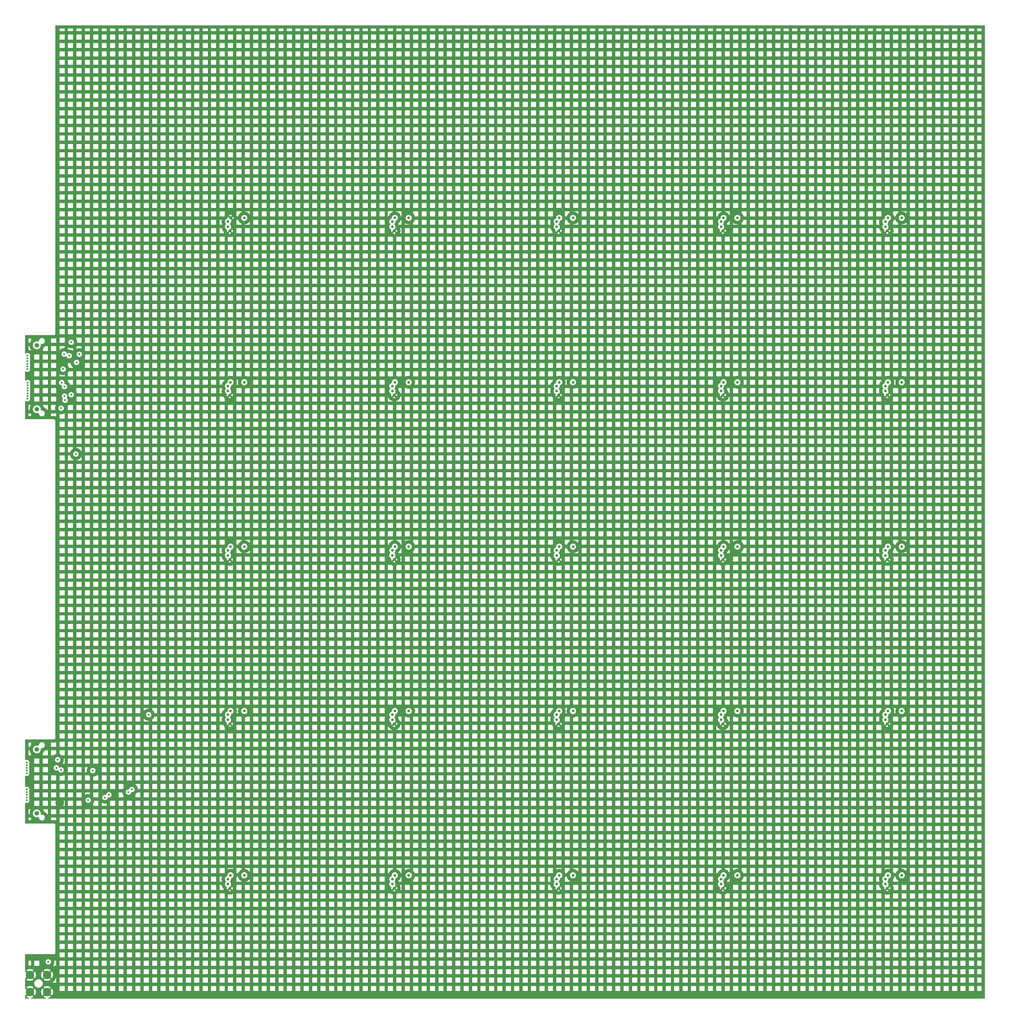
<source format=gbr>
%TF.GenerationSoftware,KiCad,Pcbnew,8.0.2-1*%
%TF.CreationDate,2024-10-14T12:40:27-04:00*%
%TF.ProjectId,EvenLayers_1.3mm_SiPM,4576656e-4c61-4796-9572-735f312e336d,rev?*%
%TF.SameCoordinates,Original*%
%TF.FileFunction,Copper,L2,Inr*%
%TF.FilePolarity,Positive*%
%FSLAX46Y46*%
G04 Gerber Fmt 4.6, Leading zero omitted, Abs format (unit mm)*
G04 Created by KiCad (PCBNEW 8.0.2-1) date 2024-10-14 12:40:27*
%MOMM*%
%LPD*%
G01*
G04 APERTURE LIST*
%TA.AperFunction,ComponentPad*%
%ADD10C,0.800000*%
%TD*%
%TA.AperFunction,ComponentPad*%
%ADD11C,2.500000*%
%TD*%
%TA.AperFunction,ComponentPad*%
%ADD12C,1.348000*%
%TD*%
%TA.AperFunction,ViaPad*%
%ADD13C,0.600000*%
%TD*%
G04 APERTURE END LIST*
D10*
%TO.N,N/C*%
%TO.C,REF\u002A\u002A34*%
X322700000Y-190300000D03*
X326800000Y-190300000D03*
%TO.N,K14*%
X321950000Y-191400000D03*
%TO.N,A14*%
X321950000Y-192900000D03*
%TO.N,GND*%
X322500000Y-194100000D03*
%TD*%
%TO.N,N/C*%
%TO.C,REF\u002A\u002A40*%
X127500000Y-287900000D03*
X131600000Y-287900000D03*
%TO.N,K20*%
X126750000Y-289000000D03*
%TO.N,A20*%
X126750000Y-290500000D03*
%TO.N,GND*%
X127300000Y-291700000D03*
%TD*%
%TO.N,N/C*%
%TO.C,REF\u002A\u002A30*%
X127500000Y-190300000D03*
X131600000Y-190300000D03*
%TO.N,K10*%
X126750000Y-191400000D03*
%TO.N,A10*%
X126750000Y-192900000D03*
%TO.N,GND*%
X127300000Y-194100000D03*
%TD*%
%TO.N,N/C*%
%TO.C,REF\u002A\u002A24*%
X322700000Y-92700000D03*
X326800000Y-92700000D03*
%TO.N,K4*%
X321950000Y-93800000D03*
%TO.N,A4*%
X321950000Y-95300000D03*
%TO.N,GND*%
X322500000Y-96500000D03*
%TD*%
%TO.N,N/C*%
%TO.C,REF\u002A\u002A43*%
X273900000Y-287900000D03*
%TO.N,LED_23_to_24*%
X278000000Y-287900000D03*
%TO.N,K23*%
X273150000Y-289000000D03*
%TO.N,A23*%
X273150000Y-290500000D03*
%TO.N,GND*%
X273700000Y-291700000D03*
%TD*%
%TO.N,N/C*%
%TO.C,REF\u002A\u002A38*%
X273900000Y-239100000D03*
X278000000Y-239100000D03*
%TO.N,K18*%
X273150000Y-240200000D03*
%TO.N,A18*%
X273150000Y-241700000D03*
%TO.N,GND*%
X273700000Y-242900000D03*
%TD*%
D11*
%TO.N,GND*%
%TO.C,REF\u002A\u002A*%
X67960000Y-322540000D03*
X73040000Y-322540000D03*
X67960000Y-317460000D03*
X73040000Y-317460000D03*
%TD*%
D10*
%TO.N,N/C*%
%TO.C,REF\u002A\u002A22*%
X225100000Y-92700000D03*
X229200000Y-92700000D03*
%TO.N,K2*%
X224350000Y-93800000D03*
%TO.N,A2*%
X224350000Y-95300000D03*
%TO.N,GND*%
X224900000Y-96500000D03*
%TD*%
%TO.N,N/C*%
%TO.C,REF\u002A\u002A28*%
X273900000Y-141500000D03*
X278000000Y-141500000D03*
%TO.N,K8*%
X273150000Y-142600000D03*
%TO.N,A8*%
X273150000Y-144100000D03*
%TO.N,GND*%
X273700000Y-145300000D03*
%TD*%
%TO.N,N/C*%
%TO.C,REF\u002A\u002A23*%
X273900000Y-92700000D03*
X278000000Y-92700000D03*
%TO.N,K3*%
X273150000Y-93800000D03*
%TO.N,A3*%
X273150000Y-95300000D03*
%TO.N,GND*%
X273700000Y-96500000D03*
%TD*%
%TO.N,N/C*%
%TO.C,REF\u002A\u002A32*%
X225100000Y-190300000D03*
X229200000Y-190300000D03*
%TO.N,K12*%
X224350000Y-191400000D03*
%TO.N,A12*%
X224350000Y-192900000D03*
%TO.N,GND*%
X224900000Y-194100000D03*
%TD*%
%TO.N,LED_23_to_24*%
%TO.C,REF\u002A\u002A44*%
X322700000Y-287900000D03*
%TO.N,LED_input_after_resistor*%
X326800000Y-287900000D03*
%TO.N,K24*%
X321950000Y-289000000D03*
%TO.N,A24*%
X321950000Y-290500000D03*
%TO.N,GND*%
X322500000Y-291700000D03*
%TD*%
%TO.N,N/C*%
%TO.C,REF\u002A\u002A26*%
X176300000Y-141500000D03*
X180400000Y-141500000D03*
%TO.N,K6*%
X175550000Y-142600000D03*
%TO.N,A6*%
X175550000Y-144100000D03*
%TO.N,GND*%
X176100000Y-145300000D03*
%TD*%
%TO.N,N/C*%
%TO.C,REF\u002A\u002A36*%
X176300000Y-239100000D03*
X180400000Y-239100000D03*
%TO.N,K16*%
X175550000Y-240200000D03*
%TO.N,A16*%
X175550000Y-241700000D03*
%TO.N,GND*%
X176100000Y-242900000D03*
%TD*%
%TO.N,GND*%
%TO.C,REF\u002A\u002A20*%
X127500000Y-92700000D03*
%TO.N,N/C*%
X131600000Y-92700000D03*
%TO.N,K0*%
X126750000Y-93800000D03*
%TO.N,A0*%
X126750000Y-95300000D03*
%TO.N,GND*%
X127300000Y-96500000D03*
%TD*%
%TO.N,N/C*%
%TO.C,REF\u002A\u002A25*%
X127500000Y-141500000D03*
X131600000Y-141500000D03*
%TO.N,K5*%
X126750000Y-142600000D03*
%TO.N,A5*%
X126750000Y-144100000D03*
%TO.N,GND*%
X127300000Y-145300000D03*
%TD*%
%TO.N,N/C*%
%TO.C,REF\u002A\u002A37*%
X225100000Y-239100000D03*
X229200000Y-239100000D03*
%TO.N,K17*%
X224350000Y-240200000D03*
%TO.N,A17*%
X224350000Y-241700000D03*
%TO.N,GND*%
X224900000Y-242900000D03*
%TD*%
%TO.N,N/C*%
%TO.C,REF\u002A\u002A31*%
X176300000Y-190300000D03*
X180400000Y-190300000D03*
%TO.N,K11*%
X175550000Y-191400000D03*
%TO.N,A11*%
X175550000Y-192900000D03*
%TO.N,GND*%
X176100000Y-194100000D03*
%TD*%
%TO.N,N/C*%
%TO.C,REF\u002A\u002A27*%
X225100000Y-141500000D03*
X229200000Y-141500000D03*
%TO.N,K7*%
X224350000Y-142600000D03*
%TO.N,A7*%
X224350000Y-144100000D03*
%TO.N,GND*%
X224900000Y-145300000D03*
%TD*%
%TO.N,N/C*%
%TO.C,REF\u002A\u002A41*%
X176300000Y-287900000D03*
X180400000Y-287900000D03*
%TO.N,K21*%
X175550000Y-289000000D03*
%TO.N,A21*%
X175550000Y-290500000D03*
%TO.N,GND*%
X176100000Y-291700000D03*
%TD*%
%TO.N,N/C*%
%TO.C,REF\u002A\u002A29*%
X322700000Y-141500000D03*
X326800000Y-141500000D03*
%TO.N,K9*%
X321950000Y-142600000D03*
%TO.N,A9*%
X321950000Y-144100000D03*
%TO.N,GND*%
X322500000Y-145300000D03*
%TD*%
%TO.N,N/C*%
%TO.C,REF\u002A\u002A21*%
X176300000Y-92700000D03*
X180400000Y-92700000D03*
%TO.N,K1*%
X175550000Y-93800000D03*
%TO.N,A1*%
X175550000Y-95300000D03*
%TO.N,GND*%
X176100000Y-96500000D03*
%TD*%
%TO.N,N/C*%
%TO.C,REF\u002A\u002A42*%
X225100000Y-287900000D03*
X229200000Y-287900000D03*
%TO.N,K22*%
X224350000Y-289000000D03*
%TO.N,A22*%
X224350000Y-290500000D03*
%TO.N,GND*%
X224900000Y-291700000D03*
%TD*%
%TO.N,N/C*%
%TO.C,REF\u002A\u002A35*%
X127500000Y-239100000D03*
X131600000Y-239100000D03*
%TO.N,K15*%
X126750000Y-240200000D03*
%TO.N,A15*%
X126750000Y-241700000D03*
%TO.N,GND*%
X127300000Y-242900000D03*
%TD*%
%TO.N,N/C*%
%TO.C,REF\u002A\u002A39*%
X322700000Y-239100000D03*
X326800000Y-239100000D03*
%TO.N,K19*%
X321950000Y-240200000D03*
%TO.N,A19*%
X321950000Y-241700000D03*
%TO.N,GND*%
X322500000Y-242900000D03*
%TD*%
%TO.N,N/C*%
%TO.C,REF\u002A\u002A33*%
X273900000Y-190300000D03*
X278000000Y-190300000D03*
%TO.N,K13*%
X273150000Y-191400000D03*
%TO.N,A13*%
X273150000Y-192900000D03*
%TO.N,GND*%
X273700000Y-194100000D03*
%TD*%
D12*
%TO.N,N/C*%
%TO.C,REF\u002A\u002A*%
X70000000Y-130505000D03*
X70000000Y-149495000D03*
%TD*%
%TO.N,N/C*%
%TO.C,REF\u002A\u002A*%
X70000000Y-250505000D03*
X70000000Y-269495000D03*
%TD*%
D13*
%TO.N,GND*%
X76800000Y-266400000D03*
%TO.N,K0*%
X80200000Y-129600000D03*
X67200000Y-133600000D03*
%TO.N,K1*%
X67200000Y-134400000D03*
X78124265Y-133124265D03*
%TO.N,K2*%
X67200000Y-135200000D03*
X79600000Y-133600000D03*
%TO.N,K3*%
X82600000Y-133200000D03*
X67200000Y-136000000D03*
%TO.N,K4*%
X67200000Y-136800000D03*
X81800000Y-135600000D03*
%TO.N,K5*%
X67200000Y-137600000D03*
X77800000Y-137600000D03*
%TO.N,K6*%
X77400000Y-141600000D03*
X67250000Y-141600000D03*
%TO.N,K7*%
X67250000Y-142400000D03*
X78200000Y-142800000D03*
%TO.N,K8*%
X80200000Y-145200000D03*
X67250000Y-143200000D03*
%TO.N,K9*%
X67250000Y-144000000D03*
X78200000Y-145600000D03*
%TO.N,K10*%
X67250000Y-144800000D03*
X78375735Y-146824265D03*
%TO.N,K11*%
X67250000Y-145600000D03*
X77200000Y-149200000D03*
%TO.N,K12*%
X81600000Y-162800000D03*
X67200000Y-146400000D03*
%TO.N,K14*%
X67000000Y-254400000D03*
X76192892Y-253592892D03*
%TO.N,K15*%
X103200000Y-240200000D03*
X67000000Y-255200000D03*
%TO.N,K16*%
X75800000Y-256000000D03*
X67000000Y-256000000D03*
%TO.N,K17*%
X77200000Y-256600000D03*
X67000000Y-256800000D03*
%TO.N,K18*%
X67000000Y-257600000D03*
X86600000Y-256800000D03*
%TO.N,K20*%
X67000000Y-262400000D03*
X98200000Y-262400000D03*
%TO.N,K21*%
X67000000Y-263200000D03*
X97200000Y-263200000D03*
%TO.N,K22*%
X91400000Y-264000000D03*
X67000000Y-264000000D03*
%TO.N,K23*%
X90200000Y-264800000D03*
X67000000Y-264800000D03*
%TO.N,K24*%
X67000000Y-265600000D03*
X85224265Y-265575735D03*
%TO.N,LED_input_after_resistor*%
X73400000Y-313600000D03*
%TD*%
%TA.AperFunction,Conductor*%
%TO.N,GND*%
G36*
X67206740Y-322942626D02*
G01*
X67299762Y-323081844D01*
X67418156Y-323200238D01*
X67557374Y-323293260D01*
X67559437Y-323294114D01*
X66910830Y-323942720D01*
X67082546Y-324059793D01*
X67082550Y-324059795D01*
X67318854Y-324173594D01*
X67318858Y-324173595D01*
X67569494Y-324250907D01*
X67569500Y-324250909D01*
X67582609Y-324252885D01*
X67645966Y-324282341D01*
X67683340Y-324341375D01*
X67682865Y-324411243D01*
X67644692Y-324469763D01*
X67580940Y-324498355D01*
X67564128Y-324499500D01*
X66624500Y-324499500D01*
X66557461Y-324479815D01*
X66511706Y-324427011D01*
X66500500Y-324375500D01*
X66500500Y-323697308D01*
X66520185Y-323630269D01*
X66536819Y-323609627D01*
X67205884Y-322940561D01*
X67206740Y-322942626D01*
G37*
%TD.AperFunction*%
%TA.AperFunction,Conductor*%
G36*
X351442539Y-35520185D02*
G01*
X351488294Y-35572989D01*
X351499500Y-35624500D01*
X351499500Y-324375500D01*
X351479815Y-324442539D01*
X351427011Y-324488294D01*
X351375500Y-324499500D01*
X73435872Y-324499500D01*
X73368833Y-324479815D01*
X73323078Y-324427011D01*
X73313134Y-324357853D01*
X73342159Y-324294297D01*
X73400937Y-324256523D01*
X73417391Y-324252885D01*
X73430499Y-324250909D01*
X73430505Y-324250907D01*
X73681143Y-324173595D01*
X73917445Y-324059798D01*
X73917447Y-324059797D01*
X74089168Y-323942720D01*
X73440562Y-323294114D01*
X73442626Y-323293260D01*
X73581844Y-323200238D01*
X73700238Y-323081844D01*
X73793260Y-322942626D01*
X73794114Y-322940561D01*
X74442125Y-323588572D01*
X74489971Y-323528573D01*
X74621116Y-323301426D01*
X74716941Y-323057270D01*
X74775306Y-322801550D01*
X74775307Y-322801545D01*
X74794907Y-322540004D01*
X74794907Y-322539995D01*
X74775307Y-322278454D01*
X74775306Y-322278449D01*
X74768927Y-322250500D01*
X76748500Y-322250500D01*
X78250500Y-322250500D01*
X79248500Y-322250500D01*
X80750500Y-322250500D01*
X81748500Y-322250500D01*
X83250500Y-322250500D01*
X84248500Y-322250500D01*
X85750500Y-322250500D01*
X86748500Y-322250500D01*
X88250500Y-322250500D01*
X89248500Y-322250500D01*
X90750500Y-322250500D01*
X91748500Y-322250500D01*
X93250500Y-322250500D01*
X94248500Y-322250500D01*
X95750500Y-322250500D01*
X96748500Y-322250500D01*
X98250500Y-322250500D01*
X99248500Y-322250500D01*
X100750500Y-322250500D01*
X101748500Y-322250500D01*
X103250500Y-322250500D01*
X104248500Y-322250500D01*
X105750500Y-322250500D01*
X106748500Y-322250500D01*
X108250500Y-322250500D01*
X109248500Y-322250500D01*
X110750500Y-322250500D01*
X111748500Y-322250500D01*
X113250500Y-322250500D01*
X114248500Y-322250500D01*
X115750500Y-322250500D01*
X116748500Y-322250500D01*
X118250500Y-322250500D01*
X119248500Y-322250500D01*
X120750500Y-322250500D01*
X121748500Y-322250500D01*
X123250500Y-322250500D01*
X124248500Y-322250500D01*
X125750500Y-322250500D01*
X126748500Y-322250500D01*
X128250500Y-322250500D01*
X129248500Y-322250500D01*
X130750500Y-322250500D01*
X131748500Y-322250500D01*
X133250500Y-322250500D01*
X134248500Y-322250500D01*
X135750500Y-322250500D01*
X136748500Y-322250500D01*
X138250500Y-322250500D01*
X139248500Y-322250500D01*
X140750500Y-322250500D01*
X141748500Y-322250500D01*
X143250500Y-322250500D01*
X144248500Y-322250500D01*
X145750500Y-322250500D01*
X146748500Y-322250500D01*
X148250500Y-322250500D01*
X149248500Y-322250500D01*
X150750500Y-322250500D01*
X151748500Y-322250500D01*
X153250500Y-322250500D01*
X154248500Y-322250500D01*
X155750500Y-322250500D01*
X156748500Y-322250500D01*
X158250500Y-322250500D01*
X159248500Y-322250500D01*
X160750500Y-322250500D01*
X161748500Y-322250500D01*
X163250500Y-322250500D01*
X164248500Y-322250500D01*
X165750500Y-322250500D01*
X166748500Y-322250500D01*
X168250500Y-322250500D01*
X169248500Y-322250500D01*
X170750500Y-322250500D01*
X171748500Y-322250500D01*
X173250500Y-322250500D01*
X174248500Y-322250500D01*
X175750500Y-322250500D01*
X176748500Y-322250500D01*
X178250500Y-322250500D01*
X179248500Y-322250500D01*
X180750500Y-322250500D01*
X181748500Y-322250500D01*
X183250500Y-322250500D01*
X184248500Y-322250500D01*
X185750500Y-322250500D01*
X186748500Y-322250500D01*
X188250500Y-322250500D01*
X189248500Y-322250500D01*
X190750500Y-322250500D01*
X191748500Y-322250500D01*
X193250500Y-322250500D01*
X194248500Y-322250500D01*
X195750500Y-322250500D01*
X196748500Y-322250500D01*
X198250500Y-322250500D01*
X199248500Y-322250500D01*
X200750500Y-322250500D01*
X201748500Y-322250500D01*
X203250500Y-322250500D01*
X204248500Y-322250500D01*
X205750500Y-322250500D01*
X206748500Y-322250500D01*
X208250500Y-322250500D01*
X209248500Y-322250500D01*
X210750500Y-322250500D01*
X211748500Y-322250500D01*
X213250500Y-322250500D01*
X214248500Y-322250500D01*
X215750500Y-322250500D01*
X216748500Y-322250500D01*
X218250500Y-322250500D01*
X219248500Y-322250500D01*
X220750500Y-322250500D01*
X221748500Y-322250500D01*
X223250500Y-322250500D01*
X224248500Y-322250500D01*
X225750500Y-322250500D01*
X226748500Y-322250500D01*
X228250500Y-322250500D01*
X229248500Y-322250500D01*
X230750500Y-322250500D01*
X231748500Y-322250500D01*
X233250500Y-322250500D01*
X234248500Y-322250500D01*
X235750500Y-322250500D01*
X236748500Y-322250500D01*
X238250500Y-322250500D01*
X239248500Y-322250500D01*
X240750500Y-322250500D01*
X241748500Y-322250500D01*
X243250500Y-322250500D01*
X244248500Y-322250500D01*
X245750500Y-322250500D01*
X246748500Y-322250500D01*
X248250500Y-322250500D01*
X249248500Y-322250500D01*
X250750500Y-322250500D01*
X251748500Y-322250500D01*
X253250500Y-322250500D01*
X254248500Y-322250500D01*
X255750500Y-322250500D01*
X256748500Y-322250500D01*
X258250500Y-322250500D01*
X259248500Y-322250500D01*
X260750500Y-322250500D01*
X261748500Y-322250500D01*
X263250500Y-322250500D01*
X264248500Y-322250500D01*
X265750500Y-322250500D01*
X266748500Y-322250500D01*
X268250500Y-322250500D01*
X269248500Y-322250500D01*
X270750500Y-322250500D01*
X271748500Y-322250500D01*
X273250500Y-322250500D01*
X274248500Y-322250500D01*
X275750500Y-322250500D01*
X276748500Y-322250500D01*
X278250500Y-322250500D01*
X279248500Y-322250500D01*
X280750500Y-322250500D01*
X281748500Y-322250500D01*
X283250500Y-322250500D01*
X284248500Y-322250500D01*
X285750500Y-322250500D01*
X286748500Y-322250500D01*
X288250500Y-322250500D01*
X289248500Y-322250500D01*
X290750500Y-322250500D01*
X291748500Y-322250500D01*
X293250500Y-322250500D01*
X294248500Y-322250500D01*
X295750500Y-322250500D01*
X296748500Y-322250500D01*
X298250500Y-322250500D01*
X299248500Y-322250500D01*
X300750500Y-322250500D01*
X301748500Y-322250500D01*
X303250500Y-322250500D01*
X304248500Y-322250500D01*
X305750500Y-322250500D01*
X306748500Y-322250500D01*
X308250500Y-322250500D01*
X309248500Y-322250500D01*
X310750500Y-322250500D01*
X311748500Y-322250500D01*
X313250500Y-322250500D01*
X314248500Y-322250500D01*
X315750500Y-322250500D01*
X316748500Y-322250500D01*
X318250500Y-322250500D01*
X319248500Y-322250500D01*
X320750500Y-322250500D01*
X321748500Y-322250500D01*
X323250500Y-322250500D01*
X324248500Y-322250500D01*
X325750500Y-322250500D01*
X326748500Y-322250500D01*
X328250500Y-322250500D01*
X329248500Y-322250500D01*
X330750500Y-322250500D01*
X331748500Y-322250500D01*
X333250500Y-322250500D01*
X334248500Y-322250500D01*
X335750500Y-322250500D01*
X336748500Y-322250500D01*
X338250500Y-322250500D01*
X339248500Y-322250500D01*
X340750500Y-322250500D01*
X341748500Y-322250500D01*
X343250500Y-322250500D01*
X344248500Y-322250500D01*
X345750500Y-322250500D01*
X346748500Y-322250500D01*
X348250500Y-322250500D01*
X349248500Y-322250500D01*
X350501500Y-322250500D01*
X350501500Y-320748500D01*
X349248500Y-320748500D01*
X349248500Y-322250500D01*
X348250500Y-322250500D01*
X348250500Y-320748500D01*
X346748500Y-320748500D01*
X346748500Y-322250500D01*
X345750500Y-322250500D01*
X345750500Y-320748500D01*
X344248500Y-320748500D01*
X344248500Y-322250500D01*
X343250500Y-322250500D01*
X343250500Y-320748500D01*
X341748500Y-320748500D01*
X341748500Y-322250500D01*
X340750500Y-322250500D01*
X340750500Y-320748500D01*
X339248500Y-320748500D01*
X339248500Y-322250500D01*
X338250500Y-322250500D01*
X338250500Y-320748500D01*
X336748500Y-320748500D01*
X336748500Y-322250500D01*
X335750500Y-322250500D01*
X335750500Y-320748500D01*
X334248500Y-320748500D01*
X334248500Y-322250500D01*
X333250500Y-322250500D01*
X333250500Y-320748500D01*
X331748500Y-320748500D01*
X331748500Y-322250500D01*
X330750500Y-322250500D01*
X330750500Y-320748500D01*
X329248500Y-320748500D01*
X329248500Y-322250500D01*
X328250500Y-322250500D01*
X328250500Y-320748500D01*
X326748500Y-320748500D01*
X326748500Y-322250500D01*
X325750500Y-322250500D01*
X325750500Y-320748500D01*
X324248500Y-320748500D01*
X324248500Y-322250500D01*
X323250500Y-322250500D01*
X323250500Y-320748500D01*
X321748500Y-320748500D01*
X321748500Y-322250500D01*
X320750500Y-322250500D01*
X320750500Y-320748500D01*
X319248500Y-320748500D01*
X319248500Y-322250500D01*
X318250500Y-322250500D01*
X318250500Y-320748500D01*
X316748500Y-320748500D01*
X316748500Y-322250500D01*
X315750500Y-322250500D01*
X315750500Y-320748500D01*
X314248500Y-320748500D01*
X314248500Y-322250500D01*
X313250500Y-322250500D01*
X313250500Y-320748500D01*
X311748500Y-320748500D01*
X311748500Y-322250500D01*
X310750500Y-322250500D01*
X310750500Y-320748500D01*
X309248500Y-320748500D01*
X309248500Y-322250500D01*
X308250500Y-322250500D01*
X308250500Y-320748500D01*
X306748500Y-320748500D01*
X306748500Y-322250500D01*
X305750500Y-322250500D01*
X305750500Y-320748500D01*
X304248500Y-320748500D01*
X304248500Y-322250500D01*
X303250500Y-322250500D01*
X303250500Y-320748500D01*
X301748500Y-320748500D01*
X301748500Y-322250500D01*
X300750500Y-322250500D01*
X300750500Y-320748500D01*
X299248500Y-320748500D01*
X299248500Y-322250500D01*
X298250500Y-322250500D01*
X298250500Y-320748500D01*
X296748500Y-320748500D01*
X296748500Y-322250500D01*
X295750500Y-322250500D01*
X295750500Y-320748500D01*
X294248500Y-320748500D01*
X294248500Y-322250500D01*
X293250500Y-322250500D01*
X293250500Y-320748500D01*
X291748500Y-320748500D01*
X291748500Y-322250500D01*
X290750500Y-322250500D01*
X290750500Y-320748500D01*
X289248500Y-320748500D01*
X289248500Y-322250500D01*
X288250500Y-322250500D01*
X288250500Y-320748500D01*
X286748500Y-320748500D01*
X286748500Y-322250500D01*
X285750500Y-322250500D01*
X285750500Y-320748500D01*
X284248500Y-320748500D01*
X284248500Y-322250500D01*
X283250500Y-322250500D01*
X283250500Y-320748500D01*
X281748500Y-320748500D01*
X281748500Y-322250500D01*
X280750500Y-322250500D01*
X280750500Y-320748500D01*
X279248500Y-320748500D01*
X279248500Y-322250500D01*
X278250500Y-322250500D01*
X278250500Y-320748500D01*
X276748500Y-320748500D01*
X276748500Y-322250500D01*
X275750500Y-322250500D01*
X275750500Y-320748500D01*
X274248500Y-320748500D01*
X274248500Y-322250500D01*
X273250500Y-322250500D01*
X273250500Y-320748500D01*
X271748500Y-320748500D01*
X271748500Y-322250500D01*
X270750500Y-322250500D01*
X270750500Y-320748500D01*
X269248500Y-320748500D01*
X269248500Y-322250500D01*
X268250500Y-322250500D01*
X268250500Y-320748500D01*
X266748500Y-320748500D01*
X266748500Y-322250500D01*
X265750500Y-322250500D01*
X265750500Y-320748500D01*
X264248500Y-320748500D01*
X264248500Y-322250500D01*
X263250500Y-322250500D01*
X263250500Y-320748500D01*
X261748500Y-320748500D01*
X261748500Y-322250500D01*
X260750500Y-322250500D01*
X260750500Y-320748500D01*
X259248500Y-320748500D01*
X259248500Y-322250500D01*
X258250500Y-322250500D01*
X258250500Y-320748500D01*
X256748500Y-320748500D01*
X256748500Y-322250500D01*
X255750500Y-322250500D01*
X255750500Y-320748500D01*
X254248500Y-320748500D01*
X254248500Y-322250500D01*
X253250500Y-322250500D01*
X253250500Y-320748500D01*
X251748500Y-320748500D01*
X251748500Y-322250500D01*
X250750500Y-322250500D01*
X250750500Y-320748500D01*
X249248500Y-320748500D01*
X249248500Y-322250500D01*
X248250500Y-322250500D01*
X248250500Y-320748500D01*
X246748500Y-320748500D01*
X246748500Y-322250500D01*
X245750500Y-322250500D01*
X245750500Y-320748500D01*
X244248500Y-320748500D01*
X244248500Y-322250500D01*
X243250500Y-322250500D01*
X243250500Y-320748500D01*
X241748500Y-320748500D01*
X241748500Y-322250500D01*
X240750500Y-322250500D01*
X240750500Y-320748500D01*
X239248500Y-320748500D01*
X239248500Y-322250500D01*
X238250500Y-322250500D01*
X238250500Y-320748500D01*
X236748500Y-320748500D01*
X236748500Y-322250500D01*
X235750500Y-322250500D01*
X235750500Y-320748500D01*
X234248500Y-320748500D01*
X234248500Y-322250500D01*
X233250500Y-322250500D01*
X233250500Y-320748500D01*
X231748500Y-320748500D01*
X231748500Y-322250500D01*
X230750500Y-322250500D01*
X230750500Y-320748500D01*
X229248500Y-320748500D01*
X229248500Y-322250500D01*
X228250500Y-322250500D01*
X228250500Y-320748500D01*
X226748500Y-320748500D01*
X226748500Y-322250500D01*
X225750500Y-322250500D01*
X225750500Y-320748500D01*
X224248500Y-320748500D01*
X224248500Y-322250500D01*
X223250500Y-322250500D01*
X223250500Y-320748500D01*
X221748500Y-320748500D01*
X221748500Y-322250500D01*
X220750500Y-322250500D01*
X220750500Y-320748500D01*
X219248500Y-320748500D01*
X219248500Y-322250500D01*
X218250500Y-322250500D01*
X218250500Y-320748500D01*
X216748500Y-320748500D01*
X216748500Y-322250500D01*
X215750500Y-322250500D01*
X215750500Y-320748500D01*
X214248500Y-320748500D01*
X214248500Y-322250500D01*
X213250500Y-322250500D01*
X213250500Y-320748500D01*
X211748500Y-320748500D01*
X211748500Y-322250500D01*
X210750500Y-322250500D01*
X210750500Y-320748500D01*
X209248500Y-320748500D01*
X209248500Y-322250500D01*
X208250500Y-322250500D01*
X208250500Y-320748500D01*
X206748500Y-320748500D01*
X206748500Y-322250500D01*
X205750500Y-322250500D01*
X205750500Y-320748500D01*
X204248500Y-320748500D01*
X204248500Y-322250500D01*
X203250500Y-322250500D01*
X203250500Y-320748500D01*
X201748500Y-320748500D01*
X201748500Y-322250500D01*
X200750500Y-322250500D01*
X200750500Y-320748500D01*
X199248500Y-320748500D01*
X199248500Y-322250500D01*
X198250500Y-322250500D01*
X198250500Y-320748500D01*
X196748500Y-320748500D01*
X196748500Y-322250500D01*
X195750500Y-322250500D01*
X195750500Y-320748500D01*
X194248500Y-320748500D01*
X194248500Y-322250500D01*
X193250500Y-322250500D01*
X193250500Y-320748500D01*
X191748500Y-320748500D01*
X191748500Y-322250500D01*
X190750500Y-322250500D01*
X190750500Y-320748500D01*
X189248500Y-320748500D01*
X189248500Y-322250500D01*
X188250500Y-322250500D01*
X188250500Y-320748500D01*
X186748500Y-320748500D01*
X186748500Y-322250500D01*
X185750500Y-322250500D01*
X185750500Y-320748500D01*
X184248500Y-320748500D01*
X184248500Y-322250500D01*
X183250500Y-322250500D01*
X183250500Y-320748500D01*
X181748500Y-320748500D01*
X181748500Y-322250500D01*
X180750500Y-322250500D01*
X180750500Y-320748500D01*
X179248500Y-320748500D01*
X179248500Y-322250500D01*
X178250500Y-322250500D01*
X178250500Y-320748500D01*
X176748500Y-320748500D01*
X176748500Y-322250500D01*
X175750500Y-322250500D01*
X175750500Y-320748500D01*
X174248500Y-320748500D01*
X174248500Y-322250500D01*
X173250500Y-322250500D01*
X173250500Y-320748500D01*
X171748500Y-320748500D01*
X171748500Y-322250500D01*
X170750500Y-322250500D01*
X170750500Y-320748500D01*
X169248500Y-320748500D01*
X169248500Y-322250500D01*
X168250500Y-322250500D01*
X168250500Y-320748500D01*
X166748500Y-320748500D01*
X166748500Y-322250500D01*
X165750500Y-322250500D01*
X165750500Y-320748500D01*
X164248500Y-320748500D01*
X164248500Y-322250500D01*
X163250500Y-322250500D01*
X163250500Y-320748500D01*
X161748500Y-320748500D01*
X161748500Y-322250500D01*
X160750500Y-322250500D01*
X160750500Y-320748500D01*
X159248500Y-320748500D01*
X159248500Y-322250500D01*
X158250500Y-322250500D01*
X158250500Y-320748500D01*
X156748500Y-320748500D01*
X156748500Y-322250500D01*
X155750500Y-322250500D01*
X155750500Y-320748500D01*
X154248500Y-320748500D01*
X154248500Y-322250500D01*
X153250500Y-322250500D01*
X153250500Y-320748500D01*
X151748500Y-320748500D01*
X151748500Y-322250500D01*
X150750500Y-322250500D01*
X150750500Y-320748500D01*
X149248500Y-320748500D01*
X149248500Y-322250500D01*
X148250500Y-322250500D01*
X148250500Y-320748500D01*
X146748500Y-320748500D01*
X146748500Y-322250500D01*
X145750500Y-322250500D01*
X145750500Y-320748500D01*
X144248500Y-320748500D01*
X144248500Y-322250500D01*
X143250500Y-322250500D01*
X143250500Y-320748500D01*
X141748500Y-320748500D01*
X141748500Y-322250500D01*
X140750500Y-322250500D01*
X140750500Y-320748500D01*
X139248500Y-320748500D01*
X139248500Y-322250500D01*
X138250500Y-322250500D01*
X138250500Y-320748500D01*
X136748500Y-320748500D01*
X136748500Y-322250500D01*
X135750500Y-322250500D01*
X135750500Y-320748500D01*
X134248500Y-320748500D01*
X134248500Y-322250500D01*
X133250500Y-322250500D01*
X133250500Y-320748500D01*
X131748500Y-320748500D01*
X131748500Y-322250500D01*
X130750500Y-322250500D01*
X130750500Y-320748500D01*
X129248500Y-320748500D01*
X129248500Y-322250500D01*
X128250500Y-322250500D01*
X128250500Y-320748500D01*
X126748500Y-320748500D01*
X126748500Y-322250500D01*
X125750500Y-322250500D01*
X125750500Y-320748500D01*
X124248500Y-320748500D01*
X124248500Y-322250500D01*
X123250500Y-322250500D01*
X123250500Y-320748500D01*
X121748500Y-320748500D01*
X121748500Y-322250500D01*
X120750500Y-322250500D01*
X120750500Y-320748500D01*
X119248500Y-320748500D01*
X119248500Y-322250500D01*
X118250500Y-322250500D01*
X118250500Y-320748500D01*
X116748500Y-320748500D01*
X116748500Y-322250500D01*
X115750500Y-322250500D01*
X115750500Y-320748500D01*
X114248500Y-320748500D01*
X114248500Y-322250500D01*
X113250500Y-322250500D01*
X113250500Y-320748500D01*
X111748500Y-320748500D01*
X111748500Y-322250500D01*
X110750500Y-322250500D01*
X110750500Y-320748500D01*
X109248500Y-320748500D01*
X109248500Y-322250500D01*
X108250500Y-322250500D01*
X108250500Y-320748500D01*
X106748500Y-320748500D01*
X106748500Y-322250500D01*
X105750500Y-322250500D01*
X105750500Y-320748500D01*
X104248500Y-320748500D01*
X104248500Y-322250500D01*
X103250500Y-322250500D01*
X103250500Y-320748500D01*
X101748500Y-320748500D01*
X101748500Y-322250500D01*
X100750500Y-322250500D01*
X100750500Y-320748500D01*
X99248500Y-320748500D01*
X99248500Y-322250500D01*
X98250500Y-322250500D01*
X98250500Y-320748500D01*
X96748500Y-320748500D01*
X96748500Y-322250500D01*
X95750500Y-322250500D01*
X95750500Y-320748500D01*
X94248500Y-320748500D01*
X94248500Y-322250500D01*
X93250500Y-322250500D01*
X93250500Y-320748500D01*
X91748500Y-320748500D01*
X91748500Y-322250500D01*
X90750500Y-322250500D01*
X90750500Y-320748500D01*
X89248500Y-320748500D01*
X89248500Y-322250500D01*
X88250500Y-322250500D01*
X88250500Y-320748500D01*
X86748500Y-320748500D01*
X86748500Y-322250500D01*
X85750500Y-322250500D01*
X85750500Y-320748500D01*
X84248500Y-320748500D01*
X84248500Y-322250500D01*
X83250500Y-322250500D01*
X83250500Y-320748500D01*
X81748500Y-320748500D01*
X81748500Y-322250500D01*
X80750500Y-322250500D01*
X80750500Y-320748500D01*
X79248500Y-320748500D01*
X79248500Y-322250500D01*
X78250500Y-322250500D01*
X78250500Y-320748500D01*
X76748500Y-320748500D01*
X76748500Y-322250500D01*
X74768927Y-322250500D01*
X74716941Y-322022729D01*
X74621116Y-321778573D01*
X74621117Y-321778573D01*
X74489972Y-321551426D01*
X74442124Y-321491427D01*
X73794114Y-322139437D01*
X73793260Y-322137374D01*
X73700238Y-321998156D01*
X73581844Y-321879762D01*
X73442626Y-321786740D01*
X73440562Y-321785885D01*
X74089168Y-321137278D01*
X73917454Y-321020206D01*
X73917445Y-321020201D01*
X73681142Y-320906404D01*
X73681144Y-320906404D01*
X73430505Y-320829092D01*
X73430499Y-320829090D01*
X73171151Y-320790000D01*
X72908848Y-320790000D01*
X72649500Y-320829090D01*
X72649494Y-320829092D01*
X72398858Y-320906404D01*
X72398854Y-320906405D01*
X72162547Y-321020205D01*
X72162539Y-321020210D01*
X71990830Y-321137277D01*
X72639438Y-321785885D01*
X72637374Y-321786740D01*
X72498156Y-321879762D01*
X72379762Y-321998156D01*
X72286740Y-322137374D01*
X72285885Y-322139437D01*
X71637874Y-321491427D01*
X71590028Y-321551425D01*
X71458883Y-321778573D01*
X71363058Y-322022729D01*
X71304693Y-322278449D01*
X71304692Y-322278454D01*
X71285093Y-322539995D01*
X71285093Y-322540004D01*
X71304692Y-322801545D01*
X71304693Y-322801550D01*
X71363058Y-323057270D01*
X71458883Y-323301426D01*
X71458882Y-323301426D01*
X71590027Y-323528573D01*
X71637874Y-323588571D01*
X72285884Y-322940561D01*
X72286740Y-322942626D01*
X72379762Y-323081844D01*
X72498156Y-323200238D01*
X72637374Y-323293260D01*
X72639437Y-323294114D01*
X71990830Y-323942720D01*
X72162546Y-324059793D01*
X72162550Y-324059795D01*
X72398854Y-324173594D01*
X72398858Y-324173595D01*
X72649494Y-324250907D01*
X72649500Y-324250909D01*
X72662609Y-324252885D01*
X72725966Y-324282341D01*
X72763340Y-324341375D01*
X72762865Y-324411243D01*
X72724692Y-324469763D01*
X72660940Y-324498355D01*
X72644128Y-324499500D01*
X68355872Y-324499500D01*
X68288833Y-324479815D01*
X68243078Y-324427011D01*
X68233134Y-324357853D01*
X68262159Y-324294297D01*
X68320937Y-324256523D01*
X68337391Y-324252885D01*
X68350499Y-324250909D01*
X68350505Y-324250907D01*
X68601143Y-324173595D01*
X68837445Y-324059798D01*
X68837447Y-324059797D01*
X69009168Y-323942720D01*
X68360562Y-323294114D01*
X68362626Y-323293260D01*
X68501844Y-323200238D01*
X68620238Y-323081844D01*
X68713260Y-322942626D01*
X68714114Y-322940561D01*
X69362125Y-323588572D01*
X69409971Y-323528573D01*
X69541116Y-323301426D01*
X69636941Y-323057270D01*
X69695306Y-322801550D01*
X69695307Y-322801545D01*
X69714907Y-322540004D01*
X69714907Y-322539995D01*
X69695307Y-322278454D01*
X69695306Y-322278449D01*
X69636941Y-322022729D01*
X69541116Y-321778573D01*
X69541117Y-321778573D01*
X69409972Y-321551426D01*
X69362124Y-321491427D01*
X68714114Y-322139437D01*
X68713260Y-322137374D01*
X68620238Y-321998156D01*
X68501844Y-321879762D01*
X68362626Y-321786740D01*
X68360562Y-321785885D01*
X69009168Y-321137278D01*
X68837454Y-321020206D01*
X68837445Y-321020201D01*
X68601142Y-320906404D01*
X68601144Y-320906404D01*
X68350505Y-320829092D01*
X68350499Y-320829090D01*
X68091151Y-320790000D01*
X67828848Y-320790000D01*
X67569500Y-320829090D01*
X67569494Y-320829092D01*
X67318858Y-320906404D01*
X67318854Y-320906405D01*
X67082547Y-321020205D01*
X67082539Y-321020210D01*
X66910830Y-321137277D01*
X67559438Y-321785885D01*
X67557374Y-321786740D01*
X67418156Y-321879762D01*
X67299762Y-321998156D01*
X67206740Y-322137374D01*
X67205885Y-322139437D01*
X66536819Y-321470371D01*
X66503334Y-321409048D01*
X66500500Y-321382690D01*
X66500500Y-319901577D01*
X69249500Y-319901577D01*
X69249500Y-320098422D01*
X69280290Y-320292826D01*
X69341117Y-320480029D01*
X69430476Y-320655405D01*
X69546172Y-320814646D01*
X69685354Y-320953828D01*
X69844595Y-321069524D01*
X69927455Y-321111743D01*
X70019970Y-321158882D01*
X70019972Y-321158882D01*
X70019975Y-321158884D01*
X70120317Y-321191487D01*
X70207173Y-321219709D01*
X70401578Y-321250500D01*
X70401583Y-321250500D01*
X70598422Y-321250500D01*
X70792826Y-321219709D01*
X70980025Y-321158884D01*
X71155405Y-321069524D01*
X71314646Y-320953828D01*
X71453828Y-320814646D01*
X71569524Y-320655405D01*
X71658884Y-320480025D01*
X71719709Y-320292826D01*
X71750500Y-320098422D01*
X71750500Y-319901577D01*
X71726571Y-319750500D01*
X74558676Y-319750500D01*
X75750500Y-319750500D01*
X76748500Y-319750500D01*
X78250500Y-319750500D01*
X79248500Y-319750500D01*
X80750500Y-319750500D01*
X81748500Y-319750500D01*
X83250500Y-319750500D01*
X84248500Y-319750500D01*
X85750500Y-319750500D01*
X86748500Y-319750500D01*
X88250500Y-319750500D01*
X89248500Y-319750500D01*
X90750500Y-319750500D01*
X91748500Y-319750500D01*
X93250500Y-319750500D01*
X94248500Y-319750500D01*
X95750500Y-319750500D01*
X96748500Y-319750500D01*
X98250500Y-319750500D01*
X99248500Y-319750500D01*
X100750500Y-319750500D01*
X101748500Y-319750500D01*
X103250500Y-319750500D01*
X104248500Y-319750500D01*
X105750500Y-319750500D01*
X106748500Y-319750500D01*
X108250500Y-319750500D01*
X109248500Y-319750500D01*
X110750500Y-319750500D01*
X111748500Y-319750500D01*
X113250500Y-319750500D01*
X114248500Y-319750500D01*
X115750500Y-319750500D01*
X116748500Y-319750500D01*
X118250500Y-319750500D01*
X119248500Y-319750500D01*
X120750500Y-319750500D01*
X121748500Y-319750500D01*
X123250500Y-319750500D01*
X124248500Y-319750500D01*
X125750500Y-319750500D01*
X126748500Y-319750500D01*
X128250500Y-319750500D01*
X129248500Y-319750500D01*
X130750500Y-319750500D01*
X131748500Y-319750500D01*
X133250500Y-319750500D01*
X134248500Y-319750500D01*
X135750500Y-319750500D01*
X136748500Y-319750500D01*
X138250500Y-319750500D01*
X139248500Y-319750500D01*
X140750500Y-319750500D01*
X141748500Y-319750500D01*
X143250500Y-319750500D01*
X144248500Y-319750500D01*
X145750500Y-319750500D01*
X146748500Y-319750500D01*
X148250500Y-319750500D01*
X149248500Y-319750500D01*
X150750500Y-319750500D01*
X151748500Y-319750500D01*
X153250500Y-319750500D01*
X154248500Y-319750500D01*
X155750500Y-319750500D01*
X156748500Y-319750500D01*
X158250500Y-319750500D01*
X159248500Y-319750500D01*
X160750500Y-319750500D01*
X161748500Y-319750500D01*
X163250500Y-319750500D01*
X164248500Y-319750500D01*
X165750500Y-319750500D01*
X166748500Y-319750500D01*
X168250500Y-319750500D01*
X169248500Y-319750500D01*
X170750500Y-319750500D01*
X171748500Y-319750500D01*
X173250500Y-319750500D01*
X174248500Y-319750500D01*
X175750500Y-319750500D01*
X176748500Y-319750500D01*
X178250500Y-319750500D01*
X179248500Y-319750500D01*
X180750500Y-319750500D01*
X181748500Y-319750500D01*
X183250500Y-319750500D01*
X184248500Y-319750500D01*
X185750500Y-319750500D01*
X186748500Y-319750500D01*
X188250500Y-319750500D01*
X189248500Y-319750500D01*
X190750500Y-319750500D01*
X191748500Y-319750500D01*
X193250500Y-319750500D01*
X194248500Y-319750500D01*
X195750500Y-319750500D01*
X196748500Y-319750500D01*
X198250500Y-319750500D01*
X199248500Y-319750500D01*
X200750500Y-319750500D01*
X201748500Y-319750500D01*
X203250500Y-319750500D01*
X204248500Y-319750500D01*
X205750500Y-319750500D01*
X206748500Y-319750500D01*
X208250500Y-319750500D01*
X209248500Y-319750500D01*
X210750500Y-319750500D01*
X211748500Y-319750500D01*
X213250500Y-319750500D01*
X214248500Y-319750500D01*
X215750500Y-319750500D01*
X216748500Y-319750500D01*
X218250500Y-319750500D01*
X219248500Y-319750500D01*
X220750500Y-319750500D01*
X221748500Y-319750500D01*
X223250500Y-319750500D01*
X224248500Y-319750500D01*
X225750500Y-319750500D01*
X226748500Y-319750500D01*
X228250500Y-319750500D01*
X229248500Y-319750500D01*
X230750500Y-319750500D01*
X231748500Y-319750500D01*
X233250500Y-319750500D01*
X234248500Y-319750500D01*
X235750500Y-319750500D01*
X236748500Y-319750500D01*
X238250500Y-319750500D01*
X239248500Y-319750500D01*
X240750500Y-319750500D01*
X241748500Y-319750500D01*
X243250500Y-319750500D01*
X244248500Y-319750500D01*
X245750500Y-319750500D01*
X246748500Y-319750500D01*
X248250500Y-319750500D01*
X249248500Y-319750500D01*
X250750500Y-319750500D01*
X251748500Y-319750500D01*
X253250500Y-319750500D01*
X254248500Y-319750500D01*
X255750500Y-319750500D01*
X256748500Y-319750500D01*
X258250500Y-319750500D01*
X259248500Y-319750500D01*
X260750500Y-319750500D01*
X261748500Y-319750500D01*
X263250500Y-319750500D01*
X264248500Y-319750500D01*
X265750500Y-319750500D01*
X266748500Y-319750500D01*
X268250500Y-319750500D01*
X269248500Y-319750500D01*
X270750500Y-319750500D01*
X271748500Y-319750500D01*
X273250500Y-319750500D01*
X274248500Y-319750500D01*
X275750500Y-319750500D01*
X276748500Y-319750500D01*
X278250500Y-319750500D01*
X279248500Y-319750500D01*
X280750500Y-319750500D01*
X281748500Y-319750500D01*
X283250500Y-319750500D01*
X284248500Y-319750500D01*
X285750500Y-319750500D01*
X286748500Y-319750500D01*
X288250500Y-319750500D01*
X289248500Y-319750500D01*
X290750500Y-319750500D01*
X291748500Y-319750500D01*
X293250500Y-319750500D01*
X294248500Y-319750500D01*
X295750500Y-319750500D01*
X296748500Y-319750500D01*
X298250500Y-319750500D01*
X299248500Y-319750500D01*
X300750500Y-319750500D01*
X301748500Y-319750500D01*
X303250500Y-319750500D01*
X304248500Y-319750500D01*
X305750500Y-319750500D01*
X306748500Y-319750500D01*
X308250500Y-319750500D01*
X309248500Y-319750500D01*
X310750500Y-319750500D01*
X311748500Y-319750500D01*
X313250500Y-319750500D01*
X314248500Y-319750500D01*
X315750500Y-319750500D01*
X316748500Y-319750500D01*
X318250500Y-319750500D01*
X319248500Y-319750500D01*
X320750500Y-319750500D01*
X321748500Y-319750500D01*
X323250500Y-319750500D01*
X324248500Y-319750500D01*
X325750500Y-319750500D01*
X326748500Y-319750500D01*
X328250500Y-319750500D01*
X329248500Y-319750500D01*
X330750500Y-319750500D01*
X331748500Y-319750500D01*
X333250500Y-319750500D01*
X334248500Y-319750500D01*
X335750500Y-319750500D01*
X336748500Y-319750500D01*
X338250500Y-319750500D01*
X339248500Y-319750500D01*
X340750500Y-319750500D01*
X341748500Y-319750500D01*
X343250500Y-319750500D01*
X344248500Y-319750500D01*
X345750500Y-319750500D01*
X346748500Y-319750500D01*
X348250500Y-319750500D01*
X349248500Y-319750500D01*
X350501500Y-319750500D01*
X350501500Y-318248500D01*
X349248500Y-318248500D01*
X349248500Y-319750500D01*
X348250500Y-319750500D01*
X348250500Y-318248500D01*
X346748500Y-318248500D01*
X346748500Y-319750500D01*
X345750500Y-319750500D01*
X345750500Y-318248500D01*
X344248500Y-318248500D01*
X344248500Y-319750500D01*
X343250500Y-319750500D01*
X343250500Y-318248500D01*
X341748500Y-318248500D01*
X341748500Y-319750500D01*
X340750500Y-319750500D01*
X340750500Y-318248500D01*
X339248500Y-318248500D01*
X339248500Y-319750500D01*
X338250500Y-319750500D01*
X338250500Y-318248500D01*
X336748500Y-318248500D01*
X336748500Y-319750500D01*
X335750500Y-319750500D01*
X335750500Y-318248500D01*
X334248500Y-318248500D01*
X334248500Y-319750500D01*
X333250500Y-319750500D01*
X333250500Y-318248500D01*
X331748500Y-318248500D01*
X331748500Y-319750500D01*
X330750500Y-319750500D01*
X330750500Y-318248500D01*
X329248500Y-318248500D01*
X329248500Y-319750500D01*
X328250500Y-319750500D01*
X328250500Y-318248500D01*
X326748500Y-318248500D01*
X326748500Y-319750500D01*
X325750500Y-319750500D01*
X325750500Y-318248500D01*
X324248500Y-318248500D01*
X324248500Y-319750500D01*
X323250500Y-319750500D01*
X323250500Y-318248500D01*
X321748500Y-318248500D01*
X321748500Y-319750500D01*
X320750500Y-319750500D01*
X320750500Y-318248500D01*
X319248500Y-318248500D01*
X319248500Y-319750500D01*
X318250500Y-319750500D01*
X318250500Y-318248500D01*
X316748500Y-318248500D01*
X316748500Y-319750500D01*
X315750500Y-319750500D01*
X315750500Y-318248500D01*
X314248500Y-318248500D01*
X314248500Y-319750500D01*
X313250500Y-319750500D01*
X313250500Y-318248500D01*
X311748500Y-318248500D01*
X311748500Y-319750500D01*
X310750500Y-319750500D01*
X310750500Y-318248500D01*
X309248500Y-318248500D01*
X309248500Y-319750500D01*
X308250500Y-319750500D01*
X308250500Y-318248500D01*
X306748500Y-318248500D01*
X306748500Y-319750500D01*
X305750500Y-319750500D01*
X305750500Y-318248500D01*
X304248500Y-318248500D01*
X304248500Y-319750500D01*
X303250500Y-319750500D01*
X303250500Y-318248500D01*
X301748500Y-318248500D01*
X301748500Y-319750500D01*
X300750500Y-319750500D01*
X300750500Y-318248500D01*
X299248500Y-318248500D01*
X299248500Y-319750500D01*
X298250500Y-319750500D01*
X298250500Y-318248500D01*
X296748500Y-318248500D01*
X296748500Y-319750500D01*
X295750500Y-319750500D01*
X295750500Y-318248500D01*
X294248500Y-318248500D01*
X294248500Y-319750500D01*
X293250500Y-319750500D01*
X293250500Y-318248500D01*
X291748500Y-318248500D01*
X291748500Y-319750500D01*
X290750500Y-319750500D01*
X290750500Y-318248500D01*
X289248500Y-318248500D01*
X289248500Y-319750500D01*
X288250500Y-319750500D01*
X288250500Y-318248500D01*
X286748500Y-318248500D01*
X286748500Y-319750500D01*
X285750500Y-319750500D01*
X285750500Y-318248500D01*
X284248500Y-318248500D01*
X284248500Y-319750500D01*
X283250500Y-319750500D01*
X283250500Y-318248500D01*
X281748500Y-318248500D01*
X281748500Y-319750500D01*
X280750500Y-319750500D01*
X280750500Y-318248500D01*
X279248500Y-318248500D01*
X279248500Y-319750500D01*
X278250500Y-319750500D01*
X278250500Y-318248500D01*
X276748500Y-318248500D01*
X276748500Y-319750500D01*
X275750500Y-319750500D01*
X275750500Y-318248500D01*
X274248500Y-318248500D01*
X274248500Y-319750500D01*
X273250500Y-319750500D01*
X273250500Y-318248500D01*
X271748500Y-318248500D01*
X271748500Y-319750500D01*
X270750500Y-319750500D01*
X270750500Y-318248500D01*
X269248500Y-318248500D01*
X269248500Y-319750500D01*
X268250500Y-319750500D01*
X268250500Y-318248500D01*
X266748500Y-318248500D01*
X266748500Y-319750500D01*
X265750500Y-319750500D01*
X265750500Y-318248500D01*
X264248500Y-318248500D01*
X264248500Y-319750500D01*
X263250500Y-319750500D01*
X263250500Y-318248500D01*
X261748500Y-318248500D01*
X261748500Y-319750500D01*
X260750500Y-319750500D01*
X260750500Y-318248500D01*
X259248500Y-318248500D01*
X259248500Y-319750500D01*
X258250500Y-319750500D01*
X258250500Y-318248500D01*
X256748500Y-318248500D01*
X256748500Y-319750500D01*
X255750500Y-319750500D01*
X255750500Y-318248500D01*
X254248500Y-318248500D01*
X254248500Y-319750500D01*
X253250500Y-319750500D01*
X253250500Y-318248500D01*
X251748500Y-318248500D01*
X251748500Y-319750500D01*
X250750500Y-319750500D01*
X250750500Y-318248500D01*
X249248500Y-318248500D01*
X249248500Y-319750500D01*
X248250500Y-319750500D01*
X248250500Y-318248500D01*
X246748500Y-318248500D01*
X246748500Y-319750500D01*
X245750500Y-319750500D01*
X245750500Y-318248500D01*
X244248500Y-318248500D01*
X244248500Y-319750500D01*
X243250500Y-319750500D01*
X243250500Y-318248500D01*
X241748500Y-318248500D01*
X241748500Y-319750500D01*
X240750500Y-319750500D01*
X240750500Y-318248500D01*
X239248500Y-318248500D01*
X239248500Y-319750500D01*
X238250500Y-319750500D01*
X238250500Y-318248500D01*
X236748500Y-318248500D01*
X236748500Y-319750500D01*
X235750500Y-319750500D01*
X235750500Y-318248500D01*
X234248500Y-318248500D01*
X234248500Y-319750500D01*
X233250500Y-319750500D01*
X233250500Y-318248500D01*
X231748500Y-318248500D01*
X231748500Y-319750500D01*
X230750500Y-319750500D01*
X230750500Y-318248500D01*
X229248500Y-318248500D01*
X229248500Y-319750500D01*
X228250500Y-319750500D01*
X228250500Y-318248500D01*
X226748500Y-318248500D01*
X226748500Y-319750500D01*
X225750500Y-319750500D01*
X225750500Y-318248500D01*
X224248500Y-318248500D01*
X224248500Y-319750500D01*
X223250500Y-319750500D01*
X223250500Y-318248500D01*
X221748500Y-318248500D01*
X221748500Y-319750500D01*
X220750500Y-319750500D01*
X220750500Y-318248500D01*
X219248500Y-318248500D01*
X219248500Y-319750500D01*
X218250500Y-319750500D01*
X218250500Y-318248500D01*
X216748500Y-318248500D01*
X216748500Y-319750500D01*
X215750500Y-319750500D01*
X215750500Y-318248500D01*
X214248500Y-318248500D01*
X214248500Y-319750500D01*
X213250500Y-319750500D01*
X213250500Y-318248500D01*
X211748500Y-318248500D01*
X211748500Y-319750500D01*
X210750500Y-319750500D01*
X210750500Y-318248500D01*
X209248500Y-318248500D01*
X209248500Y-319750500D01*
X208250500Y-319750500D01*
X208250500Y-318248500D01*
X206748500Y-318248500D01*
X206748500Y-319750500D01*
X205750500Y-319750500D01*
X205750500Y-318248500D01*
X204248500Y-318248500D01*
X204248500Y-319750500D01*
X203250500Y-319750500D01*
X203250500Y-318248500D01*
X201748500Y-318248500D01*
X201748500Y-319750500D01*
X200750500Y-319750500D01*
X200750500Y-318248500D01*
X199248500Y-318248500D01*
X199248500Y-319750500D01*
X198250500Y-319750500D01*
X198250500Y-318248500D01*
X196748500Y-318248500D01*
X196748500Y-319750500D01*
X195750500Y-319750500D01*
X195750500Y-318248500D01*
X194248500Y-318248500D01*
X194248500Y-319750500D01*
X193250500Y-319750500D01*
X193250500Y-318248500D01*
X191748500Y-318248500D01*
X191748500Y-319750500D01*
X190750500Y-319750500D01*
X190750500Y-318248500D01*
X189248500Y-318248500D01*
X189248500Y-319750500D01*
X188250500Y-319750500D01*
X188250500Y-318248500D01*
X186748500Y-318248500D01*
X186748500Y-319750500D01*
X185750500Y-319750500D01*
X185750500Y-318248500D01*
X184248500Y-318248500D01*
X184248500Y-319750500D01*
X183250500Y-319750500D01*
X183250500Y-318248500D01*
X181748500Y-318248500D01*
X181748500Y-319750500D01*
X180750500Y-319750500D01*
X180750500Y-318248500D01*
X179248500Y-318248500D01*
X179248500Y-319750500D01*
X178250500Y-319750500D01*
X178250500Y-318248500D01*
X176748500Y-318248500D01*
X176748500Y-319750500D01*
X175750500Y-319750500D01*
X175750500Y-318248500D01*
X174248500Y-318248500D01*
X174248500Y-319750500D01*
X173250500Y-319750500D01*
X173250500Y-318248500D01*
X171748500Y-318248500D01*
X171748500Y-319750500D01*
X170750500Y-319750500D01*
X170750500Y-318248500D01*
X169248500Y-318248500D01*
X169248500Y-319750500D01*
X168250500Y-319750500D01*
X168250500Y-318248500D01*
X166748500Y-318248500D01*
X166748500Y-319750500D01*
X165750500Y-319750500D01*
X165750500Y-318248500D01*
X164248500Y-318248500D01*
X164248500Y-319750500D01*
X163250500Y-319750500D01*
X163250500Y-318248500D01*
X161748500Y-318248500D01*
X161748500Y-319750500D01*
X160750500Y-319750500D01*
X160750500Y-318248500D01*
X159248500Y-318248500D01*
X159248500Y-319750500D01*
X158250500Y-319750500D01*
X158250500Y-318248500D01*
X156748500Y-318248500D01*
X156748500Y-319750500D01*
X155750500Y-319750500D01*
X155750500Y-318248500D01*
X154248500Y-318248500D01*
X154248500Y-319750500D01*
X153250500Y-319750500D01*
X153250500Y-318248500D01*
X151748500Y-318248500D01*
X151748500Y-319750500D01*
X150750500Y-319750500D01*
X150750500Y-318248500D01*
X149248500Y-318248500D01*
X149248500Y-319750500D01*
X148250500Y-319750500D01*
X148250500Y-318248500D01*
X146748500Y-318248500D01*
X146748500Y-319750500D01*
X145750500Y-319750500D01*
X145750500Y-318248500D01*
X144248500Y-318248500D01*
X144248500Y-319750500D01*
X143250500Y-319750500D01*
X143250500Y-318248500D01*
X141748500Y-318248500D01*
X141748500Y-319750500D01*
X140750500Y-319750500D01*
X140750500Y-318248500D01*
X139248500Y-318248500D01*
X139248500Y-319750500D01*
X138250500Y-319750500D01*
X138250500Y-318248500D01*
X136748500Y-318248500D01*
X136748500Y-319750500D01*
X135750500Y-319750500D01*
X135750500Y-318248500D01*
X134248500Y-318248500D01*
X134248500Y-319750500D01*
X133250500Y-319750500D01*
X133250500Y-318248500D01*
X131748500Y-318248500D01*
X131748500Y-319750500D01*
X130750500Y-319750500D01*
X130750500Y-318248500D01*
X129248500Y-318248500D01*
X129248500Y-319750500D01*
X128250500Y-319750500D01*
X128250500Y-318248500D01*
X126748500Y-318248500D01*
X126748500Y-319750500D01*
X125750500Y-319750500D01*
X125750500Y-318248500D01*
X124248500Y-318248500D01*
X124248500Y-319750500D01*
X123250500Y-319750500D01*
X123250500Y-318248500D01*
X121748500Y-318248500D01*
X121748500Y-319750500D01*
X120750500Y-319750500D01*
X120750500Y-318248500D01*
X119248500Y-318248500D01*
X119248500Y-319750500D01*
X118250500Y-319750500D01*
X118250500Y-318248500D01*
X116748500Y-318248500D01*
X116748500Y-319750500D01*
X115750500Y-319750500D01*
X115750500Y-318248500D01*
X114248500Y-318248500D01*
X114248500Y-319750500D01*
X113250500Y-319750500D01*
X113250500Y-318248500D01*
X111748500Y-318248500D01*
X111748500Y-319750500D01*
X110750500Y-319750500D01*
X110750500Y-318248500D01*
X109248500Y-318248500D01*
X109248500Y-319750500D01*
X108250500Y-319750500D01*
X108250500Y-318248500D01*
X106748500Y-318248500D01*
X106748500Y-319750500D01*
X105750500Y-319750500D01*
X105750500Y-318248500D01*
X104248500Y-318248500D01*
X104248500Y-319750500D01*
X103250500Y-319750500D01*
X103250500Y-318248500D01*
X101748500Y-318248500D01*
X101748500Y-319750500D01*
X100750500Y-319750500D01*
X100750500Y-318248500D01*
X99248500Y-318248500D01*
X99248500Y-319750500D01*
X98250500Y-319750500D01*
X98250500Y-318248500D01*
X96748500Y-318248500D01*
X96748500Y-319750500D01*
X95750500Y-319750500D01*
X95750500Y-318248500D01*
X94248500Y-318248500D01*
X94248500Y-319750500D01*
X93250500Y-319750500D01*
X93250500Y-318248500D01*
X91748500Y-318248500D01*
X91748500Y-319750500D01*
X90750500Y-319750500D01*
X90750500Y-318248500D01*
X89248500Y-318248500D01*
X89248500Y-319750500D01*
X88250500Y-319750500D01*
X88250500Y-318248500D01*
X86748500Y-318248500D01*
X86748500Y-319750500D01*
X85750500Y-319750500D01*
X85750500Y-318248500D01*
X84248500Y-318248500D01*
X84248500Y-319750500D01*
X83250500Y-319750500D01*
X83250500Y-318248500D01*
X81748500Y-318248500D01*
X81748500Y-319750500D01*
X80750500Y-319750500D01*
X80750500Y-318248500D01*
X79248500Y-318248500D01*
X79248500Y-319750500D01*
X78250500Y-319750500D01*
X78250500Y-318248500D01*
X76748500Y-318248500D01*
X76748500Y-319750500D01*
X75750500Y-319750500D01*
X75750500Y-318248500D01*
X75677561Y-318248500D01*
X75677391Y-318249134D01*
X75676107Y-318253589D01*
X75665103Y-318289264D01*
X75663655Y-318293666D01*
X75654389Y-318320149D01*
X75652774Y-318324500D01*
X75543312Y-318603404D01*
X75541539Y-318607685D01*
X75530328Y-318633383D01*
X75528394Y-318637600D01*
X75512196Y-318671237D01*
X75510108Y-318675374D01*
X75496992Y-318700193D01*
X75494746Y-318704256D01*
X75344933Y-318963738D01*
X75342538Y-318967712D01*
X75327618Y-318991456D01*
X75325082Y-318995330D01*
X75304054Y-319026175D01*
X75301368Y-319029961D01*
X75284704Y-319052540D01*
X75281881Y-319056219D01*
X75087946Y-319299407D01*
X75047912Y-319332262D01*
X74958870Y-319378261D01*
X74874870Y-319520663D01*
X74837919Y-319560116D01*
X74558676Y-319750500D01*
X71726571Y-319750500D01*
X71719709Y-319707173D01*
X71691487Y-319620317D01*
X71658884Y-319519975D01*
X71658882Y-319519972D01*
X71658882Y-319519970D01*
X71611743Y-319427455D01*
X71569524Y-319344595D01*
X71453828Y-319185354D01*
X71314646Y-319046172D01*
X71155405Y-318930476D01*
X70980029Y-318841117D01*
X70792826Y-318780290D01*
X70598422Y-318749500D01*
X70598417Y-318749500D01*
X70401583Y-318749500D01*
X70401578Y-318749500D01*
X70207173Y-318780290D01*
X70019970Y-318841117D01*
X69844594Y-318930476D01*
X69776711Y-318979797D01*
X69685354Y-319046172D01*
X69685352Y-319046174D01*
X69685351Y-319046174D01*
X69546174Y-319185351D01*
X69546174Y-319185352D01*
X69546172Y-319185354D01*
X69528266Y-319210000D01*
X69430476Y-319344594D01*
X69341117Y-319519970D01*
X69280290Y-319707173D01*
X69249500Y-319901577D01*
X66500500Y-319901577D01*
X66500500Y-318617308D01*
X66520185Y-318550269D01*
X66536819Y-318529627D01*
X67205884Y-317860561D01*
X67206740Y-317862626D01*
X67299762Y-318001844D01*
X67418156Y-318120238D01*
X67557374Y-318213260D01*
X67559437Y-318214114D01*
X66910830Y-318862720D01*
X67082546Y-318979793D01*
X67082550Y-318979795D01*
X67318854Y-319093594D01*
X67318858Y-319093595D01*
X67569494Y-319170907D01*
X67569500Y-319170909D01*
X67828848Y-319209999D01*
X67828857Y-319210000D01*
X68091143Y-319210000D01*
X68091151Y-319209999D01*
X68350499Y-319170909D01*
X68350505Y-319170907D01*
X68601143Y-319093595D01*
X68837445Y-318979798D01*
X68837447Y-318979797D01*
X69009168Y-318862720D01*
X68360562Y-318214114D01*
X68362626Y-318213260D01*
X68501844Y-318120238D01*
X68620238Y-318001844D01*
X68713260Y-317862626D01*
X68714114Y-317860561D01*
X69362125Y-318508572D01*
X69409971Y-318448573D01*
X69541116Y-318221426D01*
X69636941Y-317977270D01*
X69695306Y-317721550D01*
X69695307Y-317721545D01*
X69714907Y-317460004D01*
X69714907Y-317459995D01*
X71285093Y-317459995D01*
X71285093Y-317460004D01*
X71304692Y-317721545D01*
X71304693Y-317721550D01*
X71363058Y-317977270D01*
X71458883Y-318221426D01*
X71458882Y-318221426D01*
X71590027Y-318448573D01*
X71637874Y-318508571D01*
X72285884Y-317860561D01*
X72286740Y-317862626D01*
X72379762Y-318001844D01*
X72498156Y-318120238D01*
X72637374Y-318213260D01*
X72639437Y-318214114D01*
X71990830Y-318862720D01*
X72162546Y-318979793D01*
X72162550Y-318979795D01*
X72398854Y-319093594D01*
X72398858Y-319093595D01*
X72649494Y-319170907D01*
X72649500Y-319170909D01*
X72908848Y-319209999D01*
X72908857Y-319210000D01*
X73171143Y-319210000D01*
X73171151Y-319209999D01*
X73430499Y-319170909D01*
X73430505Y-319170907D01*
X73681143Y-319093595D01*
X73917445Y-318979798D01*
X73917447Y-318979797D01*
X74089168Y-318862720D01*
X73440562Y-318214114D01*
X73442626Y-318213260D01*
X73581844Y-318120238D01*
X73700238Y-318001844D01*
X73793260Y-317862626D01*
X73794114Y-317860561D01*
X74442125Y-318508572D01*
X74489971Y-318448573D01*
X74621116Y-318221426D01*
X74716941Y-317977270D01*
X74775306Y-317721550D01*
X74775307Y-317721545D01*
X74794907Y-317460004D01*
X74794907Y-317459995D01*
X74779207Y-317250500D01*
X76748500Y-317250500D01*
X78250500Y-317250500D01*
X79248500Y-317250500D01*
X80750500Y-317250500D01*
X81748500Y-317250500D01*
X83250500Y-317250500D01*
X84248500Y-317250500D01*
X85750500Y-317250500D01*
X86748500Y-317250500D01*
X88250500Y-317250500D01*
X89248500Y-317250500D01*
X90750500Y-317250500D01*
X91748500Y-317250500D01*
X93250500Y-317250500D01*
X94248500Y-317250500D01*
X95750500Y-317250500D01*
X96748500Y-317250500D01*
X98250500Y-317250500D01*
X99248500Y-317250500D01*
X100750500Y-317250500D01*
X101748500Y-317250500D01*
X103250500Y-317250500D01*
X104248500Y-317250500D01*
X105750500Y-317250500D01*
X106748500Y-317250500D01*
X108250500Y-317250500D01*
X109248500Y-317250500D01*
X110750500Y-317250500D01*
X111748500Y-317250500D01*
X113250500Y-317250500D01*
X114248500Y-317250500D01*
X115750500Y-317250500D01*
X116748500Y-317250500D01*
X118250500Y-317250500D01*
X119248500Y-317250500D01*
X120750500Y-317250500D01*
X121748500Y-317250500D01*
X123250500Y-317250500D01*
X124248500Y-317250500D01*
X125750500Y-317250500D01*
X126748500Y-317250500D01*
X128250500Y-317250500D01*
X129248500Y-317250500D01*
X130750500Y-317250500D01*
X131748500Y-317250500D01*
X133250500Y-317250500D01*
X134248500Y-317250500D01*
X135750500Y-317250500D01*
X136748500Y-317250500D01*
X138250500Y-317250500D01*
X139248500Y-317250500D01*
X140750500Y-317250500D01*
X141748500Y-317250500D01*
X143250500Y-317250500D01*
X144248500Y-317250500D01*
X145750500Y-317250500D01*
X146748500Y-317250500D01*
X148250500Y-317250500D01*
X149248500Y-317250500D01*
X150750500Y-317250500D01*
X151748500Y-317250500D01*
X153250500Y-317250500D01*
X154248500Y-317250500D01*
X155750500Y-317250500D01*
X156748500Y-317250500D01*
X158250500Y-317250500D01*
X159248500Y-317250500D01*
X160750500Y-317250500D01*
X161748500Y-317250500D01*
X163250500Y-317250500D01*
X164248500Y-317250500D01*
X165750500Y-317250500D01*
X166748500Y-317250500D01*
X168250500Y-317250500D01*
X169248500Y-317250500D01*
X170750500Y-317250500D01*
X171748500Y-317250500D01*
X173250500Y-317250500D01*
X174248500Y-317250500D01*
X175750500Y-317250500D01*
X176748500Y-317250500D01*
X178250500Y-317250500D01*
X179248500Y-317250500D01*
X180750500Y-317250500D01*
X181748500Y-317250500D01*
X183250500Y-317250500D01*
X184248500Y-317250500D01*
X185750500Y-317250500D01*
X186748500Y-317250500D01*
X188250500Y-317250500D01*
X189248500Y-317250500D01*
X190750500Y-317250500D01*
X191748500Y-317250500D01*
X193250500Y-317250500D01*
X194248500Y-317250500D01*
X195750500Y-317250500D01*
X196748500Y-317250500D01*
X198250500Y-317250500D01*
X199248500Y-317250500D01*
X200750500Y-317250500D01*
X201748500Y-317250500D01*
X203250500Y-317250500D01*
X204248500Y-317250500D01*
X205750500Y-317250500D01*
X206748500Y-317250500D01*
X208250500Y-317250500D01*
X209248500Y-317250500D01*
X210750500Y-317250500D01*
X211748500Y-317250500D01*
X213250500Y-317250500D01*
X214248500Y-317250500D01*
X215750500Y-317250500D01*
X216748500Y-317250500D01*
X218250500Y-317250500D01*
X219248500Y-317250500D01*
X220750500Y-317250500D01*
X221748500Y-317250500D01*
X223250500Y-317250500D01*
X224248500Y-317250500D01*
X225750500Y-317250500D01*
X226748500Y-317250500D01*
X228250500Y-317250500D01*
X229248500Y-317250500D01*
X230750500Y-317250500D01*
X231748500Y-317250500D01*
X233250500Y-317250500D01*
X234248500Y-317250500D01*
X235750500Y-317250500D01*
X236748500Y-317250500D01*
X238250500Y-317250500D01*
X239248500Y-317250500D01*
X240750500Y-317250500D01*
X241748500Y-317250500D01*
X243250500Y-317250500D01*
X244248500Y-317250500D01*
X245750500Y-317250500D01*
X246748500Y-317250500D01*
X248250500Y-317250500D01*
X249248500Y-317250500D01*
X250750500Y-317250500D01*
X251748500Y-317250500D01*
X253250500Y-317250500D01*
X254248500Y-317250500D01*
X255750500Y-317250500D01*
X256748500Y-317250500D01*
X258250500Y-317250500D01*
X259248500Y-317250500D01*
X260750500Y-317250500D01*
X261748500Y-317250500D01*
X263250500Y-317250500D01*
X264248500Y-317250500D01*
X265750500Y-317250500D01*
X266748500Y-317250500D01*
X268250500Y-317250500D01*
X269248500Y-317250500D01*
X270750500Y-317250500D01*
X271748500Y-317250500D01*
X273250500Y-317250500D01*
X274248500Y-317250500D01*
X275750500Y-317250500D01*
X276748500Y-317250500D01*
X278250500Y-317250500D01*
X279248500Y-317250500D01*
X280750500Y-317250500D01*
X281748500Y-317250500D01*
X283250500Y-317250500D01*
X284248500Y-317250500D01*
X285750500Y-317250500D01*
X286748500Y-317250500D01*
X288250500Y-317250500D01*
X289248500Y-317250500D01*
X290750500Y-317250500D01*
X291748500Y-317250500D01*
X293250500Y-317250500D01*
X294248500Y-317250500D01*
X295750500Y-317250500D01*
X296748500Y-317250500D01*
X298250500Y-317250500D01*
X299248500Y-317250500D01*
X300750500Y-317250500D01*
X301748500Y-317250500D01*
X303250500Y-317250500D01*
X304248500Y-317250500D01*
X305750500Y-317250500D01*
X306748500Y-317250500D01*
X308250500Y-317250500D01*
X309248500Y-317250500D01*
X310750500Y-317250500D01*
X311748500Y-317250500D01*
X313250500Y-317250500D01*
X314248500Y-317250500D01*
X315750500Y-317250500D01*
X316748500Y-317250500D01*
X318250500Y-317250500D01*
X319248500Y-317250500D01*
X320750500Y-317250500D01*
X321748500Y-317250500D01*
X323250500Y-317250500D01*
X324248500Y-317250500D01*
X325750500Y-317250500D01*
X326748500Y-317250500D01*
X328250500Y-317250500D01*
X329248500Y-317250500D01*
X330750500Y-317250500D01*
X331748500Y-317250500D01*
X333250500Y-317250500D01*
X334248500Y-317250500D01*
X335750500Y-317250500D01*
X336748500Y-317250500D01*
X338250500Y-317250500D01*
X339248500Y-317250500D01*
X340750500Y-317250500D01*
X341748500Y-317250500D01*
X343250500Y-317250500D01*
X344248500Y-317250500D01*
X345750500Y-317250500D01*
X346748500Y-317250500D01*
X348250500Y-317250500D01*
X349248500Y-317250500D01*
X350501500Y-317250500D01*
X350501500Y-315748500D01*
X349248500Y-315748500D01*
X349248500Y-317250500D01*
X348250500Y-317250500D01*
X348250500Y-315748500D01*
X346748500Y-315748500D01*
X346748500Y-317250500D01*
X345750500Y-317250500D01*
X345750500Y-315748500D01*
X344248500Y-315748500D01*
X344248500Y-317250500D01*
X343250500Y-317250500D01*
X343250500Y-315748500D01*
X341748500Y-315748500D01*
X341748500Y-317250500D01*
X340750500Y-317250500D01*
X340750500Y-315748500D01*
X339248500Y-315748500D01*
X339248500Y-317250500D01*
X338250500Y-317250500D01*
X338250500Y-315748500D01*
X336748500Y-315748500D01*
X336748500Y-317250500D01*
X335750500Y-317250500D01*
X335750500Y-315748500D01*
X334248500Y-315748500D01*
X334248500Y-317250500D01*
X333250500Y-317250500D01*
X333250500Y-315748500D01*
X331748500Y-315748500D01*
X331748500Y-317250500D01*
X330750500Y-317250500D01*
X330750500Y-315748500D01*
X329248500Y-315748500D01*
X329248500Y-317250500D01*
X328250500Y-317250500D01*
X328250500Y-315748500D01*
X326748500Y-315748500D01*
X326748500Y-317250500D01*
X325750500Y-317250500D01*
X325750500Y-315748500D01*
X324248500Y-315748500D01*
X324248500Y-317250500D01*
X323250500Y-317250500D01*
X323250500Y-315748500D01*
X321748500Y-315748500D01*
X321748500Y-317250500D01*
X320750500Y-317250500D01*
X320750500Y-315748500D01*
X319248500Y-315748500D01*
X319248500Y-317250500D01*
X318250500Y-317250500D01*
X318250500Y-315748500D01*
X316748500Y-315748500D01*
X316748500Y-317250500D01*
X315750500Y-317250500D01*
X315750500Y-315748500D01*
X314248500Y-315748500D01*
X314248500Y-317250500D01*
X313250500Y-317250500D01*
X313250500Y-315748500D01*
X311748500Y-315748500D01*
X311748500Y-317250500D01*
X310750500Y-317250500D01*
X310750500Y-315748500D01*
X309248500Y-315748500D01*
X309248500Y-317250500D01*
X308250500Y-317250500D01*
X308250500Y-315748500D01*
X306748500Y-315748500D01*
X306748500Y-317250500D01*
X305750500Y-317250500D01*
X305750500Y-315748500D01*
X304248500Y-315748500D01*
X304248500Y-317250500D01*
X303250500Y-317250500D01*
X303250500Y-315748500D01*
X301748500Y-315748500D01*
X301748500Y-317250500D01*
X300750500Y-317250500D01*
X300750500Y-315748500D01*
X299248500Y-315748500D01*
X299248500Y-317250500D01*
X298250500Y-317250500D01*
X298250500Y-315748500D01*
X296748500Y-315748500D01*
X296748500Y-317250500D01*
X295750500Y-317250500D01*
X295750500Y-315748500D01*
X294248500Y-315748500D01*
X294248500Y-317250500D01*
X293250500Y-317250500D01*
X293250500Y-315748500D01*
X291748500Y-315748500D01*
X291748500Y-317250500D01*
X290750500Y-317250500D01*
X290750500Y-315748500D01*
X289248500Y-315748500D01*
X289248500Y-317250500D01*
X288250500Y-317250500D01*
X288250500Y-315748500D01*
X286748500Y-315748500D01*
X286748500Y-317250500D01*
X285750500Y-317250500D01*
X285750500Y-315748500D01*
X284248500Y-315748500D01*
X284248500Y-317250500D01*
X283250500Y-317250500D01*
X283250500Y-315748500D01*
X281748500Y-315748500D01*
X281748500Y-317250500D01*
X280750500Y-317250500D01*
X280750500Y-315748500D01*
X279248500Y-315748500D01*
X279248500Y-317250500D01*
X278250500Y-317250500D01*
X278250500Y-315748500D01*
X276748500Y-315748500D01*
X276748500Y-317250500D01*
X275750500Y-317250500D01*
X275750500Y-315748500D01*
X274248500Y-315748500D01*
X274248500Y-317250500D01*
X273250500Y-317250500D01*
X273250500Y-315748500D01*
X271748500Y-315748500D01*
X271748500Y-317250500D01*
X270750500Y-317250500D01*
X270750500Y-315748500D01*
X269248500Y-315748500D01*
X269248500Y-317250500D01*
X268250500Y-317250500D01*
X268250500Y-315748500D01*
X266748500Y-315748500D01*
X266748500Y-317250500D01*
X265750500Y-317250500D01*
X265750500Y-315748500D01*
X264248500Y-315748500D01*
X264248500Y-317250500D01*
X263250500Y-317250500D01*
X263250500Y-315748500D01*
X261748500Y-315748500D01*
X261748500Y-317250500D01*
X260750500Y-317250500D01*
X260750500Y-315748500D01*
X259248500Y-315748500D01*
X259248500Y-317250500D01*
X258250500Y-317250500D01*
X258250500Y-315748500D01*
X256748500Y-315748500D01*
X256748500Y-317250500D01*
X255750500Y-317250500D01*
X255750500Y-315748500D01*
X254248500Y-315748500D01*
X254248500Y-317250500D01*
X253250500Y-317250500D01*
X253250500Y-315748500D01*
X251748500Y-315748500D01*
X251748500Y-317250500D01*
X250750500Y-317250500D01*
X250750500Y-315748500D01*
X249248500Y-315748500D01*
X249248500Y-317250500D01*
X248250500Y-317250500D01*
X248250500Y-315748500D01*
X246748500Y-315748500D01*
X246748500Y-317250500D01*
X245750500Y-317250500D01*
X245750500Y-315748500D01*
X244248500Y-315748500D01*
X244248500Y-317250500D01*
X243250500Y-317250500D01*
X243250500Y-315748500D01*
X241748500Y-315748500D01*
X241748500Y-317250500D01*
X240750500Y-317250500D01*
X240750500Y-315748500D01*
X239248500Y-315748500D01*
X239248500Y-317250500D01*
X238250500Y-317250500D01*
X238250500Y-315748500D01*
X236748500Y-315748500D01*
X236748500Y-317250500D01*
X235750500Y-317250500D01*
X235750500Y-315748500D01*
X234248500Y-315748500D01*
X234248500Y-317250500D01*
X233250500Y-317250500D01*
X233250500Y-315748500D01*
X231748500Y-315748500D01*
X231748500Y-317250500D01*
X230750500Y-317250500D01*
X230750500Y-315748500D01*
X229248500Y-315748500D01*
X229248500Y-317250500D01*
X228250500Y-317250500D01*
X228250500Y-315748500D01*
X226748500Y-315748500D01*
X226748500Y-317250500D01*
X225750500Y-317250500D01*
X225750500Y-315748500D01*
X224248500Y-315748500D01*
X224248500Y-317250500D01*
X223250500Y-317250500D01*
X223250500Y-315748500D01*
X221748500Y-315748500D01*
X221748500Y-317250500D01*
X220750500Y-317250500D01*
X220750500Y-315748500D01*
X219248500Y-315748500D01*
X219248500Y-317250500D01*
X218250500Y-317250500D01*
X218250500Y-315748500D01*
X216748500Y-315748500D01*
X216748500Y-317250500D01*
X215750500Y-317250500D01*
X215750500Y-315748500D01*
X214248500Y-315748500D01*
X214248500Y-317250500D01*
X213250500Y-317250500D01*
X213250500Y-315748500D01*
X211748500Y-315748500D01*
X211748500Y-317250500D01*
X210750500Y-317250500D01*
X210750500Y-315748500D01*
X209248500Y-315748500D01*
X209248500Y-317250500D01*
X208250500Y-317250500D01*
X208250500Y-315748500D01*
X206748500Y-315748500D01*
X206748500Y-317250500D01*
X205750500Y-317250500D01*
X205750500Y-315748500D01*
X204248500Y-315748500D01*
X204248500Y-317250500D01*
X203250500Y-317250500D01*
X203250500Y-315748500D01*
X201748500Y-315748500D01*
X201748500Y-317250500D01*
X200750500Y-317250500D01*
X200750500Y-315748500D01*
X199248500Y-315748500D01*
X199248500Y-317250500D01*
X198250500Y-317250500D01*
X198250500Y-315748500D01*
X196748500Y-315748500D01*
X196748500Y-317250500D01*
X195750500Y-317250500D01*
X195750500Y-315748500D01*
X194248500Y-315748500D01*
X194248500Y-317250500D01*
X193250500Y-317250500D01*
X193250500Y-315748500D01*
X191748500Y-315748500D01*
X191748500Y-317250500D01*
X190750500Y-317250500D01*
X190750500Y-315748500D01*
X189248500Y-315748500D01*
X189248500Y-317250500D01*
X188250500Y-317250500D01*
X188250500Y-315748500D01*
X186748500Y-315748500D01*
X186748500Y-317250500D01*
X185750500Y-317250500D01*
X185750500Y-315748500D01*
X184248500Y-315748500D01*
X184248500Y-317250500D01*
X183250500Y-317250500D01*
X183250500Y-315748500D01*
X181748500Y-315748500D01*
X181748500Y-317250500D01*
X180750500Y-317250500D01*
X180750500Y-315748500D01*
X179248500Y-315748500D01*
X179248500Y-317250500D01*
X178250500Y-317250500D01*
X178250500Y-315748500D01*
X176748500Y-315748500D01*
X176748500Y-317250500D01*
X175750500Y-317250500D01*
X175750500Y-315748500D01*
X174248500Y-315748500D01*
X174248500Y-317250500D01*
X173250500Y-317250500D01*
X173250500Y-315748500D01*
X171748500Y-315748500D01*
X171748500Y-317250500D01*
X170750500Y-317250500D01*
X170750500Y-315748500D01*
X169248500Y-315748500D01*
X169248500Y-317250500D01*
X168250500Y-317250500D01*
X168250500Y-315748500D01*
X166748500Y-315748500D01*
X166748500Y-317250500D01*
X165750500Y-317250500D01*
X165750500Y-315748500D01*
X164248500Y-315748500D01*
X164248500Y-317250500D01*
X163250500Y-317250500D01*
X163250500Y-315748500D01*
X161748500Y-315748500D01*
X161748500Y-317250500D01*
X160750500Y-317250500D01*
X160750500Y-315748500D01*
X159248500Y-315748500D01*
X159248500Y-317250500D01*
X158250500Y-317250500D01*
X158250500Y-315748500D01*
X156748500Y-315748500D01*
X156748500Y-317250500D01*
X155750500Y-317250500D01*
X155750500Y-315748500D01*
X154248500Y-315748500D01*
X154248500Y-317250500D01*
X153250500Y-317250500D01*
X153250500Y-315748500D01*
X151748500Y-315748500D01*
X151748500Y-317250500D01*
X150750500Y-317250500D01*
X150750500Y-315748500D01*
X149248500Y-315748500D01*
X149248500Y-317250500D01*
X148250500Y-317250500D01*
X148250500Y-315748500D01*
X146748500Y-315748500D01*
X146748500Y-317250500D01*
X145750500Y-317250500D01*
X145750500Y-315748500D01*
X144248500Y-315748500D01*
X144248500Y-317250500D01*
X143250500Y-317250500D01*
X143250500Y-315748500D01*
X141748500Y-315748500D01*
X141748500Y-317250500D01*
X140750500Y-317250500D01*
X140750500Y-315748500D01*
X139248500Y-315748500D01*
X139248500Y-317250500D01*
X138250500Y-317250500D01*
X138250500Y-315748500D01*
X136748500Y-315748500D01*
X136748500Y-317250500D01*
X135750500Y-317250500D01*
X135750500Y-315748500D01*
X134248500Y-315748500D01*
X134248500Y-317250500D01*
X133250500Y-317250500D01*
X133250500Y-315748500D01*
X131748500Y-315748500D01*
X131748500Y-317250500D01*
X130750500Y-317250500D01*
X130750500Y-315748500D01*
X129248500Y-315748500D01*
X129248500Y-317250500D01*
X128250500Y-317250500D01*
X128250500Y-315748500D01*
X126748500Y-315748500D01*
X126748500Y-317250500D01*
X125750500Y-317250500D01*
X125750500Y-315748500D01*
X124248500Y-315748500D01*
X124248500Y-317250500D01*
X123250500Y-317250500D01*
X123250500Y-315748500D01*
X121748500Y-315748500D01*
X121748500Y-317250500D01*
X120750500Y-317250500D01*
X120750500Y-315748500D01*
X119248500Y-315748500D01*
X119248500Y-317250500D01*
X118250500Y-317250500D01*
X118250500Y-315748500D01*
X116748500Y-315748500D01*
X116748500Y-317250500D01*
X115750500Y-317250500D01*
X115750500Y-315748500D01*
X114248500Y-315748500D01*
X114248500Y-317250500D01*
X113250500Y-317250500D01*
X113250500Y-315748500D01*
X111748500Y-315748500D01*
X111748500Y-317250500D01*
X110750500Y-317250500D01*
X110750500Y-315748500D01*
X109248500Y-315748500D01*
X109248500Y-317250500D01*
X108250500Y-317250500D01*
X108250500Y-315748500D01*
X106748500Y-315748500D01*
X106748500Y-317250500D01*
X105750500Y-317250500D01*
X105750500Y-315748500D01*
X104248500Y-315748500D01*
X104248500Y-317250500D01*
X103250500Y-317250500D01*
X103250500Y-315748500D01*
X101748500Y-315748500D01*
X101748500Y-317250500D01*
X100750500Y-317250500D01*
X100750500Y-315748500D01*
X99248500Y-315748500D01*
X99248500Y-317250500D01*
X98250500Y-317250500D01*
X98250500Y-315748500D01*
X96748500Y-315748500D01*
X96748500Y-317250500D01*
X95750500Y-317250500D01*
X95750500Y-315748500D01*
X94248500Y-315748500D01*
X94248500Y-317250500D01*
X93250500Y-317250500D01*
X93250500Y-315748500D01*
X91748500Y-315748500D01*
X91748500Y-317250500D01*
X90750500Y-317250500D01*
X90750500Y-315748500D01*
X89248500Y-315748500D01*
X89248500Y-317250500D01*
X88250500Y-317250500D01*
X88250500Y-315748500D01*
X86748500Y-315748500D01*
X86748500Y-317250500D01*
X85750500Y-317250500D01*
X85750500Y-315748500D01*
X84248500Y-315748500D01*
X84248500Y-317250500D01*
X83250500Y-317250500D01*
X83250500Y-315748500D01*
X81748500Y-315748500D01*
X81748500Y-317250500D01*
X80750500Y-317250500D01*
X80750500Y-315748500D01*
X79248500Y-315748500D01*
X79248500Y-317250500D01*
X78250500Y-317250500D01*
X78250500Y-315748500D01*
X76748500Y-315748500D01*
X76748500Y-317250500D01*
X74779207Y-317250500D01*
X74775307Y-317198454D01*
X74775306Y-317198449D01*
X74716941Y-316942729D01*
X74621116Y-316698573D01*
X74621117Y-316698573D01*
X74489972Y-316471426D01*
X74442124Y-316411427D01*
X73794114Y-317059437D01*
X73793260Y-317057374D01*
X73700238Y-316918156D01*
X73581844Y-316799762D01*
X73442626Y-316706740D01*
X73440562Y-316705885D01*
X74089168Y-316057278D01*
X73917454Y-315940206D01*
X73917445Y-315940201D01*
X73681142Y-315826404D01*
X73681144Y-315826404D01*
X73430505Y-315749092D01*
X73430499Y-315749090D01*
X73171151Y-315710000D01*
X72908848Y-315710000D01*
X72649500Y-315749090D01*
X72649494Y-315749092D01*
X72398858Y-315826404D01*
X72398854Y-315826405D01*
X72162547Y-315940205D01*
X72162539Y-315940210D01*
X71990830Y-316057277D01*
X72639438Y-316705885D01*
X72637374Y-316706740D01*
X72498156Y-316799762D01*
X72379762Y-316918156D01*
X72286740Y-317057374D01*
X72285885Y-317059437D01*
X71637874Y-316411427D01*
X71590028Y-316471425D01*
X71458883Y-316698573D01*
X71363058Y-316942729D01*
X71304693Y-317198449D01*
X71304692Y-317198454D01*
X71285093Y-317459995D01*
X69714907Y-317459995D01*
X69695307Y-317198454D01*
X69695306Y-317198449D01*
X69636941Y-316942729D01*
X69541116Y-316698573D01*
X69541117Y-316698573D01*
X69409972Y-316471426D01*
X69362124Y-316411427D01*
X68714114Y-317059437D01*
X68713260Y-317057374D01*
X68620238Y-316918156D01*
X68501844Y-316799762D01*
X68362626Y-316706740D01*
X68360562Y-316705885D01*
X69009168Y-316057278D01*
X68837454Y-315940206D01*
X68837445Y-315940201D01*
X68601142Y-315826404D01*
X68601144Y-315826404D01*
X68350505Y-315749092D01*
X68350499Y-315749090D01*
X68091151Y-315710000D01*
X67828848Y-315710000D01*
X67569500Y-315749090D01*
X67569494Y-315749092D01*
X67318858Y-315826404D01*
X67318854Y-315826405D01*
X67082547Y-315940205D01*
X67082539Y-315940210D01*
X66910830Y-316057277D01*
X67559438Y-316705885D01*
X67557374Y-316706740D01*
X67418156Y-316799762D01*
X67299762Y-316918156D01*
X67206740Y-317057374D01*
X67205885Y-317059437D01*
X66536819Y-316390371D01*
X66503334Y-316329048D01*
X66500500Y-316302690D01*
X66500500Y-314750500D01*
X67498500Y-314750500D01*
X67498634Y-314750500D01*
X69248500Y-314750500D01*
X70750500Y-314750500D01*
X74789161Y-314750500D01*
X75750500Y-314750500D01*
X76748500Y-314750500D01*
X78250500Y-314750500D01*
X79248500Y-314750500D01*
X80750500Y-314750500D01*
X81748500Y-314750500D01*
X83250500Y-314750500D01*
X84248500Y-314750500D01*
X85750500Y-314750500D01*
X86748500Y-314750500D01*
X88250500Y-314750500D01*
X89248500Y-314750500D01*
X90750500Y-314750500D01*
X91748500Y-314750500D01*
X93250500Y-314750500D01*
X94248500Y-314750500D01*
X95750500Y-314750500D01*
X96748500Y-314750500D01*
X98250500Y-314750500D01*
X99248500Y-314750500D01*
X100750500Y-314750500D01*
X101748500Y-314750500D01*
X103250500Y-314750500D01*
X104248500Y-314750500D01*
X105750500Y-314750500D01*
X106748500Y-314750500D01*
X108250500Y-314750500D01*
X109248500Y-314750500D01*
X110750500Y-314750500D01*
X111748500Y-314750500D01*
X113250500Y-314750500D01*
X114248500Y-314750500D01*
X115750500Y-314750500D01*
X116748500Y-314750500D01*
X118250500Y-314750500D01*
X119248500Y-314750500D01*
X120750500Y-314750500D01*
X121748500Y-314750500D01*
X123250500Y-314750500D01*
X124248500Y-314750500D01*
X125750500Y-314750500D01*
X126748500Y-314750500D01*
X128250500Y-314750500D01*
X129248500Y-314750500D01*
X130750500Y-314750500D01*
X131748500Y-314750500D01*
X133250500Y-314750500D01*
X134248500Y-314750500D01*
X135750500Y-314750500D01*
X136748500Y-314750500D01*
X138250500Y-314750500D01*
X139248500Y-314750500D01*
X140750500Y-314750500D01*
X141748500Y-314750500D01*
X143250500Y-314750500D01*
X144248500Y-314750500D01*
X145750500Y-314750500D01*
X146748500Y-314750500D01*
X148250500Y-314750500D01*
X149248500Y-314750500D01*
X150750500Y-314750500D01*
X151748500Y-314750500D01*
X153250500Y-314750500D01*
X154248500Y-314750500D01*
X155750500Y-314750500D01*
X156748500Y-314750500D01*
X158250500Y-314750500D01*
X159248500Y-314750500D01*
X160750500Y-314750500D01*
X161748500Y-314750500D01*
X163250500Y-314750500D01*
X164248500Y-314750500D01*
X165750500Y-314750500D01*
X166748500Y-314750500D01*
X168250500Y-314750500D01*
X169248500Y-314750500D01*
X170750500Y-314750500D01*
X171748500Y-314750500D01*
X173250500Y-314750500D01*
X174248500Y-314750500D01*
X175750500Y-314750500D01*
X176748500Y-314750500D01*
X178250500Y-314750500D01*
X179248500Y-314750500D01*
X180750500Y-314750500D01*
X181748500Y-314750500D01*
X183250500Y-314750500D01*
X184248500Y-314750500D01*
X185750500Y-314750500D01*
X186748500Y-314750500D01*
X188250500Y-314750500D01*
X189248500Y-314750500D01*
X190750500Y-314750500D01*
X191748500Y-314750500D01*
X193250500Y-314750500D01*
X194248500Y-314750500D01*
X195750500Y-314750500D01*
X196748500Y-314750500D01*
X198250500Y-314750500D01*
X199248500Y-314750500D01*
X200750500Y-314750500D01*
X201748500Y-314750500D01*
X203250500Y-314750500D01*
X204248500Y-314750500D01*
X205750500Y-314750500D01*
X206748500Y-314750500D01*
X208250500Y-314750500D01*
X209248500Y-314750500D01*
X210750500Y-314750500D01*
X211748500Y-314750500D01*
X213250500Y-314750500D01*
X214248500Y-314750500D01*
X215750500Y-314750500D01*
X216748500Y-314750500D01*
X218250500Y-314750500D01*
X219248500Y-314750500D01*
X220750500Y-314750500D01*
X221748500Y-314750500D01*
X223250500Y-314750500D01*
X224248500Y-314750500D01*
X225750500Y-314750500D01*
X226748500Y-314750500D01*
X228250500Y-314750500D01*
X229248500Y-314750500D01*
X230750500Y-314750500D01*
X231748500Y-314750500D01*
X233250500Y-314750500D01*
X234248500Y-314750500D01*
X235750500Y-314750500D01*
X236748500Y-314750500D01*
X238250500Y-314750500D01*
X239248500Y-314750500D01*
X240750500Y-314750500D01*
X241748500Y-314750500D01*
X243250500Y-314750500D01*
X244248500Y-314750500D01*
X245750500Y-314750500D01*
X246748500Y-314750500D01*
X248250500Y-314750500D01*
X249248500Y-314750500D01*
X250750500Y-314750500D01*
X251748500Y-314750500D01*
X253250500Y-314750500D01*
X254248500Y-314750500D01*
X255750500Y-314750500D01*
X256748500Y-314750500D01*
X258250500Y-314750500D01*
X259248500Y-314750500D01*
X260750500Y-314750500D01*
X261748500Y-314750500D01*
X263250500Y-314750500D01*
X264248500Y-314750500D01*
X265750500Y-314750500D01*
X266748500Y-314750500D01*
X268250500Y-314750500D01*
X269248500Y-314750500D01*
X270750500Y-314750500D01*
X271748500Y-314750500D01*
X273250500Y-314750500D01*
X274248500Y-314750500D01*
X275750500Y-314750500D01*
X276748500Y-314750500D01*
X278250500Y-314750500D01*
X279248500Y-314750500D01*
X280750500Y-314750500D01*
X281748500Y-314750500D01*
X283250500Y-314750500D01*
X284248500Y-314750500D01*
X285750500Y-314750500D01*
X286748500Y-314750500D01*
X288250500Y-314750500D01*
X289248500Y-314750500D01*
X290750500Y-314750500D01*
X291748500Y-314750500D01*
X293250500Y-314750500D01*
X294248500Y-314750500D01*
X295750500Y-314750500D01*
X296748500Y-314750500D01*
X298250500Y-314750500D01*
X299248500Y-314750500D01*
X300750500Y-314750500D01*
X301748500Y-314750500D01*
X303250500Y-314750500D01*
X304248500Y-314750500D01*
X305750500Y-314750500D01*
X306748500Y-314750500D01*
X308250500Y-314750500D01*
X309248500Y-314750500D01*
X310750500Y-314750500D01*
X311748500Y-314750500D01*
X313250500Y-314750500D01*
X314248500Y-314750500D01*
X315750500Y-314750500D01*
X316748500Y-314750500D01*
X318250500Y-314750500D01*
X319248500Y-314750500D01*
X320750500Y-314750500D01*
X321748500Y-314750500D01*
X323250500Y-314750500D01*
X324248500Y-314750500D01*
X325750500Y-314750500D01*
X326748500Y-314750500D01*
X328250500Y-314750500D01*
X329248500Y-314750500D01*
X330750500Y-314750500D01*
X331748500Y-314750500D01*
X333250500Y-314750500D01*
X334248500Y-314750500D01*
X335750500Y-314750500D01*
X336748500Y-314750500D01*
X338250500Y-314750500D01*
X339248500Y-314750500D01*
X340750500Y-314750500D01*
X341748500Y-314750500D01*
X343250500Y-314750500D01*
X344248500Y-314750500D01*
X345750500Y-314750500D01*
X346748500Y-314750500D01*
X348250500Y-314750500D01*
X349248500Y-314750500D01*
X350501500Y-314750500D01*
X350501500Y-313248500D01*
X349248500Y-313248500D01*
X349248500Y-314750500D01*
X348250500Y-314750500D01*
X348250500Y-313248500D01*
X346748500Y-313248500D01*
X346748500Y-314750500D01*
X345750500Y-314750500D01*
X345750500Y-313248500D01*
X344248500Y-313248500D01*
X344248500Y-314750500D01*
X343250500Y-314750500D01*
X343250500Y-313248500D01*
X341748500Y-313248500D01*
X341748500Y-314750500D01*
X340750500Y-314750500D01*
X340750500Y-313248500D01*
X339248500Y-313248500D01*
X339248500Y-314750500D01*
X338250500Y-314750500D01*
X338250500Y-313248500D01*
X336748500Y-313248500D01*
X336748500Y-314750500D01*
X335750500Y-314750500D01*
X335750500Y-313248500D01*
X334248500Y-313248500D01*
X334248500Y-314750500D01*
X333250500Y-314750500D01*
X333250500Y-313248500D01*
X331748500Y-313248500D01*
X331748500Y-314750500D01*
X330750500Y-314750500D01*
X330750500Y-313248500D01*
X329248500Y-313248500D01*
X329248500Y-314750500D01*
X328250500Y-314750500D01*
X328250500Y-313248500D01*
X326748500Y-313248500D01*
X326748500Y-314750500D01*
X325750500Y-314750500D01*
X325750500Y-313248500D01*
X324248500Y-313248500D01*
X324248500Y-314750500D01*
X323250500Y-314750500D01*
X323250500Y-313248500D01*
X321748500Y-313248500D01*
X321748500Y-314750500D01*
X320750500Y-314750500D01*
X320750500Y-313248500D01*
X319248500Y-313248500D01*
X319248500Y-314750500D01*
X318250500Y-314750500D01*
X318250500Y-313248500D01*
X316748500Y-313248500D01*
X316748500Y-314750500D01*
X315750500Y-314750500D01*
X315750500Y-313248500D01*
X314248500Y-313248500D01*
X314248500Y-314750500D01*
X313250500Y-314750500D01*
X313250500Y-313248500D01*
X311748500Y-313248500D01*
X311748500Y-314750500D01*
X310750500Y-314750500D01*
X310750500Y-313248500D01*
X309248500Y-313248500D01*
X309248500Y-314750500D01*
X308250500Y-314750500D01*
X308250500Y-313248500D01*
X306748500Y-313248500D01*
X306748500Y-314750500D01*
X305750500Y-314750500D01*
X305750500Y-313248500D01*
X304248500Y-313248500D01*
X304248500Y-314750500D01*
X303250500Y-314750500D01*
X303250500Y-313248500D01*
X301748500Y-313248500D01*
X301748500Y-314750500D01*
X300750500Y-314750500D01*
X300750500Y-313248500D01*
X299248500Y-313248500D01*
X299248500Y-314750500D01*
X298250500Y-314750500D01*
X298250500Y-313248500D01*
X296748500Y-313248500D01*
X296748500Y-314750500D01*
X295750500Y-314750500D01*
X295750500Y-313248500D01*
X294248500Y-313248500D01*
X294248500Y-314750500D01*
X293250500Y-314750500D01*
X293250500Y-313248500D01*
X291748500Y-313248500D01*
X291748500Y-314750500D01*
X290750500Y-314750500D01*
X290750500Y-313248500D01*
X289248500Y-313248500D01*
X289248500Y-314750500D01*
X288250500Y-314750500D01*
X288250500Y-313248500D01*
X286748500Y-313248500D01*
X286748500Y-314750500D01*
X285750500Y-314750500D01*
X285750500Y-313248500D01*
X284248500Y-313248500D01*
X284248500Y-314750500D01*
X283250500Y-314750500D01*
X283250500Y-313248500D01*
X281748500Y-313248500D01*
X281748500Y-314750500D01*
X280750500Y-314750500D01*
X280750500Y-313248500D01*
X279248500Y-313248500D01*
X279248500Y-314750500D01*
X278250500Y-314750500D01*
X278250500Y-313248500D01*
X276748500Y-313248500D01*
X276748500Y-314750500D01*
X275750500Y-314750500D01*
X275750500Y-313248500D01*
X274248500Y-313248500D01*
X274248500Y-314750500D01*
X273250500Y-314750500D01*
X273250500Y-313248500D01*
X271748500Y-313248500D01*
X271748500Y-314750500D01*
X270750500Y-314750500D01*
X270750500Y-313248500D01*
X269248500Y-313248500D01*
X269248500Y-314750500D01*
X268250500Y-314750500D01*
X268250500Y-313248500D01*
X266748500Y-313248500D01*
X266748500Y-314750500D01*
X265750500Y-314750500D01*
X265750500Y-313248500D01*
X264248500Y-313248500D01*
X264248500Y-314750500D01*
X263250500Y-314750500D01*
X263250500Y-313248500D01*
X261748500Y-313248500D01*
X261748500Y-314750500D01*
X260750500Y-314750500D01*
X260750500Y-313248500D01*
X259248500Y-313248500D01*
X259248500Y-314750500D01*
X258250500Y-314750500D01*
X258250500Y-313248500D01*
X256748500Y-313248500D01*
X256748500Y-314750500D01*
X255750500Y-314750500D01*
X255750500Y-313248500D01*
X254248500Y-313248500D01*
X254248500Y-314750500D01*
X253250500Y-314750500D01*
X253250500Y-313248500D01*
X251748500Y-313248500D01*
X251748500Y-314750500D01*
X250750500Y-314750500D01*
X250750500Y-313248500D01*
X249248500Y-313248500D01*
X249248500Y-314750500D01*
X248250500Y-314750500D01*
X248250500Y-313248500D01*
X246748500Y-313248500D01*
X246748500Y-314750500D01*
X245750500Y-314750500D01*
X245750500Y-313248500D01*
X244248500Y-313248500D01*
X244248500Y-314750500D01*
X243250500Y-314750500D01*
X243250500Y-313248500D01*
X241748500Y-313248500D01*
X241748500Y-314750500D01*
X240750500Y-314750500D01*
X240750500Y-313248500D01*
X239248500Y-313248500D01*
X239248500Y-314750500D01*
X238250500Y-314750500D01*
X238250500Y-313248500D01*
X236748500Y-313248500D01*
X236748500Y-314750500D01*
X235750500Y-314750500D01*
X235750500Y-313248500D01*
X234248500Y-313248500D01*
X234248500Y-314750500D01*
X233250500Y-314750500D01*
X233250500Y-313248500D01*
X231748500Y-313248500D01*
X231748500Y-314750500D01*
X230750500Y-314750500D01*
X230750500Y-313248500D01*
X229248500Y-313248500D01*
X229248500Y-314750500D01*
X228250500Y-314750500D01*
X228250500Y-313248500D01*
X226748500Y-313248500D01*
X226748500Y-314750500D01*
X225750500Y-314750500D01*
X225750500Y-313248500D01*
X224248500Y-313248500D01*
X224248500Y-314750500D01*
X223250500Y-314750500D01*
X223250500Y-313248500D01*
X221748500Y-313248500D01*
X221748500Y-314750500D01*
X220750500Y-314750500D01*
X220750500Y-313248500D01*
X219248500Y-313248500D01*
X219248500Y-314750500D01*
X218250500Y-314750500D01*
X218250500Y-313248500D01*
X216748500Y-313248500D01*
X216748500Y-314750500D01*
X215750500Y-314750500D01*
X215750500Y-313248500D01*
X214248500Y-313248500D01*
X214248500Y-314750500D01*
X213250500Y-314750500D01*
X213250500Y-313248500D01*
X211748500Y-313248500D01*
X211748500Y-314750500D01*
X210750500Y-314750500D01*
X210750500Y-313248500D01*
X209248500Y-313248500D01*
X209248500Y-314750500D01*
X208250500Y-314750500D01*
X208250500Y-313248500D01*
X206748500Y-313248500D01*
X206748500Y-314750500D01*
X205750500Y-314750500D01*
X205750500Y-313248500D01*
X204248500Y-313248500D01*
X204248500Y-314750500D01*
X203250500Y-314750500D01*
X203250500Y-313248500D01*
X201748500Y-313248500D01*
X201748500Y-314750500D01*
X200750500Y-314750500D01*
X200750500Y-313248500D01*
X199248500Y-313248500D01*
X199248500Y-314750500D01*
X198250500Y-314750500D01*
X198250500Y-313248500D01*
X196748500Y-313248500D01*
X196748500Y-314750500D01*
X195750500Y-314750500D01*
X195750500Y-313248500D01*
X194248500Y-313248500D01*
X194248500Y-314750500D01*
X193250500Y-314750500D01*
X193250500Y-313248500D01*
X191748500Y-313248500D01*
X191748500Y-314750500D01*
X190750500Y-314750500D01*
X190750500Y-313248500D01*
X189248500Y-313248500D01*
X189248500Y-314750500D01*
X188250500Y-314750500D01*
X188250500Y-313248500D01*
X186748500Y-313248500D01*
X186748500Y-314750500D01*
X185750500Y-314750500D01*
X185750500Y-313248500D01*
X184248500Y-313248500D01*
X184248500Y-314750500D01*
X183250500Y-314750500D01*
X183250500Y-313248500D01*
X181748500Y-313248500D01*
X181748500Y-314750500D01*
X180750500Y-314750500D01*
X180750500Y-313248500D01*
X179248500Y-313248500D01*
X179248500Y-314750500D01*
X178250500Y-314750500D01*
X178250500Y-313248500D01*
X176748500Y-313248500D01*
X176748500Y-314750500D01*
X175750500Y-314750500D01*
X175750500Y-313248500D01*
X174248500Y-313248500D01*
X174248500Y-314750500D01*
X173250500Y-314750500D01*
X173250500Y-313248500D01*
X171748500Y-313248500D01*
X171748500Y-314750500D01*
X170750500Y-314750500D01*
X170750500Y-313248500D01*
X169248500Y-313248500D01*
X169248500Y-314750500D01*
X168250500Y-314750500D01*
X168250500Y-313248500D01*
X166748500Y-313248500D01*
X166748500Y-314750500D01*
X165750500Y-314750500D01*
X165750500Y-313248500D01*
X164248500Y-313248500D01*
X164248500Y-314750500D01*
X163250500Y-314750500D01*
X163250500Y-313248500D01*
X161748500Y-313248500D01*
X161748500Y-314750500D01*
X160750500Y-314750500D01*
X160750500Y-313248500D01*
X159248500Y-313248500D01*
X159248500Y-314750500D01*
X158250500Y-314750500D01*
X158250500Y-313248500D01*
X156748500Y-313248500D01*
X156748500Y-314750500D01*
X155750500Y-314750500D01*
X155750500Y-313248500D01*
X154248500Y-313248500D01*
X154248500Y-314750500D01*
X153250500Y-314750500D01*
X153250500Y-313248500D01*
X151748500Y-313248500D01*
X151748500Y-314750500D01*
X150750500Y-314750500D01*
X150750500Y-313248500D01*
X149248500Y-313248500D01*
X149248500Y-314750500D01*
X148250500Y-314750500D01*
X148250500Y-313248500D01*
X146748500Y-313248500D01*
X146748500Y-314750500D01*
X145750500Y-314750500D01*
X145750500Y-313248500D01*
X144248500Y-313248500D01*
X144248500Y-314750500D01*
X143250500Y-314750500D01*
X143250500Y-313248500D01*
X141748500Y-313248500D01*
X141748500Y-314750500D01*
X140750500Y-314750500D01*
X140750500Y-313248500D01*
X139248500Y-313248500D01*
X139248500Y-314750500D01*
X138250500Y-314750500D01*
X138250500Y-313248500D01*
X136748500Y-313248500D01*
X136748500Y-314750500D01*
X135750500Y-314750500D01*
X135750500Y-313248500D01*
X134248500Y-313248500D01*
X134248500Y-314750500D01*
X133250500Y-314750500D01*
X133250500Y-313248500D01*
X131748500Y-313248500D01*
X131748500Y-314750500D01*
X130750500Y-314750500D01*
X130750500Y-313248500D01*
X129248500Y-313248500D01*
X129248500Y-314750500D01*
X128250500Y-314750500D01*
X128250500Y-313248500D01*
X126748500Y-313248500D01*
X126748500Y-314750500D01*
X125750500Y-314750500D01*
X125750500Y-313248500D01*
X124248500Y-313248500D01*
X124248500Y-314750500D01*
X123250500Y-314750500D01*
X123250500Y-313248500D01*
X121748500Y-313248500D01*
X121748500Y-314750500D01*
X120750500Y-314750500D01*
X120750500Y-313248500D01*
X119248500Y-313248500D01*
X119248500Y-314750500D01*
X118250500Y-314750500D01*
X118250500Y-313248500D01*
X116748500Y-313248500D01*
X116748500Y-314750500D01*
X115750500Y-314750500D01*
X115750500Y-313248500D01*
X114248500Y-313248500D01*
X114248500Y-314750500D01*
X113250500Y-314750500D01*
X113250500Y-313248500D01*
X111748500Y-313248500D01*
X111748500Y-314750500D01*
X110750500Y-314750500D01*
X110750500Y-313248500D01*
X109248500Y-313248500D01*
X109248500Y-314750500D01*
X108250500Y-314750500D01*
X108250500Y-313248500D01*
X106748500Y-313248500D01*
X106748500Y-314750500D01*
X105750500Y-314750500D01*
X105750500Y-313248500D01*
X104248500Y-313248500D01*
X104248500Y-314750500D01*
X103250500Y-314750500D01*
X103250500Y-313248500D01*
X101748500Y-313248500D01*
X101748500Y-314750500D01*
X100750500Y-314750500D01*
X100750500Y-313248500D01*
X99248500Y-313248500D01*
X99248500Y-314750500D01*
X98250500Y-314750500D01*
X98250500Y-313248500D01*
X96748500Y-313248500D01*
X96748500Y-314750500D01*
X95750500Y-314750500D01*
X95750500Y-313248500D01*
X94248500Y-313248500D01*
X94248500Y-314750500D01*
X93250500Y-314750500D01*
X93250500Y-313248500D01*
X91748500Y-313248500D01*
X91748500Y-314750500D01*
X90750500Y-314750500D01*
X90750500Y-313248500D01*
X89248500Y-313248500D01*
X89248500Y-314750500D01*
X88250500Y-314750500D01*
X88250500Y-313248500D01*
X86748500Y-313248500D01*
X86748500Y-314750500D01*
X85750500Y-314750500D01*
X85750500Y-313248500D01*
X84248500Y-313248500D01*
X84248500Y-314750500D01*
X83250500Y-314750500D01*
X83250500Y-313248500D01*
X81748500Y-313248500D01*
X81748500Y-314750500D01*
X80750500Y-314750500D01*
X80750500Y-313248500D01*
X79248500Y-313248500D01*
X79248500Y-314750500D01*
X78250500Y-314750500D01*
X78250500Y-313248500D01*
X76748500Y-313248500D01*
X76748500Y-314750500D01*
X75750500Y-314750500D01*
X75750500Y-313248500D01*
X75168604Y-313248500D01*
X75172986Y-313274293D01*
X75173958Y-313281180D01*
X75200425Y-313516092D01*
X75201010Y-313523021D01*
X75203370Y-313565039D01*
X75203565Y-313571993D01*
X75203565Y-313628007D01*
X75203370Y-313634961D01*
X75201010Y-313676979D01*
X75200425Y-313683908D01*
X75173958Y-313918820D01*
X75172986Y-313925707D01*
X75165938Y-313967191D01*
X75164582Y-313974011D01*
X75152119Y-314028621D01*
X75150381Y-314035358D01*
X75138728Y-314075807D01*
X75136616Y-314082434D01*
X75058535Y-314305578D01*
X75056053Y-314312079D01*
X75039945Y-314350965D01*
X75037105Y-314357312D01*
X75012801Y-314407779D01*
X75009608Y-314413959D01*
X74989252Y-314450790D01*
X74985719Y-314456780D01*
X74859944Y-314656948D01*
X74856078Y-314662733D01*
X74831720Y-314697061D01*
X74827538Y-314702618D01*
X74792614Y-314746410D01*
X74789161Y-314750500D01*
X70750500Y-314750500D01*
X70750500Y-313599996D01*
X72594435Y-313599996D01*
X72594435Y-313600003D01*
X72614630Y-313779249D01*
X72614631Y-313779254D01*
X72674211Y-313949523D01*
X72685313Y-313967191D01*
X72770184Y-314102262D01*
X72897738Y-314229816D01*
X72988080Y-314286582D01*
X73028658Y-314312079D01*
X73050478Y-314325789D01*
X73122427Y-314350965D01*
X73220745Y-314385368D01*
X73220750Y-314385369D01*
X73399996Y-314405565D01*
X73400000Y-314405565D01*
X73400004Y-314405565D01*
X73579249Y-314385369D01*
X73579252Y-314385368D01*
X73579255Y-314385368D01*
X73749522Y-314325789D01*
X73902262Y-314229816D01*
X74029816Y-314102262D01*
X74125789Y-313949522D01*
X74185368Y-313779255D01*
X74201626Y-313634961D01*
X74205565Y-313600003D01*
X74205565Y-313599996D01*
X74185369Y-313420750D01*
X74185368Y-313420745D01*
X74125788Y-313250476D01*
X74029815Y-313097737D01*
X73902262Y-312970184D01*
X73749523Y-312874211D01*
X73579254Y-312814631D01*
X73579249Y-312814630D01*
X73400004Y-312794435D01*
X73399996Y-312794435D01*
X73220750Y-312814630D01*
X73220745Y-312814631D01*
X73050476Y-312874211D01*
X72897737Y-312970184D01*
X72770184Y-313097737D01*
X72674211Y-313250476D01*
X72614631Y-313420745D01*
X72614630Y-313420750D01*
X72594435Y-313599996D01*
X70750500Y-313599996D01*
X70750500Y-313248500D01*
X69248500Y-313248500D01*
X69248500Y-314750500D01*
X67498634Y-314750500D01*
X67698579Y-314720363D01*
X67703180Y-314719757D01*
X67731073Y-314716615D01*
X67735693Y-314716182D01*
X67772921Y-314713394D01*
X67777546Y-314713135D01*
X67805563Y-314712087D01*
X67810198Y-314712000D01*
X68109802Y-314712000D01*
X68114437Y-314712087D01*
X68142454Y-314713135D01*
X68147079Y-314713394D01*
X68184307Y-314716182D01*
X68188927Y-314716615D01*
X68216820Y-314719757D01*
X68221421Y-314720363D01*
X68250500Y-314724745D01*
X68250500Y-313248500D01*
X67498500Y-313248500D01*
X67498500Y-314750500D01*
X66500500Y-314750500D01*
X66500500Y-312250500D01*
X76748500Y-312250500D01*
X78250500Y-312250500D01*
X79248500Y-312250500D01*
X80750500Y-312250500D01*
X81748500Y-312250500D01*
X83250500Y-312250500D01*
X84248500Y-312250500D01*
X85750500Y-312250500D01*
X86748500Y-312250500D01*
X88250500Y-312250500D01*
X89248500Y-312250500D01*
X90750500Y-312250500D01*
X91748500Y-312250500D01*
X93250500Y-312250500D01*
X94248500Y-312250500D01*
X95750500Y-312250500D01*
X96748500Y-312250500D01*
X98250500Y-312250500D01*
X99248500Y-312250500D01*
X100750500Y-312250500D01*
X101748500Y-312250500D01*
X103250500Y-312250500D01*
X104248500Y-312250500D01*
X105750500Y-312250500D01*
X106748500Y-312250500D01*
X108250500Y-312250500D01*
X109248500Y-312250500D01*
X110750500Y-312250500D01*
X111748500Y-312250500D01*
X113250500Y-312250500D01*
X114248500Y-312250500D01*
X115750500Y-312250500D01*
X116748500Y-312250500D01*
X118250500Y-312250500D01*
X119248500Y-312250500D01*
X120750500Y-312250500D01*
X121748500Y-312250500D01*
X123250500Y-312250500D01*
X124248500Y-312250500D01*
X125750500Y-312250500D01*
X126748500Y-312250500D01*
X128250500Y-312250500D01*
X129248500Y-312250500D01*
X130750500Y-312250500D01*
X131748500Y-312250500D01*
X133250500Y-312250500D01*
X134248500Y-312250500D01*
X135750500Y-312250500D01*
X136748500Y-312250500D01*
X138250500Y-312250500D01*
X139248500Y-312250500D01*
X140750500Y-312250500D01*
X141748500Y-312250500D01*
X143250500Y-312250500D01*
X144248500Y-312250500D01*
X145750500Y-312250500D01*
X146748500Y-312250500D01*
X148250500Y-312250500D01*
X149248500Y-312250500D01*
X150750500Y-312250500D01*
X151748500Y-312250500D01*
X153250500Y-312250500D01*
X154248500Y-312250500D01*
X155750500Y-312250500D01*
X156748500Y-312250500D01*
X158250500Y-312250500D01*
X159248500Y-312250500D01*
X160750500Y-312250500D01*
X161748500Y-312250500D01*
X163250500Y-312250500D01*
X164248500Y-312250500D01*
X165750500Y-312250500D01*
X166748500Y-312250500D01*
X168250500Y-312250500D01*
X169248500Y-312250500D01*
X170750500Y-312250500D01*
X171748500Y-312250500D01*
X173250500Y-312250500D01*
X174248500Y-312250500D01*
X175750500Y-312250500D01*
X176748500Y-312250500D01*
X178250500Y-312250500D01*
X179248500Y-312250500D01*
X180750500Y-312250500D01*
X181748500Y-312250500D01*
X183250500Y-312250500D01*
X184248500Y-312250500D01*
X185750500Y-312250500D01*
X186748500Y-312250500D01*
X188250500Y-312250500D01*
X189248500Y-312250500D01*
X190750500Y-312250500D01*
X191748500Y-312250500D01*
X193250500Y-312250500D01*
X194248500Y-312250500D01*
X195750500Y-312250500D01*
X196748500Y-312250500D01*
X198250500Y-312250500D01*
X199248500Y-312250500D01*
X200750500Y-312250500D01*
X201748500Y-312250500D01*
X203250500Y-312250500D01*
X204248500Y-312250500D01*
X205750500Y-312250500D01*
X206748500Y-312250500D01*
X208250500Y-312250500D01*
X209248500Y-312250500D01*
X210750500Y-312250500D01*
X211748500Y-312250500D01*
X213250500Y-312250500D01*
X214248500Y-312250500D01*
X215750500Y-312250500D01*
X216748500Y-312250500D01*
X218250500Y-312250500D01*
X219248500Y-312250500D01*
X220750500Y-312250500D01*
X221748500Y-312250500D01*
X223250500Y-312250500D01*
X224248500Y-312250500D01*
X225750500Y-312250500D01*
X226748500Y-312250500D01*
X228250500Y-312250500D01*
X229248500Y-312250500D01*
X230750500Y-312250500D01*
X231748500Y-312250500D01*
X233250500Y-312250500D01*
X234248500Y-312250500D01*
X235750500Y-312250500D01*
X236748500Y-312250500D01*
X238250500Y-312250500D01*
X239248500Y-312250500D01*
X240750500Y-312250500D01*
X241748500Y-312250500D01*
X243250500Y-312250500D01*
X244248500Y-312250500D01*
X245750500Y-312250500D01*
X246748500Y-312250500D01*
X248250500Y-312250500D01*
X249248500Y-312250500D01*
X250750500Y-312250500D01*
X251748500Y-312250500D01*
X253250500Y-312250500D01*
X254248500Y-312250500D01*
X255750500Y-312250500D01*
X256748500Y-312250500D01*
X258250500Y-312250500D01*
X259248500Y-312250500D01*
X260750500Y-312250500D01*
X261748500Y-312250500D01*
X263250500Y-312250500D01*
X264248500Y-312250500D01*
X265750500Y-312250500D01*
X266748500Y-312250500D01*
X268250500Y-312250500D01*
X269248500Y-312250500D01*
X270750500Y-312250500D01*
X271748500Y-312250500D01*
X273250500Y-312250500D01*
X274248500Y-312250500D01*
X275750500Y-312250500D01*
X276748500Y-312250500D01*
X278250500Y-312250500D01*
X279248500Y-312250500D01*
X280750500Y-312250500D01*
X281748500Y-312250500D01*
X283250500Y-312250500D01*
X284248500Y-312250500D01*
X285750500Y-312250500D01*
X286748500Y-312250500D01*
X288250500Y-312250500D01*
X289248500Y-312250500D01*
X290750500Y-312250500D01*
X291748500Y-312250500D01*
X293250500Y-312250500D01*
X294248500Y-312250500D01*
X295750500Y-312250500D01*
X296748500Y-312250500D01*
X298250500Y-312250500D01*
X299248500Y-312250500D01*
X300750500Y-312250500D01*
X301748500Y-312250500D01*
X303250500Y-312250500D01*
X304248500Y-312250500D01*
X305750500Y-312250500D01*
X306748500Y-312250500D01*
X308250500Y-312250500D01*
X309248500Y-312250500D01*
X310750500Y-312250500D01*
X311748500Y-312250500D01*
X313250500Y-312250500D01*
X314248500Y-312250500D01*
X315750500Y-312250500D01*
X316748500Y-312250500D01*
X318250500Y-312250500D01*
X319248500Y-312250500D01*
X320750500Y-312250500D01*
X321748500Y-312250500D01*
X323250500Y-312250500D01*
X324248500Y-312250500D01*
X325750500Y-312250500D01*
X326748500Y-312250500D01*
X328250500Y-312250500D01*
X329248500Y-312250500D01*
X330750500Y-312250500D01*
X331748500Y-312250500D01*
X333250500Y-312250500D01*
X334248500Y-312250500D01*
X335750500Y-312250500D01*
X336748500Y-312250500D01*
X338250500Y-312250500D01*
X339248500Y-312250500D01*
X340750500Y-312250500D01*
X341748500Y-312250500D01*
X343250500Y-312250500D01*
X344248500Y-312250500D01*
X345750500Y-312250500D01*
X346748500Y-312250500D01*
X348250500Y-312250500D01*
X349248500Y-312250500D01*
X350501500Y-312250500D01*
X350501500Y-310748500D01*
X349248500Y-310748500D01*
X349248500Y-312250500D01*
X348250500Y-312250500D01*
X348250500Y-310748500D01*
X346748500Y-310748500D01*
X346748500Y-312250500D01*
X345750500Y-312250500D01*
X345750500Y-310748500D01*
X344248500Y-310748500D01*
X344248500Y-312250500D01*
X343250500Y-312250500D01*
X343250500Y-310748500D01*
X341748500Y-310748500D01*
X341748500Y-312250500D01*
X340750500Y-312250500D01*
X340750500Y-310748500D01*
X339248500Y-310748500D01*
X339248500Y-312250500D01*
X338250500Y-312250500D01*
X338250500Y-310748500D01*
X336748500Y-310748500D01*
X336748500Y-312250500D01*
X335750500Y-312250500D01*
X335750500Y-310748500D01*
X334248500Y-310748500D01*
X334248500Y-312250500D01*
X333250500Y-312250500D01*
X333250500Y-310748500D01*
X331748500Y-310748500D01*
X331748500Y-312250500D01*
X330750500Y-312250500D01*
X330750500Y-310748500D01*
X329248500Y-310748500D01*
X329248500Y-312250500D01*
X328250500Y-312250500D01*
X328250500Y-310748500D01*
X326748500Y-310748500D01*
X326748500Y-312250500D01*
X325750500Y-312250500D01*
X325750500Y-310748500D01*
X324248500Y-310748500D01*
X324248500Y-312250500D01*
X323250500Y-312250500D01*
X323250500Y-310748500D01*
X321748500Y-310748500D01*
X321748500Y-312250500D01*
X320750500Y-312250500D01*
X320750500Y-310748500D01*
X319248500Y-310748500D01*
X319248500Y-312250500D01*
X318250500Y-312250500D01*
X318250500Y-310748500D01*
X316748500Y-310748500D01*
X316748500Y-312250500D01*
X315750500Y-312250500D01*
X315750500Y-310748500D01*
X314248500Y-310748500D01*
X314248500Y-312250500D01*
X313250500Y-312250500D01*
X313250500Y-310748500D01*
X311748500Y-310748500D01*
X311748500Y-312250500D01*
X310750500Y-312250500D01*
X310750500Y-310748500D01*
X309248500Y-310748500D01*
X309248500Y-312250500D01*
X308250500Y-312250500D01*
X308250500Y-310748500D01*
X306748500Y-310748500D01*
X306748500Y-312250500D01*
X305750500Y-312250500D01*
X305750500Y-310748500D01*
X304248500Y-310748500D01*
X304248500Y-312250500D01*
X303250500Y-312250500D01*
X303250500Y-310748500D01*
X301748500Y-310748500D01*
X301748500Y-312250500D01*
X300750500Y-312250500D01*
X300750500Y-310748500D01*
X299248500Y-310748500D01*
X299248500Y-312250500D01*
X298250500Y-312250500D01*
X298250500Y-310748500D01*
X296748500Y-310748500D01*
X296748500Y-312250500D01*
X295750500Y-312250500D01*
X295750500Y-310748500D01*
X294248500Y-310748500D01*
X294248500Y-312250500D01*
X293250500Y-312250500D01*
X293250500Y-310748500D01*
X291748500Y-310748500D01*
X291748500Y-312250500D01*
X290750500Y-312250500D01*
X290750500Y-310748500D01*
X289248500Y-310748500D01*
X289248500Y-312250500D01*
X288250500Y-312250500D01*
X288250500Y-310748500D01*
X286748500Y-310748500D01*
X286748500Y-312250500D01*
X285750500Y-312250500D01*
X285750500Y-310748500D01*
X284248500Y-310748500D01*
X284248500Y-312250500D01*
X283250500Y-312250500D01*
X283250500Y-310748500D01*
X281748500Y-310748500D01*
X281748500Y-312250500D01*
X280750500Y-312250500D01*
X280750500Y-310748500D01*
X279248500Y-310748500D01*
X279248500Y-312250500D01*
X278250500Y-312250500D01*
X278250500Y-310748500D01*
X276748500Y-310748500D01*
X276748500Y-312250500D01*
X275750500Y-312250500D01*
X275750500Y-310748500D01*
X274248500Y-310748500D01*
X274248500Y-312250500D01*
X273250500Y-312250500D01*
X273250500Y-310748500D01*
X271748500Y-310748500D01*
X271748500Y-312250500D01*
X270750500Y-312250500D01*
X270750500Y-310748500D01*
X269248500Y-310748500D01*
X269248500Y-312250500D01*
X268250500Y-312250500D01*
X268250500Y-310748500D01*
X266748500Y-310748500D01*
X266748500Y-312250500D01*
X265750500Y-312250500D01*
X265750500Y-310748500D01*
X264248500Y-310748500D01*
X264248500Y-312250500D01*
X263250500Y-312250500D01*
X263250500Y-310748500D01*
X261748500Y-310748500D01*
X261748500Y-312250500D01*
X260750500Y-312250500D01*
X260750500Y-310748500D01*
X259248500Y-310748500D01*
X259248500Y-312250500D01*
X258250500Y-312250500D01*
X258250500Y-310748500D01*
X256748500Y-310748500D01*
X256748500Y-312250500D01*
X255750500Y-312250500D01*
X255750500Y-310748500D01*
X254248500Y-310748500D01*
X254248500Y-312250500D01*
X253250500Y-312250500D01*
X253250500Y-310748500D01*
X251748500Y-310748500D01*
X251748500Y-312250500D01*
X250750500Y-312250500D01*
X250750500Y-310748500D01*
X249248500Y-310748500D01*
X249248500Y-312250500D01*
X248250500Y-312250500D01*
X248250500Y-310748500D01*
X246748500Y-310748500D01*
X246748500Y-312250500D01*
X245750500Y-312250500D01*
X245750500Y-310748500D01*
X244248500Y-310748500D01*
X244248500Y-312250500D01*
X243250500Y-312250500D01*
X243250500Y-310748500D01*
X241748500Y-310748500D01*
X241748500Y-312250500D01*
X240750500Y-312250500D01*
X240750500Y-310748500D01*
X239248500Y-310748500D01*
X239248500Y-312250500D01*
X238250500Y-312250500D01*
X238250500Y-310748500D01*
X236748500Y-310748500D01*
X236748500Y-312250500D01*
X235750500Y-312250500D01*
X235750500Y-310748500D01*
X234248500Y-310748500D01*
X234248500Y-312250500D01*
X233250500Y-312250500D01*
X233250500Y-310748500D01*
X231748500Y-310748500D01*
X231748500Y-312250500D01*
X230750500Y-312250500D01*
X230750500Y-310748500D01*
X229248500Y-310748500D01*
X229248500Y-312250500D01*
X228250500Y-312250500D01*
X228250500Y-310748500D01*
X226748500Y-310748500D01*
X226748500Y-312250500D01*
X225750500Y-312250500D01*
X225750500Y-310748500D01*
X224248500Y-310748500D01*
X224248500Y-312250500D01*
X223250500Y-312250500D01*
X223250500Y-310748500D01*
X221748500Y-310748500D01*
X221748500Y-312250500D01*
X220750500Y-312250500D01*
X220750500Y-310748500D01*
X219248500Y-310748500D01*
X219248500Y-312250500D01*
X218250500Y-312250500D01*
X218250500Y-310748500D01*
X216748500Y-310748500D01*
X216748500Y-312250500D01*
X215750500Y-312250500D01*
X215750500Y-310748500D01*
X214248500Y-310748500D01*
X214248500Y-312250500D01*
X213250500Y-312250500D01*
X213250500Y-310748500D01*
X211748500Y-310748500D01*
X211748500Y-312250500D01*
X210750500Y-312250500D01*
X210750500Y-310748500D01*
X209248500Y-310748500D01*
X209248500Y-312250500D01*
X208250500Y-312250500D01*
X208250500Y-310748500D01*
X206748500Y-310748500D01*
X206748500Y-312250500D01*
X205750500Y-312250500D01*
X205750500Y-310748500D01*
X204248500Y-310748500D01*
X204248500Y-312250500D01*
X203250500Y-312250500D01*
X203250500Y-310748500D01*
X201748500Y-310748500D01*
X201748500Y-312250500D01*
X200750500Y-312250500D01*
X200750500Y-310748500D01*
X199248500Y-310748500D01*
X199248500Y-312250500D01*
X198250500Y-312250500D01*
X198250500Y-310748500D01*
X196748500Y-310748500D01*
X196748500Y-312250500D01*
X195750500Y-312250500D01*
X195750500Y-310748500D01*
X194248500Y-310748500D01*
X194248500Y-312250500D01*
X193250500Y-312250500D01*
X193250500Y-310748500D01*
X191748500Y-310748500D01*
X191748500Y-312250500D01*
X190750500Y-312250500D01*
X190750500Y-310748500D01*
X189248500Y-310748500D01*
X189248500Y-312250500D01*
X188250500Y-312250500D01*
X188250500Y-310748500D01*
X186748500Y-310748500D01*
X186748500Y-312250500D01*
X185750500Y-312250500D01*
X185750500Y-310748500D01*
X184248500Y-310748500D01*
X184248500Y-312250500D01*
X183250500Y-312250500D01*
X183250500Y-310748500D01*
X181748500Y-310748500D01*
X181748500Y-312250500D01*
X180750500Y-312250500D01*
X180750500Y-310748500D01*
X179248500Y-310748500D01*
X179248500Y-312250500D01*
X178250500Y-312250500D01*
X178250500Y-310748500D01*
X176748500Y-310748500D01*
X176748500Y-312250500D01*
X175750500Y-312250500D01*
X175750500Y-310748500D01*
X174248500Y-310748500D01*
X174248500Y-312250500D01*
X173250500Y-312250500D01*
X173250500Y-310748500D01*
X171748500Y-310748500D01*
X171748500Y-312250500D01*
X170750500Y-312250500D01*
X170750500Y-310748500D01*
X169248500Y-310748500D01*
X169248500Y-312250500D01*
X168250500Y-312250500D01*
X168250500Y-310748500D01*
X166748500Y-310748500D01*
X166748500Y-312250500D01*
X165750500Y-312250500D01*
X165750500Y-310748500D01*
X164248500Y-310748500D01*
X164248500Y-312250500D01*
X163250500Y-312250500D01*
X163250500Y-310748500D01*
X161748500Y-310748500D01*
X161748500Y-312250500D01*
X160750500Y-312250500D01*
X160750500Y-310748500D01*
X159248500Y-310748500D01*
X159248500Y-312250500D01*
X158250500Y-312250500D01*
X158250500Y-310748500D01*
X156748500Y-310748500D01*
X156748500Y-312250500D01*
X155750500Y-312250500D01*
X155750500Y-310748500D01*
X154248500Y-310748500D01*
X154248500Y-312250500D01*
X153250500Y-312250500D01*
X153250500Y-310748500D01*
X151748500Y-310748500D01*
X151748500Y-312250500D01*
X150750500Y-312250500D01*
X150750500Y-310748500D01*
X149248500Y-310748500D01*
X149248500Y-312250500D01*
X148250500Y-312250500D01*
X148250500Y-310748500D01*
X146748500Y-310748500D01*
X146748500Y-312250500D01*
X145750500Y-312250500D01*
X145750500Y-310748500D01*
X144248500Y-310748500D01*
X144248500Y-312250500D01*
X143250500Y-312250500D01*
X143250500Y-310748500D01*
X141748500Y-310748500D01*
X141748500Y-312250500D01*
X140750500Y-312250500D01*
X140750500Y-310748500D01*
X139248500Y-310748500D01*
X139248500Y-312250500D01*
X138250500Y-312250500D01*
X138250500Y-310748500D01*
X136748500Y-310748500D01*
X136748500Y-312250500D01*
X135750500Y-312250500D01*
X135750500Y-310748500D01*
X134248500Y-310748500D01*
X134248500Y-312250500D01*
X133250500Y-312250500D01*
X133250500Y-310748500D01*
X131748500Y-310748500D01*
X131748500Y-312250500D01*
X130750500Y-312250500D01*
X130750500Y-310748500D01*
X129248500Y-310748500D01*
X129248500Y-312250500D01*
X128250500Y-312250500D01*
X128250500Y-310748500D01*
X126748500Y-310748500D01*
X126748500Y-312250500D01*
X125750500Y-312250500D01*
X125750500Y-310748500D01*
X124248500Y-310748500D01*
X124248500Y-312250500D01*
X123250500Y-312250500D01*
X123250500Y-310748500D01*
X121748500Y-310748500D01*
X121748500Y-312250500D01*
X120750500Y-312250500D01*
X120750500Y-310748500D01*
X119248500Y-310748500D01*
X119248500Y-312250500D01*
X118250500Y-312250500D01*
X118250500Y-310748500D01*
X116748500Y-310748500D01*
X116748500Y-312250500D01*
X115750500Y-312250500D01*
X115750500Y-310748500D01*
X114248500Y-310748500D01*
X114248500Y-312250500D01*
X113250500Y-312250500D01*
X113250500Y-310748500D01*
X111748500Y-310748500D01*
X111748500Y-312250500D01*
X110750500Y-312250500D01*
X110750500Y-310748500D01*
X109248500Y-310748500D01*
X109248500Y-312250500D01*
X108250500Y-312250500D01*
X108250500Y-310748500D01*
X106748500Y-310748500D01*
X106748500Y-312250500D01*
X105750500Y-312250500D01*
X105750500Y-310748500D01*
X104248500Y-310748500D01*
X104248500Y-312250500D01*
X103250500Y-312250500D01*
X103250500Y-310748500D01*
X101748500Y-310748500D01*
X101748500Y-312250500D01*
X100750500Y-312250500D01*
X100750500Y-310748500D01*
X99248500Y-310748500D01*
X99248500Y-312250500D01*
X98250500Y-312250500D01*
X98250500Y-310748500D01*
X96748500Y-310748500D01*
X96748500Y-312250500D01*
X95750500Y-312250500D01*
X95750500Y-310748500D01*
X94248500Y-310748500D01*
X94248500Y-312250500D01*
X93250500Y-312250500D01*
X93250500Y-310748500D01*
X91748500Y-310748500D01*
X91748500Y-312250500D01*
X90750500Y-312250500D01*
X90750500Y-310748500D01*
X89248500Y-310748500D01*
X89248500Y-312250500D01*
X88250500Y-312250500D01*
X88250500Y-310748500D01*
X86748500Y-310748500D01*
X86748500Y-312250500D01*
X85750500Y-312250500D01*
X85750500Y-310748500D01*
X84248500Y-310748500D01*
X84248500Y-312250500D01*
X83250500Y-312250500D01*
X83250500Y-310748500D01*
X81748500Y-310748500D01*
X81748500Y-312250500D01*
X80750500Y-312250500D01*
X80750500Y-310748500D01*
X79248500Y-310748500D01*
X79248500Y-312250500D01*
X78250500Y-312250500D01*
X78250500Y-310748500D01*
X76748500Y-310748500D01*
X76748500Y-312250500D01*
X66500500Y-312250500D01*
X66500500Y-311424500D01*
X66520185Y-311357461D01*
X66572989Y-311311706D01*
X66624500Y-311300500D01*
X75065890Y-311300500D01*
X75065892Y-311300500D01*
X75193186Y-311266392D01*
X75307314Y-311200500D01*
X75400500Y-311107314D01*
X75466392Y-310993186D01*
X75500500Y-310865892D01*
X75500500Y-309750500D01*
X76748500Y-309750500D01*
X78250500Y-309750500D01*
X79248500Y-309750500D01*
X80750500Y-309750500D01*
X81748500Y-309750500D01*
X83250500Y-309750500D01*
X84248500Y-309750500D01*
X85750500Y-309750500D01*
X86748500Y-309750500D01*
X88250500Y-309750500D01*
X89248500Y-309750500D01*
X90750500Y-309750500D01*
X91748500Y-309750500D01*
X93250500Y-309750500D01*
X94248500Y-309750500D01*
X95750500Y-309750500D01*
X96748500Y-309750500D01*
X98250500Y-309750500D01*
X99248500Y-309750500D01*
X100750500Y-309750500D01*
X101748500Y-309750500D01*
X103250500Y-309750500D01*
X104248500Y-309750500D01*
X105750500Y-309750500D01*
X106748500Y-309750500D01*
X108250500Y-309750500D01*
X109248500Y-309750500D01*
X110750500Y-309750500D01*
X111748500Y-309750500D01*
X113250500Y-309750500D01*
X114248500Y-309750500D01*
X115750500Y-309750500D01*
X116748500Y-309750500D01*
X118250500Y-309750500D01*
X119248500Y-309750500D01*
X120750500Y-309750500D01*
X121748500Y-309750500D01*
X123250500Y-309750500D01*
X124248500Y-309750500D01*
X125750500Y-309750500D01*
X126748500Y-309750500D01*
X128250500Y-309750500D01*
X129248500Y-309750500D01*
X130750500Y-309750500D01*
X131748500Y-309750500D01*
X133250500Y-309750500D01*
X134248500Y-309750500D01*
X135750500Y-309750500D01*
X136748500Y-309750500D01*
X138250500Y-309750500D01*
X139248500Y-309750500D01*
X140750500Y-309750500D01*
X141748500Y-309750500D01*
X143250500Y-309750500D01*
X144248500Y-309750500D01*
X145750500Y-309750500D01*
X146748500Y-309750500D01*
X148250500Y-309750500D01*
X149248500Y-309750500D01*
X150750500Y-309750500D01*
X151748500Y-309750500D01*
X153250500Y-309750500D01*
X154248500Y-309750500D01*
X155750500Y-309750500D01*
X156748500Y-309750500D01*
X158250500Y-309750500D01*
X159248500Y-309750500D01*
X160750500Y-309750500D01*
X161748500Y-309750500D01*
X163250500Y-309750500D01*
X164248500Y-309750500D01*
X165750500Y-309750500D01*
X166748500Y-309750500D01*
X168250500Y-309750500D01*
X169248500Y-309750500D01*
X170750500Y-309750500D01*
X171748500Y-309750500D01*
X173250500Y-309750500D01*
X174248500Y-309750500D01*
X175750500Y-309750500D01*
X176748500Y-309750500D01*
X178250500Y-309750500D01*
X179248500Y-309750500D01*
X180750500Y-309750500D01*
X181748500Y-309750500D01*
X183250500Y-309750500D01*
X184248500Y-309750500D01*
X185750500Y-309750500D01*
X186748500Y-309750500D01*
X188250500Y-309750500D01*
X189248500Y-309750500D01*
X190750500Y-309750500D01*
X191748500Y-309750500D01*
X193250500Y-309750500D01*
X194248500Y-309750500D01*
X195750500Y-309750500D01*
X196748500Y-309750500D01*
X198250500Y-309750500D01*
X199248500Y-309750500D01*
X200750500Y-309750500D01*
X201748500Y-309750500D01*
X203250500Y-309750500D01*
X204248500Y-309750500D01*
X205750500Y-309750500D01*
X206748500Y-309750500D01*
X208250500Y-309750500D01*
X209248500Y-309750500D01*
X210750500Y-309750500D01*
X211748500Y-309750500D01*
X213250500Y-309750500D01*
X214248500Y-309750500D01*
X215750500Y-309750500D01*
X216748500Y-309750500D01*
X218250500Y-309750500D01*
X219248500Y-309750500D01*
X220750500Y-309750500D01*
X221748500Y-309750500D01*
X223250500Y-309750500D01*
X224248500Y-309750500D01*
X225750500Y-309750500D01*
X226748500Y-309750500D01*
X228250500Y-309750500D01*
X229248500Y-309750500D01*
X230750500Y-309750500D01*
X231748500Y-309750500D01*
X233250500Y-309750500D01*
X234248500Y-309750500D01*
X235750500Y-309750500D01*
X236748500Y-309750500D01*
X238250500Y-309750500D01*
X239248500Y-309750500D01*
X240750500Y-309750500D01*
X241748500Y-309750500D01*
X243250500Y-309750500D01*
X244248500Y-309750500D01*
X245750500Y-309750500D01*
X246748500Y-309750500D01*
X248250500Y-309750500D01*
X249248500Y-309750500D01*
X250750500Y-309750500D01*
X251748500Y-309750500D01*
X253250500Y-309750500D01*
X254248500Y-309750500D01*
X255750500Y-309750500D01*
X256748500Y-309750500D01*
X258250500Y-309750500D01*
X259248500Y-309750500D01*
X260750500Y-309750500D01*
X261748500Y-309750500D01*
X263250500Y-309750500D01*
X264248500Y-309750500D01*
X265750500Y-309750500D01*
X266748500Y-309750500D01*
X268250500Y-309750500D01*
X269248500Y-309750500D01*
X270750500Y-309750500D01*
X271748500Y-309750500D01*
X273250500Y-309750500D01*
X274248500Y-309750500D01*
X275750500Y-309750500D01*
X276748500Y-309750500D01*
X278250500Y-309750500D01*
X279248500Y-309750500D01*
X280750500Y-309750500D01*
X281748500Y-309750500D01*
X283250500Y-309750500D01*
X284248500Y-309750500D01*
X285750500Y-309750500D01*
X286748500Y-309750500D01*
X288250500Y-309750500D01*
X289248500Y-309750500D01*
X290750500Y-309750500D01*
X291748500Y-309750500D01*
X293250500Y-309750500D01*
X294248500Y-309750500D01*
X295750500Y-309750500D01*
X296748500Y-309750500D01*
X298250500Y-309750500D01*
X299248500Y-309750500D01*
X300750500Y-309750500D01*
X301748500Y-309750500D01*
X303250500Y-309750500D01*
X304248500Y-309750500D01*
X305750500Y-309750500D01*
X306748500Y-309750500D01*
X308250500Y-309750500D01*
X309248500Y-309750500D01*
X310750500Y-309750500D01*
X311748500Y-309750500D01*
X313250500Y-309750500D01*
X314248500Y-309750500D01*
X315750500Y-309750500D01*
X316748500Y-309750500D01*
X318250500Y-309750500D01*
X319248500Y-309750500D01*
X320750500Y-309750500D01*
X321748500Y-309750500D01*
X323250500Y-309750500D01*
X324248500Y-309750500D01*
X325750500Y-309750500D01*
X326748500Y-309750500D01*
X328250500Y-309750500D01*
X329248500Y-309750500D01*
X330750500Y-309750500D01*
X331748500Y-309750500D01*
X333250500Y-309750500D01*
X334248500Y-309750500D01*
X335750500Y-309750500D01*
X336748500Y-309750500D01*
X338250500Y-309750500D01*
X339248500Y-309750500D01*
X340750500Y-309750500D01*
X341748500Y-309750500D01*
X343250500Y-309750500D01*
X344248500Y-309750500D01*
X345750500Y-309750500D01*
X346748500Y-309750500D01*
X348250500Y-309750500D01*
X349248500Y-309750500D01*
X350501500Y-309750500D01*
X350501500Y-308248500D01*
X349248500Y-308248500D01*
X349248500Y-309750500D01*
X348250500Y-309750500D01*
X348250500Y-308248500D01*
X346748500Y-308248500D01*
X346748500Y-309750500D01*
X345750500Y-309750500D01*
X345750500Y-308248500D01*
X344248500Y-308248500D01*
X344248500Y-309750500D01*
X343250500Y-309750500D01*
X343250500Y-308248500D01*
X341748500Y-308248500D01*
X341748500Y-309750500D01*
X340750500Y-309750500D01*
X340750500Y-308248500D01*
X339248500Y-308248500D01*
X339248500Y-309750500D01*
X338250500Y-309750500D01*
X338250500Y-308248500D01*
X336748500Y-308248500D01*
X336748500Y-309750500D01*
X335750500Y-309750500D01*
X335750500Y-308248500D01*
X334248500Y-308248500D01*
X334248500Y-309750500D01*
X333250500Y-309750500D01*
X333250500Y-308248500D01*
X331748500Y-308248500D01*
X331748500Y-309750500D01*
X330750500Y-309750500D01*
X330750500Y-308248500D01*
X329248500Y-308248500D01*
X329248500Y-309750500D01*
X328250500Y-309750500D01*
X328250500Y-308248500D01*
X326748500Y-308248500D01*
X326748500Y-309750500D01*
X325750500Y-309750500D01*
X325750500Y-308248500D01*
X324248500Y-308248500D01*
X324248500Y-309750500D01*
X323250500Y-309750500D01*
X323250500Y-308248500D01*
X321748500Y-308248500D01*
X321748500Y-309750500D01*
X320750500Y-309750500D01*
X320750500Y-308248500D01*
X319248500Y-308248500D01*
X319248500Y-309750500D01*
X318250500Y-309750500D01*
X318250500Y-308248500D01*
X316748500Y-308248500D01*
X316748500Y-309750500D01*
X315750500Y-309750500D01*
X315750500Y-308248500D01*
X314248500Y-308248500D01*
X314248500Y-309750500D01*
X313250500Y-309750500D01*
X313250500Y-308248500D01*
X311748500Y-308248500D01*
X311748500Y-309750500D01*
X310750500Y-309750500D01*
X310750500Y-308248500D01*
X309248500Y-308248500D01*
X309248500Y-309750500D01*
X308250500Y-309750500D01*
X308250500Y-308248500D01*
X306748500Y-308248500D01*
X306748500Y-309750500D01*
X305750500Y-309750500D01*
X305750500Y-308248500D01*
X304248500Y-308248500D01*
X304248500Y-309750500D01*
X303250500Y-309750500D01*
X303250500Y-308248500D01*
X301748500Y-308248500D01*
X301748500Y-309750500D01*
X300750500Y-309750500D01*
X300750500Y-308248500D01*
X299248500Y-308248500D01*
X299248500Y-309750500D01*
X298250500Y-309750500D01*
X298250500Y-308248500D01*
X296748500Y-308248500D01*
X296748500Y-309750500D01*
X295750500Y-309750500D01*
X295750500Y-308248500D01*
X294248500Y-308248500D01*
X294248500Y-309750500D01*
X293250500Y-309750500D01*
X293250500Y-308248500D01*
X291748500Y-308248500D01*
X291748500Y-309750500D01*
X290750500Y-309750500D01*
X290750500Y-308248500D01*
X289248500Y-308248500D01*
X289248500Y-309750500D01*
X288250500Y-309750500D01*
X288250500Y-308248500D01*
X286748500Y-308248500D01*
X286748500Y-309750500D01*
X285750500Y-309750500D01*
X285750500Y-308248500D01*
X284248500Y-308248500D01*
X284248500Y-309750500D01*
X283250500Y-309750500D01*
X283250500Y-308248500D01*
X281748500Y-308248500D01*
X281748500Y-309750500D01*
X280750500Y-309750500D01*
X280750500Y-308248500D01*
X279248500Y-308248500D01*
X279248500Y-309750500D01*
X278250500Y-309750500D01*
X278250500Y-308248500D01*
X276748500Y-308248500D01*
X276748500Y-309750500D01*
X275750500Y-309750500D01*
X275750500Y-308248500D01*
X274248500Y-308248500D01*
X274248500Y-309750500D01*
X273250500Y-309750500D01*
X273250500Y-308248500D01*
X271748500Y-308248500D01*
X271748500Y-309750500D01*
X270750500Y-309750500D01*
X270750500Y-308248500D01*
X269248500Y-308248500D01*
X269248500Y-309750500D01*
X268250500Y-309750500D01*
X268250500Y-308248500D01*
X266748500Y-308248500D01*
X266748500Y-309750500D01*
X265750500Y-309750500D01*
X265750500Y-308248500D01*
X264248500Y-308248500D01*
X264248500Y-309750500D01*
X263250500Y-309750500D01*
X263250500Y-308248500D01*
X261748500Y-308248500D01*
X261748500Y-309750500D01*
X260750500Y-309750500D01*
X260750500Y-308248500D01*
X259248500Y-308248500D01*
X259248500Y-309750500D01*
X258250500Y-309750500D01*
X258250500Y-308248500D01*
X256748500Y-308248500D01*
X256748500Y-309750500D01*
X255750500Y-309750500D01*
X255750500Y-308248500D01*
X254248500Y-308248500D01*
X254248500Y-309750500D01*
X253250500Y-309750500D01*
X253250500Y-308248500D01*
X251748500Y-308248500D01*
X251748500Y-309750500D01*
X250750500Y-309750500D01*
X250750500Y-308248500D01*
X249248500Y-308248500D01*
X249248500Y-309750500D01*
X248250500Y-309750500D01*
X248250500Y-308248500D01*
X246748500Y-308248500D01*
X246748500Y-309750500D01*
X245750500Y-309750500D01*
X245750500Y-308248500D01*
X244248500Y-308248500D01*
X244248500Y-309750500D01*
X243250500Y-309750500D01*
X243250500Y-308248500D01*
X241748500Y-308248500D01*
X241748500Y-309750500D01*
X240750500Y-309750500D01*
X240750500Y-308248500D01*
X239248500Y-308248500D01*
X239248500Y-309750500D01*
X238250500Y-309750500D01*
X238250500Y-308248500D01*
X236748500Y-308248500D01*
X236748500Y-309750500D01*
X235750500Y-309750500D01*
X235750500Y-308248500D01*
X234248500Y-308248500D01*
X234248500Y-309750500D01*
X233250500Y-309750500D01*
X233250500Y-308248500D01*
X231748500Y-308248500D01*
X231748500Y-309750500D01*
X230750500Y-309750500D01*
X230750500Y-308248500D01*
X229248500Y-308248500D01*
X229248500Y-309750500D01*
X228250500Y-309750500D01*
X228250500Y-308248500D01*
X226748500Y-308248500D01*
X226748500Y-309750500D01*
X225750500Y-309750500D01*
X225750500Y-308248500D01*
X224248500Y-308248500D01*
X224248500Y-309750500D01*
X223250500Y-309750500D01*
X223250500Y-308248500D01*
X221748500Y-308248500D01*
X221748500Y-309750500D01*
X220750500Y-309750500D01*
X220750500Y-308248500D01*
X219248500Y-308248500D01*
X219248500Y-309750500D01*
X218250500Y-309750500D01*
X218250500Y-308248500D01*
X216748500Y-308248500D01*
X216748500Y-309750500D01*
X215750500Y-309750500D01*
X215750500Y-308248500D01*
X214248500Y-308248500D01*
X214248500Y-309750500D01*
X213250500Y-309750500D01*
X213250500Y-308248500D01*
X211748500Y-308248500D01*
X211748500Y-309750500D01*
X210750500Y-309750500D01*
X210750500Y-308248500D01*
X209248500Y-308248500D01*
X209248500Y-309750500D01*
X208250500Y-309750500D01*
X208250500Y-308248500D01*
X206748500Y-308248500D01*
X206748500Y-309750500D01*
X205750500Y-309750500D01*
X205750500Y-308248500D01*
X204248500Y-308248500D01*
X204248500Y-309750500D01*
X203250500Y-309750500D01*
X203250500Y-308248500D01*
X201748500Y-308248500D01*
X201748500Y-309750500D01*
X200750500Y-309750500D01*
X200750500Y-308248500D01*
X199248500Y-308248500D01*
X199248500Y-309750500D01*
X198250500Y-309750500D01*
X198250500Y-308248500D01*
X196748500Y-308248500D01*
X196748500Y-309750500D01*
X195750500Y-309750500D01*
X195750500Y-308248500D01*
X194248500Y-308248500D01*
X194248500Y-309750500D01*
X193250500Y-309750500D01*
X193250500Y-308248500D01*
X191748500Y-308248500D01*
X191748500Y-309750500D01*
X190750500Y-309750500D01*
X190750500Y-308248500D01*
X189248500Y-308248500D01*
X189248500Y-309750500D01*
X188250500Y-309750500D01*
X188250500Y-308248500D01*
X186748500Y-308248500D01*
X186748500Y-309750500D01*
X185750500Y-309750500D01*
X185750500Y-308248500D01*
X184248500Y-308248500D01*
X184248500Y-309750500D01*
X183250500Y-309750500D01*
X183250500Y-308248500D01*
X181748500Y-308248500D01*
X181748500Y-309750500D01*
X180750500Y-309750500D01*
X180750500Y-308248500D01*
X179248500Y-308248500D01*
X179248500Y-309750500D01*
X178250500Y-309750500D01*
X178250500Y-308248500D01*
X176748500Y-308248500D01*
X176748500Y-309750500D01*
X175750500Y-309750500D01*
X175750500Y-308248500D01*
X174248500Y-308248500D01*
X174248500Y-309750500D01*
X173250500Y-309750500D01*
X173250500Y-308248500D01*
X171748500Y-308248500D01*
X171748500Y-309750500D01*
X170750500Y-309750500D01*
X170750500Y-308248500D01*
X169248500Y-308248500D01*
X169248500Y-309750500D01*
X168250500Y-309750500D01*
X168250500Y-308248500D01*
X166748500Y-308248500D01*
X166748500Y-309750500D01*
X165750500Y-309750500D01*
X165750500Y-308248500D01*
X164248500Y-308248500D01*
X164248500Y-309750500D01*
X163250500Y-309750500D01*
X163250500Y-308248500D01*
X161748500Y-308248500D01*
X161748500Y-309750500D01*
X160750500Y-309750500D01*
X160750500Y-308248500D01*
X159248500Y-308248500D01*
X159248500Y-309750500D01*
X158250500Y-309750500D01*
X158250500Y-308248500D01*
X156748500Y-308248500D01*
X156748500Y-309750500D01*
X155750500Y-309750500D01*
X155750500Y-308248500D01*
X154248500Y-308248500D01*
X154248500Y-309750500D01*
X153250500Y-309750500D01*
X153250500Y-308248500D01*
X151748500Y-308248500D01*
X151748500Y-309750500D01*
X150750500Y-309750500D01*
X150750500Y-308248500D01*
X149248500Y-308248500D01*
X149248500Y-309750500D01*
X148250500Y-309750500D01*
X148250500Y-308248500D01*
X146748500Y-308248500D01*
X146748500Y-309750500D01*
X145750500Y-309750500D01*
X145750500Y-308248500D01*
X144248500Y-308248500D01*
X144248500Y-309750500D01*
X143250500Y-309750500D01*
X143250500Y-308248500D01*
X141748500Y-308248500D01*
X141748500Y-309750500D01*
X140750500Y-309750500D01*
X140750500Y-308248500D01*
X139248500Y-308248500D01*
X139248500Y-309750500D01*
X138250500Y-309750500D01*
X138250500Y-308248500D01*
X136748500Y-308248500D01*
X136748500Y-309750500D01*
X135750500Y-309750500D01*
X135750500Y-308248500D01*
X134248500Y-308248500D01*
X134248500Y-309750500D01*
X133250500Y-309750500D01*
X133250500Y-308248500D01*
X131748500Y-308248500D01*
X131748500Y-309750500D01*
X130750500Y-309750500D01*
X130750500Y-308248500D01*
X129248500Y-308248500D01*
X129248500Y-309750500D01*
X128250500Y-309750500D01*
X128250500Y-308248500D01*
X126748500Y-308248500D01*
X126748500Y-309750500D01*
X125750500Y-309750500D01*
X125750500Y-308248500D01*
X124248500Y-308248500D01*
X124248500Y-309750500D01*
X123250500Y-309750500D01*
X123250500Y-308248500D01*
X121748500Y-308248500D01*
X121748500Y-309750500D01*
X120750500Y-309750500D01*
X120750500Y-308248500D01*
X119248500Y-308248500D01*
X119248500Y-309750500D01*
X118250500Y-309750500D01*
X118250500Y-308248500D01*
X116748500Y-308248500D01*
X116748500Y-309750500D01*
X115750500Y-309750500D01*
X115750500Y-308248500D01*
X114248500Y-308248500D01*
X114248500Y-309750500D01*
X113250500Y-309750500D01*
X113250500Y-308248500D01*
X111748500Y-308248500D01*
X111748500Y-309750500D01*
X110750500Y-309750500D01*
X110750500Y-308248500D01*
X109248500Y-308248500D01*
X109248500Y-309750500D01*
X108250500Y-309750500D01*
X108250500Y-308248500D01*
X106748500Y-308248500D01*
X106748500Y-309750500D01*
X105750500Y-309750500D01*
X105750500Y-308248500D01*
X104248500Y-308248500D01*
X104248500Y-309750500D01*
X103250500Y-309750500D01*
X103250500Y-308248500D01*
X101748500Y-308248500D01*
X101748500Y-309750500D01*
X100750500Y-309750500D01*
X100750500Y-308248500D01*
X99248500Y-308248500D01*
X99248500Y-309750500D01*
X98250500Y-309750500D01*
X98250500Y-308248500D01*
X96748500Y-308248500D01*
X96748500Y-309750500D01*
X95750500Y-309750500D01*
X95750500Y-308248500D01*
X94248500Y-308248500D01*
X94248500Y-309750500D01*
X93250500Y-309750500D01*
X93250500Y-308248500D01*
X91748500Y-308248500D01*
X91748500Y-309750500D01*
X90750500Y-309750500D01*
X90750500Y-308248500D01*
X89248500Y-308248500D01*
X89248500Y-309750500D01*
X88250500Y-309750500D01*
X88250500Y-308248500D01*
X86748500Y-308248500D01*
X86748500Y-309750500D01*
X85750500Y-309750500D01*
X85750500Y-308248500D01*
X84248500Y-308248500D01*
X84248500Y-309750500D01*
X83250500Y-309750500D01*
X83250500Y-308248500D01*
X81748500Y-308248500D01*
X81748500Y-309750500D01*
X80750500Y-309750500D01*
X80750500Y-308248500D01*
X79248500Y-308248500D01*
X79248500Y-309750500D01*
X78250500Y-309750500D01*
X78250500Y-308248500D01*
X76748500Y-308248500D01*
X76748500Y-309750500D01*
X75500500Y-309750500D01*
X75500500Y-307250500D01*
X76748500Y-307250500D01*
X78250500Y-307250500D01*
X79248500Y-307250500D01*
X80750500Y-307250500D01*
X81748500Y-307250500D01*
X83250500Y-307250500D01*
X84248500Y-307250500D01*
X85750500Y-307250500D01*
X86748500Y-307250500D01*
X88250500Y-307250500D01*
X89248500Y-307250500D01*
X90750500Y-307250500D01*
X91748500Y-307250500D01*
X93250500Y-307250500D01*
X94248500Y-307250500D01*
X95750500Y-307250500D01*
X96748500Y-307250500D01*
X98250500Y-307250500D01*
X99248500Y-307250500D01*
X100750500Y-307250500D01*
X101748500Y-307250500D01*
X103250500Y-307250500D01*
X104248500Y-307250500D01*
X105750500Y-307250500D01*
X106748500Y-307250500D01*
X108250500Y-307250500D01*
X109248500Y-307250500D01*
X110750500Y-307250500D01*
X111748500Y-307250500D01*
X113250500Y-307250500D01*
X114248500Y-307250500D01*
X115750500Y-307250500D01*
X116748500Y-307250500D01*
X118250500Y-307250500D01*
X119248500Y-307250500D01*
X120750500Y-307250500D01*
X121748500Y-307250500D01*
X123250500Y-307250500D01*
X124248500Y-307250500D01*
X125750500Y-307250500D01*
X126748500Y-307250500D01*
X128250500Y-307250500D01*
X129248500Y-307250500D01*
X130750500Y-307250500D01*
X131748500Y-307250500D01*
X133250500Y-307250500D01*
X134248500Y-307250500D01*
X135750500Y-307250500D01*
X136748500Y-307250500D01*
X138250500Y-307250500D01*
X139248500Y-307250500D01*
X140750500Y-307250500D01*
X141748500Y-307250500D01*
X143250500Y-307250500D01*
X144248500Y-307250500D01*
X145750500Y-307250500D01*
X146748500Y-307250500D01*
X148250500Y-307250500D01*
X149248500Y-307250500D01*
X150750500Y-307250500D01*
X151748500Y-307250500D01*
X153250500Y-307250500D01*
X154248500Y-307250500D01*
X155750500Y-307250500D01*
X156748500Y-307250500D01*
X158250500Y-307250500D01*
X159248500Y-307250500D01*
X160750500Y-307250500D01*
X161748500Y-307250500D01*
X163250500Y-307250500D01*
X164248500Y-307250500D01*
X165750500Y-307250500D01*
X166748500Y-307250500D01*
X168250500Y-307250500D01*
X169248500Y-307250500D01*
X170750500Y-307250500D01*
X171748500Y-307250500D01*
X173250500Y-307250500D01*
X174248500Y-307250500D01*
X175750500Y-307250500D01*
X176748500Y-307250500D01*
X178250500Y-307250500D01*
X179248500Y-307250500D01*
X180750500Y-307250500D01*
X181748500Y-307250500D01*
X183250500Y-307250500D01*
X184248500Y-307250500D01*
X185750500Y-307250500D01*
X186748500Y-307250500D01*
X188250500Y-307250500D01*
X189248500Y-307250500D01*
X190750500Y-307250500D01*
X191748500Y-307250500D01*
X193250500Y-307250500D01*
X194248500Y-307250500D01*
X195750500Y-307250500D01*
X196748500Y-307250500D01*
X198250500Y-307250500D01*
X199248500Y-307250500D01*
X200750500Y-307250500D01*
X201748500Y-307250500D01*
X203250500Y-307250500D01*
X204248500Y-307250500D01*
X205750500Y-307250500D01*
X206748500Y-307250500D01*
X208250500Y-307250500D01*
X209248500Y-307250500D01*
X210750500Y-307250500D01*
X211748500Y-307250500D01*
X213250500Y-307250500D01*
X214248500Y-307250500D01*
X215750500Y-307250500D01*
X216748500Y-307250500D01*
X218250500Y-307250500D01*
X219248500Y-307250500D01*
X220750500Y-307250500D01*
X221748500Y-307250500D01*
X223250500Y-307250500D01*
X224248500Y-307250500D01*
X225750500Y-307250500D01*
X226748500Y-307250500D01*
X228250500Y-307250500D01*
X229248500Y-307250500D01*
X230750500Y-307250500D01*
X231748500Y-307250500D01*
X233250500Y-307250500D01*
X234248500Y-307250500D01*
X235750500Y-307250500D01*
X236748500Y-307250500D01*
X238250500Y-307250500D01*
X239248500Y-307250500D01*
X240750500Y-307250500D01*
X241748500Y-307250500D01*
X243250500Y-307250500D01*
X244248500Y-307250500D01*
X245750500Y-307250500D01*
X246748500Y-307250500D01*
X248250500Y-307250500D01*
X249248500Y-307250500D01*
X250750500Y-307250500D01*
X251748500Y-307250500D01*
X253250500Y-307250500D01*
X254248500Y-307250500D01*
X255750500Y-307250500D01*
X256748500Y-307250500D01*
X258250500Y-307250500D01*
X259248500Y-307250500D01*
X260750500Y-307250500D01*
X261748500Y-307250500D01*
X263250500Y-307250500D01*
X264248500Y-307250500D01*
X265750500Y-307250500D01*
X266748500Y-307250500D01*
X268250500Y-307250500D01*
X269248500Y-307250500D01*
X270750500Y-307250500D01*
X271748500Y-307250500D01*
X273250500Y-307250500D01*
X274248500Y-307250500D01*
X275750500Y-307250500D01*
X276748500Y-307250500D01*
X278250500Y-307250500D01*
X279248500Y-307250500D01*
X280750500Y-307250500D01*
X281748500Y-307250500D01*
X283250500Y-307250500D01*
X284248500Y-307250500D01*
X285750500Y-307250500D01*
X286748500Y-307250500D01*
X288250500Y-307250500D01*
X289248500Y-307250500D01*
X290750500Y-307250500D01*
X291748500Y-307250500D01*
X293250500Y-307250500D01*
X294248500Y-307250500D01*
X295750500Y-307250500D01*
X296748500Y-307250500D01*
X298250500Y-307250500D01*
X299248500Y-307250500D01*
X300750500Y-307250500D01*
X301748500Y-307250500D01*
X303250500Y-307250500D01*
X304248500Y-307250500D01*
X305750500Y-307250500D01*
X306748500Y-307250500D01*
X308250500Y-307250500D01*
X309248500Y-307250500D01*
X310750500Y-307250500D01*
X311748500Y-307250500D01*
X313250500Y-307250500D01*
X314248500Y-307250500D01*
X315750500Y-307250500D01*
X316748500Y-307250500D01*
X318250500Y-307250500D01*
X319248500Y-307250500D01*
X320750500Y-307250500D01*
X321748500Y-307250500D01*
X323250500Y-307250500D01*
X324248500Y-307250500D01*
X325750500Y-307250500D01*
X326748500Y-307250500D01*
X328250500Y-307250500D01*
X329248500Y-307250500D01*
X330750500Y-307250500D01*
X331748500Y-307250500D01*
X333250500Y-307250500D01*
X334248500Y-307250500D01*
X335750500Y-307250500D01*
X336748500Y-307250500D01*
X338250500Y-307250500D01*
X339248500Y-307250500D01*
X340750500Y-307250500D01*
X341748500Y-307250500D01*
X343250500Y-307250500D01*
X344248500Y-307250500D01*
X345750500Y-307250500D01*
X346748500Y-307250500D01*
X348250500Y-307250500D01*
X349248500Y-307250500D01*
X350501500Y-307250500D01*
X350501500Y-305748500D01*
X349248500Y-305748500D01*
X349248500Y-307250500D01*
X348250500Y-307250500D01*
X348250500Y-305748500D01*
X346748500Y-305748500D01*
X346748500Y-307250500D01*
X345750500Y-307250500D01*
X345750500Y-305748500D01*
X344248500Y-305748500D01*
X344248500Y-307250500D01*
X343250500Y-307250500D01*
X343250500Y-305748500D01*
X341748500Y-305748500D01*
X341748500Y-307250500D01*
X340750500Y-307250500D01*
X340750500Y-305748500D01*
X339248500Y-305748500D01*
X339248500Y-307250500D01*
X338250500Y-307250500D01*
X338250500Y-305748500D01*
X336748500Y-305748500D01*
X336748500Y-307250500D01*
X335750500Y-307250500D01*
X335750500Y-305748500D01*
X334248500Y-305748500D01*
X334248500Y-307250500D01*
X333250500Y-307250500D01*
X333250500Y-305748500D01*
X331748500Y-305748500D01*
X331748500Y-307250500D01*
X330750500Y-307250500D01*
X330750500Y-305748500D01*
X329248500Y-305748500D01*
X329248500Y-307250500D01*
X328250500Y-307250500D01*
X328250500Y-305748500D01*
X326748500Y-305748500D01*
X326748500Y-307250500D01*
X325750500Y-307250500D01*
X325750500Y-305748500D01*
X324248500Y-305748500D01*
X324248500Y-307250500D01*
X323250500Y-307250500D01*
X323250500Y-305748500D01*
X321748500Y-305748500D01*
X321748500Y-307250500D01*
X320750500Y-307250500D01*
X320750500Y-305748500D01*
X319248500Y-305748500D01*
X319248500Y-307250500D01*
X318250500Y-307250500D01*
X318250500Y-305748500D01*
X316748500Y-305748500D01*
X316748500Y-307250500D01*
X315750500Y-307250500D01*
X315750500Y-305748500D01*
X314248500Y-305748500D01*
X314248500Y-307250500D01*
X313250500Y-307250500D01*
X313250500Y-305748500D01*
X311748500Y-305748500D01*
X311748500Y-307250500D01*
X310750500Y-307250500D01*
X310750500Y-305748500D01*
X309248500Y-305748500D01*
X309248500Y-307250500D01*
X308250500Y-307250500D01*
X308250500Y-305748500D01*
X306748500Y-305748500D01*
X306748500Y-307250500D01*
X305750500Y-307250500D01*
X305750500Y-305748500D01*
X304248500Y-305748500D01*
X304248500Y-307250500D01*
X303250500Y-307250500D01*
X303250500Y-305748500D01*
X301748500Y-305748500D01*
X301748500Y-307250500D01*
X300750500Y-307250500D01*
X300750500Y-305748500D01*
X299248500Y-305748500D01*
X299248500Y-307250500D01*
X298250500Y-307250500D01*
X298250500Y-305748500D01*
X296748500Y-305748500D01*
X296748500Y-307250500D01*
X295750500Y-307250500D01*
X295750500Y-305748500D01*
X294248500Y-305748500D01*
X294248500Y-307250500D01*
X293250500Y-307250500D01*
X293250500Y-305748500D01*
X291748500Y-305748500D01*
X291748500Y-307250500D01*
X290750500Y-307250500D01*
X290750500Y-305748500D01*
X289248500Y-305748500D01*
X289248500Y-307250500D01*
X288250500Y-307250500D01*
X288250500Y-305748500D01*
X286748500Y-305748500D01*
X286748500Y-307250500D01*
X285750500Y-307250500D01*
X285750500Y-305748500D01*
X284248500Y-305748500D01*
X284248500Y-307250500D01*
X283250500Y-307250500D01*
X283250500Y-305748500D01*
X281748500Y-305748500D01*
X281748500Y-307250500D01*
X280750500Y-307250500D01*
X280750500Y-305748500D01*
X279248500Y-305748500D01*
X279248500Y-307250500D01*
X278250500Y-307250500D01*
X278250500Y-305748500D01*
X276748500Y-305748500D01*
X276748500Y-307250500D01*
X275750500Y-307250500D01*
X275750500Y-305748500D01*
X274248500Y-305748500D01*
X274248500Y-307250500D01*
X273250500Y-307250500D01*
X273250500Y-305748500D01*
X271748500Y-305748500D01*
X271748500Y-307250500D01*
X270750500Y-307250500D01*
X270750500Y-305748500D01*
X269248500Y-305748500D01*
X269248500Y-307250500D01*
X268250500Y-307250500D01*
X268250500Y-305748500D01*
X266748500Y-305748500D01*
X266748500Y-307250500D01*
X265750500Y-307250500D01*
X265750500Y-305748500D01*
X264248500Y-305748500D01*
X264248500Y-307250500D01*
X263250500Y-307250500D01*
X263250500Y-305748500D01*
X261748500Y-305748500D01*
X261748500Y-307250500D01*
X260750500Y-307250500D01*
X260750500Y-305748500D01*
X259248500Y-305748500D01*
X259248500Y-307250500D01*
X258250500Y-307250500D01*
X258250500Y-305748500D01*
X256748500Y-305748500D01*
X256748500Y-307250500D01*
X255750500Y-307250500D01*
X255750500Y-305748500D01*
X254248500Y-305748500D01*
X254248500Y-307250500D01*
X253250500Y-307250500D01*
X253250500Y-305748500D01*
X251748500Y-305748500D01*
X251748500Y-307250500D01*
X250750500Y-307250500D01*
X250750500Y-305748500D01*
X249248500Y-305748500D01*
X249248500Y-307250500D01*
X248250500Y-307250500D01*
X248250500Y-305748500D01*
X246748500Y-305748500D01*
X246748500Y-307250500D01*
X245750500Y-307250500D01*
X245750500Y-305748500D01*
X244248500Y-305748500D01*
X244248500Y-307250500D01*
X243250500Y-307250500D01*
X243250500Y-305748500D01*
X241748500Y-305748500D01*
X241748500Y-307250500D01*
X240750500Y-307250500D01*
X240750500Y-305748500D01*
X239248500Y-305748500D01*
X239248500Y-307250500D01*
X238250500Y-307250500D01*
X238250500Y-305748500D01*
X236748500Y-305748500D01*
X236748500Y-307250500D01*
X235750500Y-307250500D01*
X235750500Y-305748500D01*
X234248500Y-305748500D01*
X234248500Y-307250500D01*
X233250500Y-307250500D01*
X233250500Y-305748500D01*
X231748500Y-305748500D01*
X231748500Y-307250500D01*
X230750500Y-307250500D01*
X230750500Y-305748500D01*
X229248500Y-305748500D01*
X229248500Y-307250500D01*
X228250500Y-307250500D01*
X228250500Y-305748500D01*
X226748500Y-305748500D01*
X226748500Y-307250500D01*
X225750500Y-307250500D01*
X225750500Y-305748500D01*
X224248500Y-305748500D01*
X224248500Y-307250500D01*
X223250500Y-307250500D01*
X223250500Y-305748500D01*
X221748500Y-305748500D01*
X221748500Y-307250500D01*
X220750500Y-307250500D01*
X220750500Y-305748500D01*
X219248500Y-305748500D01*
X219248500Y-307250500D01*
X218250500Y-307250500D01*
X218250500Y-305748500D01*
X216748500Y-305748500D01*
X216748500Y-307250500D01*
X215750500Y-307250500D01*
X215750500Y-305748500D01*
X214248500Y-305748500D01*
X214248500Y-307250500D01*
X213250500Y-307250500D01*
X213250500Y-305748500D01*
X211748500Y-305748500D01*
X211748500Y-307250500D01*
X210750500Y-307250500D01*
X210750500Y-305748500D01*
X209248500Y-305748500D01*
X209248500Y-307250500D01*
X208250500Y-307250500D01*
X208250500Y-305748500D01*
X206748500Y-305748500D01*
X206748500Y-307250500D01*
X205750500Y-307250500D01*
X205750500Y-305748500D01*
X204248500Y-305748500D01*
X204248500Y-307250500D01*
X203250500Y-307250500D01*
X203250500Y-305748500D01*
X201748500Y-305748500D01*
X201748500Y-307250500D01*
X200750500Y-307250500D01*
X200750500Y-305748500D01*
X199248500Y-305748500D01*
X199248500Y-307250500D01*
X198250500Y-307250500D01*
X198250500Y-305748500D01*
X196748500Y-305748500D01*
X196748500Y-307250500D01*
X195750500Y-307250500D01*
X195750500Y-305748500D01*
X194248500Y-305748500D01*
X194248500Y-307250500D01*
X193250500Y-307250500D01*
X193250500Y-305748500D01*
X191748500Y-305748500D01*
X191748500Y-307250500D01*
X190750500Y-307250500D01*
X190750500Y-305748500D01*
X189248500Y-305748500D01*
X189248500Y-307250500D01*
X188250500Y-307250500D01*
X188250500Y-305748500D01*
X186748500Y-305748500D01*
X186748500Y-307250500D01*
X185750500Y-307250500D01*
X185750500Y-305748500D01*
X184248500Y-305748500D01*
X184248500Y-307250500D01*
X183250500Y-307250500D01*
X183250500Y-305748500D01*
X181748500Y-305748500D01*
X181748500Y-307250500D01*
X180750500Y-307250500D01*
X180750500Y-305748500D01*
X179248500Y-305748500D01*
X179248500Y-307250500D01*
X178250500Y-307250500D01*
X178250500Y-305748500D01*
X176748500Y-305748500D01*
X176748500Y-307250500D01*
X175750500Y-307250500D01*
X175750500Y-305748500D01*
X174248500Y-305748500D01*
X174248500Y-307250500D01*
X173250500Y-307250500D01*
X173250500Y-305748500D01*
X171748500Y-305748500D01*
X171748500Y-307250500D01*
X170750500Y-307250500D01*
X170750500Y-305748500D01*
X169248500Y-305748500D01*
X169248500Y-307250500D01*
X168250500Y-307250500D01*
X168250500Y-305748500D01*
X166748500Y-305748500D01*
X166748500Y-307250500D01*
X165750500Y-307250500D01*
X165750500Y-305748500D01*
X164248500Y-305748500D01*
X164248500Y-307250500D01*
X163250500Y-307250500D01*
X163250500Y-305748500D01*
X161748500Y-305748500D01*
X161748500Y-307250500D01*
X160750500Y-307250500D01*
X160750500Y-305748500D01*
X159248500Y-305748500D01*
X159248500Y-307250500D01*
X158250500Y-307250500D01*
X158250500Y-305748500D01*
X156748500Y-305748500D01*
X156748500Y-307250500D01*
X155750500Y-307250500D01*
X155750500Y-305748500D01*
X154248500Y-305748500D01*
X154248500Y-307250500D01*
X153250500Y-307250500D01*
X153250500Y-305748500D01*
X151748500Y-305748500D01*
X151748500Y-307250500D01*
X150750500Y-307250500D01*
X150750500Y-305748500D01*
X149248500Y-305748500D01*
X149248500Y-307250500D01*
X148250500Y-307250500D01*
X148250500Y-305748500D01*
X146748500Y-305748500D01*
X146748500Y-307250500D01*
X145750500Y-307250500D01*
X145750500Y-305748500D01*
X144248500Y-305748500D01*
X144248500Y-307250500D01*
X143250500Y-307250500D01*
X143250500Y-305748500D01*
X141748500Y-305748500D01*
X141748500Y-307250500D01*
X140750500Y-307250500D01*
X140750500Y-305748500D01*
X139248500Y-305748500D01*
X139248500Y-307250500D01*
X138250500Y-307250500D01*
X138250500Y-305748500D01*
X136748500Y-305748500D01*
X136748500Y-307250500D01*
X135750500Y-307250500D01*
X135750500Y-305748500D01*
X134248500Y-305748500D01*
X134248500Y-307250500D01*
X133250500Y-307250500D01*
X133250500Y-305748500D01*
X131748500Y-305748500D01*
X131748500Y-307250500D01*
X130750500Y-307250500D01*
X130750500Y-305748500D01*
X129248500Y-305748500D01*
X129248500Y-307250500D01*
X128250500Y-307250500D01*
X128250500Y-305748500D01*
X126748500Y-305748500D01*
X126748500Y-307250500D01*
X125750500Y-307250500D01*
X125750500Y-305748500D01*
X124248500Y-305748500D01*
X124248500Y-307250500D01*
X123250500Y-307250500D01*
X123250500Y-305748500D01*
X121748500Y-305748500D01*
X121748500Y-307250500D01*
X120750500Y-307250500D01*
X120750500Y-305748500D01*
X119248500Y-305748500D01*
X119248500Y-307250500D01*
X118250500Y-307250500D01*
X118250500Y-305748500D01*
X116748500Y-305748500D01*
X116748500Y-307250500D01*
X115750500Y-307250500D01*
X115750500Y-305748500D01*
X114248500Y-305748500D01*
X114248500Y-307250500D01*
X113250500Y-307250500D01*
X113250500Y-305748500D01*
X111748500Y-305748500D01*
X111748500Y-307250500D01*
X110750500Y-307250500D01*
X110750500Y-305748500D01*
X109248500Y-305748500D01*
X109248500Y-307250500D01*
X108250500Y-307250500D01*
X108250500Y-305748500D01*
X106748500Y-305748500D01*
X106748500Y-307250500D01*
X105750500Y-307250500D01*
X105750500Y-305748500D01*
X104248500Y-305748500D01*
X104248500Y-307250500D01*
X103250500Y-307250500D01*
X103250500Y-305748500D01*
X101748500Y-305748500D01*
X101748500Y-307250500D01*
X100750500Y-307250500D01*
X100750500Y-305748500D01*
X99248500Y-305748500D01*
X99248500Y-307250500D01*
X98250500Y-307250500D01*
X98250500Y-305748500D01*
X96748500Y-305748500D01*
X96748500Y-307250500D01*
X95750500Y-307250500D01*
X95750500Y-305748500D01*
X94248500Y-305748500D01*
X94248500Y-307250500D01*
X93250500Y-307250500D01*
X93250500Y-305748500D01*
X91748500Y-305748500D01*
X91748500Y-307250500D01*
X90750500Y-307250500D01*
X90750500Y-305748500D01*
X89248500Y-305748500D01*
X89248500Y-307250500D01*
X88250500Y-307250500D01*
X88250500Y-305748500D01*
X86748500Y-305748500D01*
X86748500Y-307250500D01*
X85750500Y-307250500D01*
X85750500Y-305748500D01*
X84248500Y-305748500D01*
X84248500Y-307250500D01*
X83250500Y-307250500D01*
X83250500Y-305748500D01*
X81748500Y-305748500D01*
X81748500Y-307250500D01*
X80750500Y-307250500D01*
X80750500Y-305748500D01*
X79248500Y-305748500D01*
X79248500Y-307250500D01*
X78250500Y-307250500D01*
X78250500Y-305748500D01*
X76748500Y-305748500D01*
X76748500Y-307250500D01*
X75500500Y-307250500D01*
X75500500Y-304750500D01*
X76748500Y-304750500D01*
X78250500Y-304750500D01*
X79248500Y-304750500D01*
X80750500Y-304750500D01*
X81748500Y-304750500D01*
X83250500Y-304750500D01*
X84248500Y-304750500D01*
X85750500Y-304750500D01*
X86748500Y-304750500D01*
X88250500Y-304750500D01*
X89248500Y-304750500D01*
X90750500Y-304750500D01*
X91748500Y-304750500D01*
X93250500Y-304750500D01*
X94248500Y-304750500D01*
X95750500Y-304750500D01*
X96748500Y-304750500D01*
X98250500Y-304750500D01*
X99248500Y-304750500D01*
X100750500Y-304750500D01*
X101748500Y-304750500D01*
X103250500Y-304750500D01*
X104248500Y-304750500D01*
X105750500Y-304750500D01*
X106748500Y-304750500D01*
X108250500Y-304750500D01*
X109248500Y-304750500D01*
X110750500Y-304750500D01*
X111748500Y-304750500D01*
X113250500Y-304750500D01*
X114248500Y-304750500D01*
X115750500Y-304750500D01*
X116748500Y-304750500D01*
X118250500Y-304750500D01*
X119248500Y-304750500D01*
X120750500Y-304750500D01*
X121748500Y-304750500D01*
X123250500Y-304750500D01*
X124248500Y-304750500D01*
X125750500Y-304750500D01*
X126748500Y-304750500D01*
X128250500Y-304750500D01*
X129248500Y-304750500D01*
X130750500Y-304750500D01*
X131748500Y-304750500D01*
X133250500Y-304750500D01*
X134248500Y-304750500D01*
X135750500Y-304750500D01*
X136748500Y-304750500D01*
X138250500Y-304750500D01*
X139248500Y-304750500D01*
X140750500Y-304750500D01*
X141748500Y-304750500D01*
X143250500Y-304750500D01*
X144248500Y-304750500D01*
X145750500Y-304750500D01*
X146748500Y-304750500D01*
X148250500Y-304750500D01*
X149248500Y-304750500D01*
X150750500Y-304750500D01*
X151748500Y-304750500D01*
X153250500Y-304750500D01*
X154248500Y-304750500D01*
X155750500Y-304750500D01*
X156748500Y-304750500D01*
X158250500Y-304750500D01*
X159248500Y-304750500D01*
X160750500Y-304750500D01*
X161748500Y-304750500D01*
X163250500Y-304750500D01*
X164248500Y-304750500D01*
X165750500Y-304750500D01*
X166748500Y-304750500D01*
X168250500Y-304750500D01*
X169248500Y-304750500D01*
X170750500Y-304750500D01*
X171748500Y-304750500D01*
X173250500Y-304750500D01*
X174248500Y-304750500D01*
X175750500Y-304750500D01*
X176748500Y-304750500D01*
X178250500Y-304750500D01*
X179248500Y-304750500D01*
X180750500Y-304750500D01*
X181748500Y-304750500D01*
X183250500Y-304750500D01*
X184248500Y-304750500D01*
X185750500Y-304750500D01*
X186748500Y-304750500D01*
X188250500Y-304750500D01*
X189248500Y-304750500D01*
X190750500Y-304750500D01*
X191748500Y-304750500D01*
X193250500Y-304750500D01*
X194248500Y-304750500D01*
X195750500Y-304750500D01*
X196748500Y-304750500D01*
X198250500Y-304750500D01*
X199248500Y-304750500D01*
X200750500Y-304750500D01*
X201748500Y-304750500D01*
X203250500Y-304750500D01*
X204248500Y-304750500D01*
X205750500Y-304750500D01*
X206748500Y-304750500D01*
X208250500Y-304750500D01*
X209248500Y-304750500D01*
X210750500Y-304750500D01*
X211748500Y-304750500D01*
X213250500Y-304750500D01*
X214248500Y-304750500D01*
X215750500Y-304750500D01*
X216748500Y-304750500D01*
X218250500Y-304750500D01*
X219248500Y-304750500D01*
X220750500Y-304750500D01*
X221748500Y-304750500D01*
X223250500Y-304750500D01*
X224248500Y-304750500D01*
X225750500Y-304750500D01*
X226748500Y-304750500D01*
X228250500Y-304750500D01*
X229248500Y-304750500D01*
X230750500Y-304750500D01*
X231748500Y-304750500D01*
X233250500Y-304750500D01*
X234248500Y-304750500D01*
X235750500Y-304750500D01*
X236748500Y-304750500D01*
X238250500Y-304750500D01*
X239248500Y-304750500D01*
X240750500Y-304750500D01*
X241748500Y-304750500D01*
X243250500Y-304750500D01*
X244248500Y-304750500D01*
X245750500Y-304750500D01*
X246748500Y-304750500D01*
X248250500Y-304750500D01*
X249248500Y-304750500D01*
X250750500Y-304750500D01*
X251748500Y-304750500D01*
X253250500Y-304750500D01*
X254248500Y-304750500D01*
X255750500Y-304750500D01*
X256748500Y-304750500D01*
X258250500Y-304750500D01*
X259248500Y-304750500D01*
X260750500Y-304750500D01*
X261748500Y-304750500D01*
X263250500Y-304750500D01*
X264248500Y-304750500D01*
X265750500Y-304750500D01*
X266748500Y-304750500D01*
X268250500Y-304750500D01*
X269248500Y-304750500D01*
X270750500Y-304750500D01*
X271748500Y-304750500D01*
X273250500Y-304750500D01*
X274248500Y-304750500D01*
X275750500Y-304750500D01*
X276748500Y-304750500D01*
X278250500Y-304750500D01*
X279248500Y-304750500D01*
X280750500Y-304750500D01*
X281748500Y-304750500D01*
X283250500Y-304750500D01*
X284248500Y-304750500D01*
X285750500Y-304750500D01*
X286748500Y-304750500D01*
X288250500Y-304750500D01*
X289248500Y-304750500D01*
X290750500Y-304750500D01*
X291748500Y-304750500D01*
X293250500Y-304750500D01*
X294248500Y-304750500D01*
X295750500Y-304750500D01*
X296748500Y-304750500D01*
X298250500Y-304750500D01*
X299248500Y-304750500D01*
X300750500Y-304750500D01*
X301748500Y-304750500D01*
X303250500Y-304750500D01*
X304248500Y-304750500D01*
X305750500Y-304750500D01*
X306748500Y-304750500D01*
X308250500Y-304750500D01*
X309248500Y-304750500D01*
X310750500Y-304750500D01*
X311748500Y-304750500D01*
X313250500Y-304750500D01*
X314248500Y-304750500D01*
X315750500Y-304750500D01*
X316748500Y-304750500D01*
X318250500Y-304750500D01*
X319248500Y-304750500D01*
X320750500Y-304750500D01*
X321748500Y-304750500D01*
X323250500Y-304750500D01*
X324248500Y-304750500D01*
X325750500Y-304750500D01*
X326748500Y-304750500D01*
X328250500Y-304750500D01*
X329248500Y-304750500D01*
X330750500Y-304750500D01*
X331748500Y-304750500D01*
X333250500Y-304750500D01*
X334248500Y-304750500D01*
X335750500Y-304750500D01*
X336748500Y-304750500D01*
X338250500Y-304750500D01*
X339248500Y-304750500D01*
X340750500Y-304750500D01*
X341748500Y-304750500D01*
X343250500Y-304750500D01*
X344248500Y-304750500D01*
X345750500Y-304750500D01*
X346748500Y-304750500D01*
X348250500Y-304750500D01*
X349248500Y-304750500D01*
X350501500Y-304750500D01*
X350501500Y-303248500D01*
X349248500Y-303248500D01*
X349248500Y-304750500D01*
X348250500Y-304750500D01*
X348250500Y-303248500D01*
X346748500Y-303248500D01*
X346748500Y-304750500D01*
X345750500Y-304750500D01*
X345750500Y-303248500D01*
X344248500Y-303248500D01*
X344248500Y-304750500D01*
X343250500Y-304750500D01*
X343250500Y-303248500D01*
X341748500Y-303248500D01*
X341748500Y-304750500D01*
X340750500Y-304750500D01*
X340750500Y-303248500D01*
X339248500Y-303248500D01*
X339248500Y-304750500D01*
X338250500Y-304750500D01*
X338250500Y-303248500D01*
X336748500Y-303248500D01*
X336748500Y-304750500D01*
X335750500Y-304750500D01*
X335750500Y-303248500D01*
X334248500Y-303248500D01*
X334248500Y-304750500D01*
X333250500Y-304750500D01*
X333250500Y-303248500D01*
X331748500Y-303248500D01*
X331748500Y-304750500D01*
X330750500Y-304750500D01*
X330750500Y-303248500D01*
X329248500Y-303248500D01*
X329248500Y-304750500D01*
X328250500Y-304750500D01*
X328250500Y-303248500D01*
X326748500Y-303248500D01*
X326748500Y-304750500D01*
X325750500Y-304750500D01*
X325750500Y-303248500D01*
X324248500Y-303248500D01*
X324248500Y-304750500D01*
X323250500Y-304750500D01*
X323250500Y-303248500D01*
X321748500Y-303248500D01*
X321748500Y-304750500D01*
X320750500Y-304750500D01*
X320750500Y-303248500D01*
X319248500Y-303248500D01*
X319248500Y-304750500D01*
X318250500Y-304750500D01*
X318250500Y-303248500D01*
X316748500Y-303248500D01*
X316748500Y-304750500D01*
X315750500Y-304750500D01*
X315750500Y-303248500D01*
X314248500Y-303248500D01*
X314248500Y-304750500D01*
X313250500Y-304750500D01*
X313250500Y-303248500D01*
X311748500Y-303248500D01*
X311748500Y-304750500D01*
X310750500Y-304750500D01*
X310750500Y-303248500D01*
X309248500Y-303248500D01*
X309248500Y-304750500D01*
X308250500Y-304750500D01*
X308250500Y-303248500D01*
X306748500Y-303248500D01*
X306748500Y-304750500D01*
X305750500Y-304750500D01*
X305750500Y-303248500D01*
X304248500Y-303248500D01*
X304248500Y-304750500D01*
X303250500Y-304750500D01*
X303250500Y-303248500D01*
X301748500Y-303248500D01*
X301748500Y-304750500D01*
X300750500Y-304750500D01*
X300750500Y-303248500D01*
X299248500Y-303248500D01*
X299248500Y-304750500D01*
X298250500Y-304750500D01*
X298250500Y-303248500D01*
X296748500Y-303248500D01*
X296748500Y-304750500D01*
X295750500Y-304750500D01*
X295750500Y-303248500D01*
X294248500Y-303248500D01*
X294248500Y-304750500D01*
X293250500Y-304750500D01*
X293250500Y-303248500D01*
X291748500Y-303248500D01*
X291748500Y-304750500D01*
X290750500Y-304750500D01*
X290750500Y-303248500D01*
X289248500Y-303248500D01*
X289248500Y-304750500D01*
X288250500Y-304750500D01*
X288250500Y-303248500D01*
X286748500Y-303248500D01*
X286748500Y-304750500D01*
X285750500Y-304750500D01*
X285750500Y-303248500D01*
X284248500Y-303248500D01*
X284248500Y-304750500D01*
X283250500Y-304750500D01*
X283250500Y-303248500D01*
X281748500Y-303248500D01*
X281748500Y-304750500D01*
X280750500Y-304750500D01*
X280750500Y-303248500D01*
X279248500Y-303248500D01*
X279248500Y-304750500D01*
X278250500Y-304750500D01*
X278250500Y-303248500D01*
X276748500Y-303248500D01*
X276748500Y-304750500D01*
X275750500Y-304750500D01*
X275750500Y-303248500D01*
X274248500Y-303248500D01*
X274248500Y-304750500D01*
X273250500Y-304750500D01*
X273250500Y-303248500D01*
X271748500Y-303248500D01*
X271748500Y-304750500D01*
X270750500Y-304750500D01*
X270750500Y-303248500D01*
X269248500Y-303248500D01*
X269248500Y-304750500D01*
X268250500Y-304750500D01*
X268250500Y-303248500D01*
X266748500Y-303248500D01*
X266748500Y-304750500D01*
X265750500Y-304750500D01*
X265750500Y-303248500D01*
X264248500Y-303248500D01*
X264248500Y-304750500D01*
X263250500Y-304750500D01*
X263250500Y-303248500D01*
X261748500Y-303248500D01*
X261748500Y-304750500D01*
X260750500Y-304750500D01*
X260750500Y-303248500D01*
X259248500Y-303248500D01*
X259248500Y-304750500D01*
X258250500Y-304750500D01*
X258250500Y-303248500D01*
X256748500Y-303248500D01*
X256748500Y-304750500D01*
X255750500Y-304750500D01*
X255750500Y-303248500D01*
X254248500Y-303248500D01*
X254248500Y-304750500D01*
X253250500Y-304750500D01*
X253250500Y-303248500D01*
X251748500Y-303248500D01*
X251748500Y-304750500D01*
X250750500Y-304750500D01*
X250750500Y-303248500D01*
X249248500Y-303248500D01*
X249248500Y-304750500D01*
X248250500Y-304750500D01*
X248250500Y-303248500D01*
X246748500Y-303248500D01*
X246748500Y-304750500D01*
X245750500Y-304750500D01*
X245750500Y-303248500D01*
X244248500Y-303248500D01*
X244248500Y-304750500D01*
X243250500Y-304750500D01*
X243250500Y-303248500D01*
X241748500Y-303248500D01*
X241748500Y-304750500D01*
X240750500Y-304750500D01*
X240750500Y-303248500D01*
X239248500Y-303248500D01*
X239248500Y-304750500D01*
X238250500Y-304750500D01*
X238250500Y-303248500D01*
X236748500Y-303248500D01*
X236748500Y-304750500D01*
X235750500Y-304750500D01*
X235750500Y-303248500D01*
X234248500Y-303248500D01*
X234248500Y-304750500D01*
X233250500Y-304750500D01*
X233250500Y-303248500D01*
X231748500Y-303248500D01*
X231748500Y-304750500D01*
X230750500Y-304750500D01*
X230750500Y-303248500D01*
X229248500Y-303248500D01*
X229248500Y-304750500D01*
X228250500Y-304750500D01*
X228250500Y-303248500D01*
X226748500Y-303248500D01*
X226748500Y-304750500D01*
X225750500Y-304750500D01*
X225750500Y-303248500D01*
X224248500Y-303248500D01*
X224248500Y-304750500D01*
X223250500Y-304750500D01*
X223250500Y-303248500D01*
X221748500Y-303248500D01*
X221748500Y-304750500D01*
X220750500Y-304750500D01*
X220750500Y-303248500D01*
X219248500Y-303248500D01*
X219248500Y-304750500D01*
X218250500Y-304750500D01*
X218250500Y-303248500D01*
X216748500Y-303248500D01*
X216748500Y-304750500D01*
X215750500Y-304750500D01*
X215750500Y-303248500D01*
X214248500Y-303248500D01*
X214248500Y-304750500D01*
X213250500Y-304750500D01*
X213250500Y-303248500D01*
X211748500Y-303248500D01*
X211748500Y-304750500D01*
X210750500Y-304750500D01*
X210750500Y-303248500D01*
X209248500Y-303248500D01*
X209248500Y-304750500D01*
X208250500Y-304750500D01*
X208250500Y-303248500D01*
X206748500Y-303248500D01*
X206748500Y-304750500D01*
X205750500Y-304750500D01*
X205750500Y-303248500D01*
X204248500Y-303248500D01*
X204248500Y-304750500D01*
X203250500Y-304750500D01*
X203250500Y-303248500D01*
X201748500Y-303248500D01*
X201748500Y-304750500D01*
X200750500Y-304750500D01*
X200750500Y-303248500D01*
X199248500Y-303248500D01*
X199248500Y-304750500D01*
X198250500Y-304750500D01*
X198250500Y-303248500D01*
X196748500Y-303248500D01*
X196748500Y-304750500D01*
X195750500Y-304750500D01*
X195750500Y-303248500D01*
X194248500Y-303248500D01*
X194248500Y-304750500D01*
X193250500Y-304750500D01*
X193250500Y-303248500D01*
X191748500Y-303248500D01*
X191748500Y-304750500D01*
X190750500Y-304750500D01*
X190750500Y-303248500D01*
X189248500Y-303248500D01*
X189248500Y-304750500D01*
X188250500Y-304750500D01*
X188250500Y-303248500D01*
X186748500Y-303248500D01*
X186748500Y-304750500D01*
X185750500Y-304750500D01*
X185750500Y-303248500D01*
X184248500Y-303248500D01*
X184248500Y-304750500D01*
X183250500Y-304750500D01*
X183250500Y-303248500D01*
X181748500Y-303248500D01*
X181748500Y-304750500D01*
X180750500Y-304750500D01*
X180750500Y-303248500D01*
X179248500Y-303248500D01*
X179248500Y-304750500D01*
X178250500Y-304750500D01*
X178250500Y-303248500D01*
X176748500Y-303248500D01*
X176748500Y-304750500D01*
X175750500Y-304750500D01*
X175750500Y-303248500D01*
X174248500Y-303248500D01*
X174248500Y-304750500D01*
X173250500Y-304750500D01*
X173250500Y-303248500D01*
X171748500Y-303248500D01*
X171748500Y-304750500D01*
X170750500Y-304750500D01*
X170750500Y-303248500D01*
X169248500Y-303248500D01*
X169248500Y-304750500D01*
X168250500Y-304750500D01*
X168250500Y-303248500D01*
X166748500Y-303248500D01*
X166748500Y-304750500D01*
X165750500Y-304750500D01*
X165750500Y-303248500D01*
X164248500Y-303248500D01*
X164248500Y-304750500D01*
X163250500Y-304750500D01*
X163250500Y-303248500D01*
X161748500Y-303248500D01*
X161748500Y-304750500D01*
X160750500Y-304750500D01*
X160750500Y-303248500D01*
X159248500Y-303248500D01*
X159248500Y-304750500D01*
X158250500Y-304750500D01*
X158250500Y-303248500D01*
X156748500Y-303248500D01*
X156748500Y-304750500D01*
X155750500Y-304750500D01*
X155750500Y-303248500D01*
X154248500Y-303248500D01*
X154248500Y-304750500D01*
X153250500Y-304750500D01*
X153250500Y-303248500D01*
X151748500Y-303248500D01*
X151748500Y-304750500D01*
X150750500Y-304750500D01*
X150750500Y-303248500D01*
X149248500Y-303248500D01*
X149248500Y-304750500D01*
X148250500Y-304750500D01*
X148250500Y-303248500D01*
X146748500Y-303248500D01*
X146748500Y-304750500D01*
X145750500Y-304750500D01*
X145750500Y-303248500D01*
X144248500Y-303248500D01*
X144248500Y-304750500D01*
X143250500Y-304750500D01*
X143250500Y-303248500D01*
X141748500Y-303248500D01*
X141748500Y-304750500D01*
X140750500Y-304750500D01*
X140750500Y-303248500D01*
X139248500Y-303248500D01*
X139248500Y-304750500D01*
X138250500Y-304750500D01*
X138250500Y-303248500D01*
X136748500Y-303248500D01*
X136748500Y-304750500D01*
X135750500Y-304750500D01*
X135750500Y-303248500D01*
X134248500Y-303248500D01*
X134248500Y-304750500D01*
X133250500Y-304750500D01*
X133250500Y-303248500D01*
X131748500Y-303248500D01*
X131748500Y-304750500D01*
X130750500Y-304750500D01*
X130750500Y-303248500D01*
X129248500Y-303248500D01*
X129248500Y-304750500D01*
X128250500Y-304750500D01*
X128250500Y-303248500D01*
X126748500Y-303248500D01*
X126748500Y-304750500D01*
X125750500Y-304750500D01*
X125750500Y-303248500D01*
X124248500Y-303248500D01*
X124248500Y-304750500D01*
X123250500Y-304750500D01*
X123250500Y-303248500D01*
X121748500Y-303248500D01*
X121748500Y-304750500D01*
X120750500Y-304750500D01*
X120750500Y-303248500D01*
X119248500Y-303248500D01*
X119248500Y-304750500D01*
X118250500Y-304750500D01*
X118250500Y-303248500D01*
X116748500Y-303248500D01*
X116748500Y-304750500D01*
X115750500Y-304750500D01*
X115750500Y-303248500D01*
X114248500Y-303248500D01*
X114248500Y-304750500D01*
X113250500Y-304750500D01*
X113250500Y-303248500D01*
X111748500Y-303248500D01*
X111748500Y-304750500D01*
X110750500Y-304750500D01*
X110750500Y-303248500D01*
X109248500Y-303248500D01*
X109248500Y-304750500D01*
X108250500Y-304750500D01*
X108250500Y-303248500D01*
X106748500Y-303248500D01*
X106748500Y-304750500D01*
X105750500Y-304750500D01*
X105750500Y-303248500D01*
X104248500Y-303248500D01*
X104248500Y-304750500D01*
X103250500Y-304750500D01*
X103250500Y-303248500D01*
X101748500Y-303248500D01*
X101748500Y-304750500D01*
X100750500Y-304750500D01*
X100750500Y-303248500D01*
X99248500Y-303248500D01*
X99248500Y-304750500D01*
X98250500Y-304750500D01*
X98250500Y-303248500D01*
X96748500Y-303248500D01*
X96748500Y-304750500D01*
X95750500Y-304750500D01*
X95750500Y-303248500D01*
X94248500Y-303248500D01*
X94248500Y-304750500D01*
X93250500Y-304750500D01*
X93250500Y-303248500D01*
X91748500Y-303248500D01*
X91748500Y-304750500D01*
X90750500Y-304750500D01*
X90750500Y-303248500D01*
X89248500Y-303248500D01*
X89248500Y-304750500D01*
X88250500Y-304750500D01*
X88250500Y-303248500D01*
X86748500Y-303248500D01*
X86748500Y-304750500D01*
X85750500Y-304750500D01*
X85750500Y-303248500D01*
X84248500Y-303248500D01*
X84248500Y-304750500D01*
X83250500Y-304750500D01*
X83250500Y-303248500D01*
X81748500Y-303248500D01*
X81748500Y-304750500D01*
X80750500Y-304750500D01*
X80750500Y-303248500D01*
X79248500Y-303248500D01*
X79248500Y-304750500D01*
X78250500Y-304750500D01*
X78250500Y-303248500D01*
X76748500Y-303248500D01*
X76748500Y-304750500D01*
X75500500Y-304750500D01*
X75500500Y-302250500D01*
X76748500Y-302250500D01*
X78250500Y-302250500D01*
X79248500Y-302250500D01*
X80750500Y-302250500D01*
X81748500Y-302250500D01*
X83250500Y-302250500D01*
X84248500Y-302250500D01*
X85750500Y-302250500D01*
X86748500Y-302250500D01*
X88250500Y-302250500D01*
X89248500Y-302250500D01*
X90750500Y-302250500D01*
X91748500Y-302250500D01*
X93250500Y-302250500D01*
X94248500Y-302250500D01*
X95750500Y-302250500D01*
X96748500Y-302250500D01*
X98250500Y-302250500D01*
X99248500Y-302250500D01*
X100750500Y-302250500D01*
X101748500Y-302250500D01*
X103250500Y-302250500D01*
X104248500Y-302250500D01*
X105750500Y-302250500D01*
X106748500Y-302250500D01*
X108250500Y-302250500D01*
X109248500Y-302250500D01*
X110750500Y-302250500D01*
X111748500Y-302250500D01*
X113250500Y-302250500D01*
X114248500Y-302250500D01*
X115750500Y-302250500D01*
X116748500Y-302250500D01*
X118250500Y-302250500D01*
X119248500Y-302250500D01*
X120750500Y-302250500D01*
X121748500Y-302250500D01*
X123250500Y-302250500D01*
X124248500Y-302250500D01*
X125750500Y-302250500D01*
X126748500Y-302250500D01*
X128250500Y-302250500D01*
X129248500Y-302250500D01*
X130750500Y-302250500D01*
X131748500Y-302250500D01*
X133250500Y-302250500D01*
X134248500Y-302250500D01*
X135750500Y-302250500D01*
X136748500Y-302250500D01*
X138250500Y-302250500D01*
X139248500Y-302250500D01*
X140750500Y-302250500D01*
X141748500Y-302250500D01*
X143250500Y-302250500D01*
X144248500Y-302250500D01*
X145750500Y-302250500D01*
X146748500Y-302250500D01*
X148250500Y-302250500D01*
X149248500Y-302250500D01*
X150750500Y-302250500D01*
X151748500Y-302250500D01*
X153250500Y-302250500D01*
X154248500Y-302250500D01*
X155750500Y-302250500D01*
X156748500Y-302250500D01*
X158250500Y-302250500D01*
X159248500Y-302250500D01*
X160750500Y-302250500D01*
X161748500Y-302250500D01*
X163250500Y-302250500D01*
X164248500Y-302250500D01*
X165750500Y-302250500D01*
X166748500Y-302250500D01*
X168250500Y-302250500D01*
X169248500Y-302250500D01*
X170750500Y-302250500D01*
X171748500Y-302250500D01*
X173250500Y-302250500D01*
X174248500Y-302250500D01*
X175750500Y-302250500D01*
X176748500Y-302250500D01*
X178250500Y-302250500D01*
X179248500Y-302250500D01*
X180750500Y-302250500D01*
X181748500Y-302250500D01*
X183250500Y-302250500D01*
X184248500Y-302250500D01*
X185750500Y-302250500D01*
X186748500Y-302250500D01*
X188250500Y-302250500D01*
X189248500Y-302250500D01*
X190750500Y-302250500D01*
X191748500Y-302250500D01*
X193250500Y-302250500D01*
X194248500Y-302250500D01*
X195750500Y-302250500D01*
X196748500Y-302250500D01*
X198250500Y-302250500D01*
X199248500Y-302250500D01*
X200750500Y-302250500D01*
X201748500Y-302250500D01*
X203250500Y-302250500D01*
X204248500Y-302250500D01*
X205750500Y-302250500D01*
X206748500Y-302250500D01*
X208250500Y-302250500D01*
X209248500Y-302250500D01*
X210750500Y-302250500D01*
X211748500Y-302250500D01*
X213250500Y-302250500D01*
X214248500Y-302250500D01*
X215750500Y-302250500D01*
X216748500Y-302250500D01*
X218250500Y-302250500D01*
X219248500Y-302250500D01*
X220750500Y-302250500D01*
X221748500Y-302250500D01*
X223250500Y-302250500D01*
X224248500Y-302250500D01*
X225750500Y-302250500D01*
X226748500Y-302250500D01*
X228250500Y-302250500D01*
X229248500Y-302250500D01*
X230750500Y-302250500D01*
X231748500Y-302250500D01*
X233250500Y-302250500D01*
X234248500Y-302250500D01*
X235750500Y-302250500D01*
X236748500Y-302250500D01*
X238250500Y-302250500D01*
X239248500Y-302250500D01*
X240750500Y-302250500D01*
X241748500Y-302250500D01*
X243250500Y-302250500D01*
X244248500Y-302250500D01*
X245750500Y-302250500D01*
X246748500Y-302250500D01*
X248250500Y-302250500D01*
X249248500Y-302250500D01*
X250750500Y-302250500D01*
X251748500Y-302250500D01*
X253250500Y-302250500D01*
X254248500Y-302250500D01*
X255750500Y-302250500D01*
X256748500Y-302250500D01*
X258250500Y-302250500D01*
X259248500Y-302250500D01*
X260750500Y-302250500D01*
X261748500Y-302250500D01*
X263250500Y-302250500D01*
X264248500Y-302250500D01*
X265750500Y-302250500D01*
X266748500Y-302250500D01*
X268250500Y-302250500D01*
X269248500Y-302250500D01*
X270750500Y-302250500D01*
X271748500Y-302250500D01*
X273250500Y-302250500D01*
X274248500Y-302250500D01*
X275750500Y-302250500D01*
X276748500Y-302250500D01*
X278250500Y-302250500D01*
X279248500Y-302250500D01*
X280750500Y-302250500D01*
X281748500Y-302250500D01*
X283250500Y-302250500D01*
X284248500Y-302250500D01*
X285750500Y-302250500D01*
X286748500Y-302250500D01*
X288250500Y-302250500D01*
X289248500Y-302250500D01*
X290750500Y-302250500D01*
X291748500Y-302250500D01*
X293250500Y-302250500D01*
X294248500Y-302250500D01*
X295750500Y-302250500D01*
X296748500Y-302250500D01*
X298250500Y-302250500D01*
X299248500Y-302250500D01*
X300750500Y-302250500D01*
X301748500Y-302250500D01*
X303250500Y-302250500D01*
X304248500Y-302250500D01*
X305750500Y-302250500D01*
X306748500Y-302250500D01*
X308250500Y-302250500D01*
X309248500Y-302250500D01*
X310750500Y-302250500D01*
X311748500Y-302250500D01*
X313250500Y-302250500D01*
X314248500Y-302250500D01*
X315750500Y-302250500D01*
X316748500Y-302250500D01*
X318250500Y-302250500D01*
X319248500Y-302250500D01*
X320750500Y-302250500D01*
X321748500Y-302250500D01*
X323250500Y-302250500D01*
X324248500Y-302250500D01*
X325750500Y-302250500D01*
X326748500Y-302250500D01*
X328250500Y-302250500D01*
X329248500Y-302250500D01*
X330750500Y-302250500D01*
X331748500Y-302250500D01*
X333250500Y-302250500D01*
X334248500Y-302250500D01*
X335750500Y-302250500D01*
X336748500Y-302250500D01*
X338250500Y-302250500D01*
X339248500Y-302250500D01*
X340750500Y-302250500D01*
X341748500Y-302250500D01*
X343250500Y-302250500D01*
X344248500Y-302250500D01*
X345750500Y-302250500D01*
X346748500Y-302250500D01*
X348250500Y-302250500D01*
X349248500Y-302250500D01*
X350501500Y-302250500D01*
X350501500Y-300748500D01*
X349248500Y-300748500D01*
X349248500Y-302250500D01*
X348250500Y-302250500D01*
X348250500Y-300748500D01*
X346748500Y-300748500D01*
X346748500Y-302250500D01*
X345750500Y-302250500D01*
X345750500Y-300748500D01*
X344248500Y-300748500D01*
X344248500Y-302250500D01*
X343250500Y-302250500D01*
X343250500Y-300748500D01*
X341748500Y-300748500D01*
X341748500Y-302250500D01*
X340750500Y-302250500D01*
X340750500Y-300748500D01*
X339248500Y-300748500D01*
X339248500Y-302250500D01*
X338250500Y-302250500D01*
X338250500Y-300748500D01*
X336748500Y-300748500D01*
X336748500Y-302250500D01*
X335750500Y-302250500D01*
X335750500Y-300748500D01*
X334248500Y-300748500D01*
X334248500Y-302250500D01*
X333250500Y-302250500D01*
X333250500Y-300748500D01*
X331748500Y-300748500D01*
X331748500Y-302250500D01*
X330750500Y-302250500D01*
X330750500Y-300748500D01*
X329248500Y-300748500D01*
X329248500Y-302250500D01*
X328250500Y-302250500D01*
X328250500Y-300748500D01*
X326748500Y-300748500D01*
X326748500Y-302250500D01*
X325750500Y-302250500D01*
X325750500Y-300748500D01*
X324248500Y-300748500D01*
X324248500Y-302250500D01*
X323250500Y-302250500D01*
X323250500Y-300748500D01*
X321748500Y-300748500D01*
X321748500Y-302250500D01*
X320750500Y-302250500D01*
X320750500Y-300748500D01*
X319248500Y-300748500D01*
X319248500Y-302250500D01*
X318250500Y-302250500D01*
X318250500Y-300748500D01*
X316748500Y-300748500D01*
X316748500Y-302250500D01*
X315750500Y-302250500D01*
X315750500Y-300748500D01*
X314248500Y-300748500D01*
X314248500Y-302250500D01*
X313250500Y-302250500D01*
X313250500Y-300748500D01*
X311748500Y-300748500D01*
X311748500Y-302250500D01*
X310750500Y-302250500D01*
X310750500Y-300748500D01*
X309248500Y-300748500D01*
X309248500Y-302250500D01*
X308250500Y-302250500D01*
X308250500Y-300748500D01*
X306748500Y-300748500D01*
X306748500Y-302250500D01*
X305750500Y-302250500D01*
X305750500Y-300748500D01*
X304248500Y-300748500D01*
X304248500Y-302250500D01*
X303250500Y-302250500D01*
X303250500Y-300748500D01*
X301748500Y-300748500D01*
X301748500Y-302250500D01*
X300750500Y-302250500D01*
X300750500Y-300748500D01*
X299248500Y-300748500D01*
X299248500Y-302250500D01*
X298250500Y-302250500D01*
X298250500Y-300748500D01*
X296748500Y-300748500D01*
X296748500Y-302250500D01*
X295750500Y-302250500D01*
X295750500Y-300748500D01*
X294248500Y-300748500D01*
X294248500Y-302250500D01*
X293250500Y-302250500D01*
X293250500Y-300748500D01*
X291748500Y-300748500D01*
X291748500Y-302250500D01*
X290750500Y-302250500D01*
X290750500Y-300748500D01*
X289248500Y-300748500D01*
X289248500Y-302250500D01*
X288250500Y-302250500D01*
X288250500Y-300748500D01*
X286748500Y-300748500D01*
X286748500Y-302250500D01*
X285750500Y-302250500D01*
X285750500Y-300748500D01*
X284248500Y-300748500D01*
X284248500Y-302250500D01*
X283250500Y-302250500D01*
X283250500Y-300748500D01*
X281748500Y-300748500D01*
X281748500Y-302250500D01*
X280750500Y-302250500D01*
X280750500Y-300748500D01*
X279248500Y-300748500D01*
X279248500Y-302250500D01*
X278250500Y-302250500D01*
X278250500Y-300748500D01*
X276748500Y-300748500D01*
X276748500Y-302250500D01*
X275750500Y-302250500D01*
X275750500Y-300748500D01*
X274248500Y-300748500D01*
X274248500Y-302250500D01*
X273250500Y-302250500D01*
X273250500Y-300748500D01*
X271748500Y-300748500D01*
X271748500Y-302250500D01*
X270750500Y-302250500D01*
X270750500Y-300748500D01*
X269248500Y-300748500D01*
X269248500Y-302250500D01*
X268250500Y-302250500D01*
X268250500Y-300748500D01*
X266748500Y-300748500D01*
X266748500Y-302250500D01*
X265750500Y-302250500D01*
X265750500Y-300748500D01*
X264248500Y-300748500D01*
X264248500Y-302250500D01*
X263250500Y-302250500D01*
X263250500Y-300748500D01*
X261748500Y-300748500D01*
X261748500Y-302250500D01*
X260750500Y-302250500D01*
X260750500Y-300748500D01*
X259248500Y-300748500D01*
X259248500Y-302250500D01*
X258250500Y-302250500D01*
X258250500Y-300748500D01*
X256748500Y-300748500D01*
X256748500Y-302250500D01*
X255750500Y-302250500D01*
X255750500Y-300748500D01*
X254248500Y-300748500D01*
X254248500Y-302250500D01*
X253250500Y-302250500D01*
X253250500Y-300748500D01*
X251748500Y-300748500D01*
X251748500Y-302250500D01*
X250750500Y-302250500D01*
X250750500Y-300748500D01*
X249248500Y-300748500D01*
X249248500Y-302250500D01*
X248250500Y-302250500D01*
X248250500Y-300748500D01*
X246748500Y-300748500D01*
X246748500Y-302250500D01*
X245750500Y-302250500D01*
X245750500Y-300748500D01*
X244248500Y-300748500D01*
X244248500Y-302250500D01*
X243250500Y-302250500D01*
X243250500Y-300748500D01*
X241748500Y-300748500D01*
X241748500Y-302250500D01*
X240750500Y-302250500D01*
X240750500Y-300748500D01*
X239248500Y-300748500D01*
X239248500Y-302250500D01*
X238250500Y-302250500D01*
X238250500Y-300748500D01*
X236748500Y-300748500D01*
X236748500Y-302250500D01*
X235750500Y-302250500D01*
X235750500Y-300748500D01*
X234248500Y-300748500D01*
X234248500Y-302250500D01*
X233250500Y-302250500D01*
X233250500Y-300748500D01*
X231748500Y-300748500D01*
X231748500Y-302250500D01*
X230750500Y-302250500D01*
X230750500Y-300748500D01*
X229248500Y-300748500D01*
X229248500Y-302250500D01*
X228250500Y-302250500D01*
X228250500Y-300748500D01*
X226748500Y-300748500D01*
X226748500Y-302250500D01*
X225750500Y-302250500D01*
X225750500Y-300748500D01*
X224248500Y-300748500D01*
X224248500Y-302250500D01*
X223250500Y-302250500D01*
X223250500Y-300748500D01*
X221748500Y-300748500D01*
X221748500Y-302250500D01*
X220750500Y-302250500D01*
X220750500Y-300748500D01*
X219248500Y-300748500D01*
X219248500Y-302250500D01*
X218250500Y-302250500D01*
X218250500Y-300748500D01*
X216748500Y-300748500D01*
X216748500Y-302250500D01*
X215750500Y-302250500D01*
X215750500Y-300748500D01*
X214248500Y-300748500D01*
X214248500Y-302250500D01*
X213250500Y-302250500D01*
X213250500Y-300748500D01*
X211748500Y-300748500D01*
X211748500Y-302250500D01*
X210750500Y-302250500D01*
X210750500Y-300748500D01*
X209248500Y-300748500D01*
X209248500Y-302250500D01*
X208250500Y-302250500D01*
X208250500Y-300748500D01*
X206748500Y-300748500D01*
X206748500Y-302250500D01*
X205750500Y-302250500D01*
X205750500Y-300748500D01*
X204248500Y-300748500D01*
X204248500Y-302250500D01*
X203250500Y-302250500D01*
X203250500Y-300748500D01*
X201748500Y-300748500D01*
X201748500Y-302250500D01*
X200750500Y-302250500D01*
X200750500Y-300748500D01*
X199248500Y-300748500D01*
X199248500Y-302250500D01*
X198250500Y-302250500D01*
X198250500Y-300748500D01*
X196748500Y-300748500D01*
X196748500Y-302250500D01*
X195750500Y-302250500D01*
X195750500Y-300748500D01*
X194248500Y-300748500D01*
X194248500Y-302250500D01*
X193250500Y-302250500D01*
X193250500Y-300748500D01*
X191748500Y-300748500D01*
X191748500Y-302250500D01*
X190750500Y-302250500D01*
X190750500Y-300748500D01*
X189248500Y-300748500D01*
X189248500Y-302250500D01*
X188250500Y-302250500D01*
X188250500Y-300748500D01*
X186748500Y-300748500D01*
X186748500Y-302250500D01*
X185750500Y-302250500D01*
X185750500Y-300748500D01*
X184248500Y-300748500D01*
X184248500Y-302250500D01*
X183250500Y-302250500D01*
X183250500Y-300748500D01*
X181748500Y-300748500D01*
X181748500Y-302250500D01*
X180750500Y-302250500D01*
X180750500Y-300748500D01*
X179248500Y-300748500D01*
X179248500Y-302250500D01*
X178250500Y-302250500D01*
X178250500Y-300748500D01*
X176748500Y-300748500D01*
X176748500Y-302250500D01*
X175750500Y-302250500D01*
X175750500Y-300748500D01*
X174248500Y-300748500D01*
X174248500Y-302250500D01*
X173250500Y-302250500D01*
X173250500Y-300748500D01*
X171748500Y-300748500D01*
X171748500Y-302250500D01*
X170750500Y-302250500D01*
X170750500Y-300748500D01*
X169248500Y-300748500D01*
X169248500Y-302250500D01*
X168250500Y-302250500D01*
X168250500Y-300748500D01*
X166748500Y-300748500D01*
X166748500Y-302250500D01*
X165750500Y-302250500D01*
X165750500Y-300748500D01*
X164248500Y-300748500D01*
X164248500Y-302250500D01*
X163250500Y-302250500D01*
X163250500Y-300748500D01*
X161748500Y-300748500D01*
X161748500Y-302250500D01*
X160750500Y-302250500D01*
X160750500Y-300748500D01*
X159248500Y-300748500D01*
X159248500Y-302250500D01*
X158250500Y-302250500D01*
X158250500Y-300748500D01*
X156748500Y-300748500D01*
X156748500Y-302250500D01*
X155750500Y-302250500D01*
X155750500Y-300748500D01*
X154248500Y-300748500D01*
X154248500Y-302250500D01*
X153250500Y-302250500D01*
X153250500Y-300748500D01*
X151748500Y-300748500D01*
X151748500Y-302250500D01*
X150750500Y-302250500D01*
X150750500Y-300748500D01*
X149248500Y-300748500D01*
X149248500Y-302250500D01*
X148250500Y-302250500D01*
X148250500Y-300748500D01*
X146748500Y-300748500D01*
X146748500Y-302250500D01*
X145750500Y-302250500D01*
X145750500Y-300748500D01*
X144248500Y-300748500D01*
X144248500Y-302250500D01*
X143250500Y-302250500D01*
X143250500Y-300748500D01*
X141748500Y-300748500D01*
X141748500Y-302250500D01*
X140750500Y-302250500D01*
X140750500Y-300748500D01*
X139248500Y-300748500D01*
X139248500Y-302250500D01*
X138250500Y-302250500D01*
X138250500Y-300748500D01*
X136748500Y-300748500D01*
X136748500Y-302250500D01*
X135750500Y-302250500D01*
X135750500Y-300748500D01*
X134248500Y-300748500D01*
X134248500Y-302250500D01*
X133250500Y-302250500D01*
X133250500Y-300748500D01*
X131748500Y-300748500D01*
X131748500Y-302250500D01*
X130750500Y-302250500D01*
X130750500Y-300748500D01*
X129248500Y-300748500D01*
X129248500Y-302250500D01*
X128250500Y-302250500D01*
X128250500Y-300748500D01*
X126748500Y-300748500D01*
X126748500Y-302250500D01*
X125750500Y-302250500D01*
X125750500Y-300748500D01*
X124248500Y-300748500D01*
X124248500Y-302250500D01*
X123250500Y-302250500D01*
X123250500Y-300748500D01*
X121748500Y-300748500D01*
X121748500Y-302250500D01*
X120750500Y-302250500D01*
X120750500Y-300748500D01*
X119248500Y-300748500D01*
X119248500Y-302250500D01*
X118250500Y-302250500D01*
X118250500Y-300748500D01*
X116748500Y-300748500D01*
X116748500Y-302250500D01*
X115750500Y-302250500D01*
X115750500Y-300748500D01*
X114248500Y-300748500D01*
X114248500Y-302250500D01*
X113250500Y-302250500D01*
X113250500Y-300748500D01*
X111748500Y-300748500D01*
X111748500Y-302250500D01*
X110750500Y-302250500D01*
X110750500Y-300748500D01*
X109248500Y-300748500D01*
X109248500Y-302250500D01*
X108250500Y-302250500D01*
X108250500Y-300748500D01*
X106748500Y-300748500D01*
X106748500Y-302250500D01*
X105750500Y-302250500D01*
X105750500Y-300748500D01*
X104248500Y-300748500D01*
X104248500Y-302250500D01*
X103250500Y-302250500D01*
X103250500Y-300748500D01*
X101748500Y-300748500D01*
X101748500Y-302250500D01*
X100750500Y-302250500D01*
X100750500Y-300748500D01*
X99248500Y-300748500D01*
X99248500Y-302250500D01*
X98250500Y-302250500D01*
X98250500Y-300748500D01*
X96748500Y-300748500D01*
X96748500Y-302250500D01*
X95750500Y-302250500D01*
X95750500Y-300748500D01*
X94248500Y-300748500D01*
X94248500Y-302250500D01*
X93250500Y-302250500D01*
X93250500Y-300748500D01*
X91748500Y-300748500D01*
X91748500Y-302250500D01*
X90750500Y-302250500D01*
X90750500Y-300748500D01*
X89248500Y-300748500D01*
X89248500Y-302250500D01*
X88250500Y-302250500D01*
X88250500Y-300748500D01*
X86748500Y-300748500D01*
X86748500Y-302250500D01*
X85750500Y-302250500D01*
X85750500Y-300748500D01*
X84248500Y-300748500D01*
X84248500Y-302250500D01*
X83250500Y-302250500D01*
X83250500Y-300748500D01*
X81748500Y-300748500D01*
X81748500Y-302250500D01*
X80750500Y-302250500D01*
X80750500Y-300748500D01*
X79248500Y-300748500D01*
X79248500Y-302250500D01*
X78250500Y-302250500D01*
X78250500Y-300748500D01*
X76748500Y-300748500D01*
X76748500Y-302250500D01*
X75500500Y-302250500D01*
X75500500Y-299750500D01*
X76748500Y-299750500D01*
X78250500Y-299750500D01*
X79248500Y-299750500D01*
X80750500Y-299750500D01*
X81748500Y-299750500D01*
X83250500Y-299750500D01*
X84248500Y-299750500D01*
X85750500Y-299750500D01*
X86748500Y-299750500D01*
X88250500Y-299750500D01*
X89248500Y-299750500D01*
X90750500Y-299750500D01*
X91748500Y-299750500D01*
X93250500Y-299750500D01*
X94248500Y-299750500D01*
X95750500Y-299750500D01*
X96748500Y-299750500D01*
X98250500Y-299750500D01*
X99248500Y-299750500D01*
X100750500Y-299750500D01*
X101748500Y-299750500D01*
X103250500Y-299750500D01*
X104248500Y-299750500D01*
X105750500Y-299750500D01*
X106748500Y-299750500D01*
X108250500Y-299750500D01*
X109248500Y-299750500D01*
X110750500Y-299750500D01*
X111748500Y-299750500D01*
X113250500Y-299750500D01*
X114248500Y-299750500D01*
X115750500Y-299750500D01*
X116748500Y-299750500D01*
X118250500Y-299750500D01*
X119248500Y-299750500D01*
X120750500Y-299750500D01*
X121748500Y-299750500D01*
X123250500Y-299750500D01*
X124248500Y-299750500D01*
X125750500Y-299750500D01*
X126748500Y-299750500D01*
X128250500Y-299750500D01*
X129248500Y-299750500D01*
X130750500Y-299750500D01*
X131748500Y-299750500D01*
X133250500Y-299750500D01*
X134248500Y-299750500D01*
X135750500Y-299750500D01*
X136748500Y-299750500D01*
X138250500Y-299750500D01*
X139248500Y-299750500D01*
X140750500Y-299750500D01*
X141748500Y-299750500D01*
X143250500Y-299750500D01*
X144248500Y-299750500D01*
X145750500Y-299750500D01*
X146748500Y-299750500D01*
X148250500Y-299750500D01*
X149248500Y-299750500D01*
X150750500Y-299750500D01*
X151748500Y-299750500D01*
X153250500Y-299750500D01*
X154248500Y-299750500D01*
X155750500Y-299750500D01*
X156748500Y-299750500D01*
X158250500Y-299750500D01*
X159248500Y-299750500D01*
X160750500Y-299750500D01*
X161748500Y-299750500D01*
X163250500Y-299750500D01*
X164248500Y-299750500D01*
X165750500Y-299750500D01*
X166748500Y-299750500D01*
X168250500Y-299750500D01*
X169248500Y-299750500D01*
X170750500Y-299750500D01*
X171748500Y-299750500D01*
X173250500Y-299750500D01*
X174248500Y-299750500D01*
X175750500Y-299750500D01*
X176748500Y-299750500D01*
X178250500Y-299750500D01*
X179248500Y-299750500D01*
X180750500Y-299750500D01*
X181748500Y-299750500D01*
X183250500Y-299750500D01*
X184248500Y-299750500D01*
X185750500Y-299750500D01*
X186748500Y-299750500D01*
X188250500Y-299750500D01*
X189248500Y-299750500D01*
X190750500Y-299750500D01*
X191748500Y-299750500D01*
X193250500Y-299750500D01*
X194248500Y-299750500D01*
X195750500Y-299750500D01*
X196748500Y-299750500D01*
X198250500Y-299750500D01*
X199248500Y-299750500D01*
X200750500Y-299750500D01*
X201748500Y-299750500D01*
X203250500Y-299750500D01*
X204248500Y-299750500D01*
X205750500Y-299750500D01*
X206748500Y-299750500D01*
X208250500Y-299750500D01*
X209248500Y-299750500D01*
X210750500Y-299750500D01*
X211748500Y-299750500D01*
X213250500Y-299750500D01*
X214248500Y-299750500D01*
X215750500Y-299750500D01*
X216748500Y-299750500D01*
X218250500Y-299750500D01*
X219248500Y-299750500D01*
X220750500Y-299750500D01*
X221748500Y-299750500D01*
X223250500Y-299750500D01*
X224248500Y-299750500D01*
X225750500Y-299750500D01*
X226748500Y-299750500D01*
X228250500Y-299750500D01*
X229248500Y-299750500D01*
X230750500Y-299750500D01*
X231748500Y-299750500D01*
X233250500Y-299750500D01*
X234248500Y-299750500D01*
X235750500Y-299750500D01*
X236748500Y-299750500D01*
X238250500Y-299750500D01*
X239248500Y-299750500D01*
X240750500Y-299750500D01*
X241748500Y-299750500D01*
X243250500Y-299750500D01*
X244248500Y-299750500D01*
X245750500Y-299750500D01*
X246748500Y-299750500D01*
X248250500Y-299750500D01*
X249248500Y-299750500D01*
X250750500Y-299750500D01*
X251748500Y-299750500D01*
X253250500Y-299750500D01*
X254248500Y-299750500D01*
X255750500Y-299750500D01*
X256748500Y-299750500D01*
X258250500Y-299750500D01*
X259248500Y-299750500D01*
X260750500Y-299750500D01*
X261748500Y-299750500D01*
X263250500Y-299750500D01*
X264248500Y-299750500D01*
X265750500Y-299750500D01*
X266748500Y-299750500D01*
X268250500Y-299750500D01*
X269248500Y-299750500D01*
X270750500Y-299750500D01*
X271748500Y-299750500D01*
X273250500Y-299750500D01*
X274248500Y-299750500D01*
X275750500Y-299750500D01*
X276748500Y-299750500D01*
X278250500Y-299750500D01*
X279248500Y-299750500D01*
X280750500Y-299750500D01*
X281748500Y-299750500D01*
X283250500Y-299750500D01*
X284248500Y-299750500D01*
X285750500Y-299750500D01*
X286748500Y-299750500D01*
X288250500Y-299750500D01*
X289248500Y-299750500D01*
X290750500Y-299750500D01*
X291748500Y-299750500D01*
X293250500Y-299750500D01*
X294248500Y-299750500D01*
X295750500Y-299750500D01*
X296748500Y-299750500D01*
X298250500Y-299750500D01*
X299248500Y-299750500D01*
X300750500Y-299750500D01*
X301748500Y-299750500D01*
X303250500Y-299750500D01*
X304248500Y-299750500D01*
X305750500Y-299750500D01*
X306748500Y-299750500D01*
X308250500Y-299750500D01*
X309248500Y-299750500D01*
X310750500Y-299750500D01*
X311748500Y-299750500D01*
X313250500Y-299750500D01*
X314248500Y-299750500D01*
X315750500Y-299750500D01*
X316748500Y-299750500D01*
X318250500Y-299750500D01*
X319248500Y-299750500D01*
X320750500Y-299750500D01*
X321748500Y-299750500D01*
X323250500Y-299750500D01*
X324248500Y-299750500D01*
X325750500Y-299750500D01*
X326748500Y-299750500D01*
X328250500Y-299750500D01*
X329248500Y-299750500D01*
X330750500Y-299750500D01*
X331748500Y-299750500D01*
X333250500Y-299750500D01*
X334248500Y-299750500D01*
X335750500Y-299750500D01*
X336748500Y-299750500D01*
X338250500Y-299750500D01*
X339248500Y-299750500D01*
X340750500Y-299750500D01*
X341748500Y-299750500D01*
X343250500Y-299750500D01*
X344248500Y-299750500D01*
X345750500Y-299750500D01*
X346748500Y-299750500D01*
X348250500Y-299750500D01*
X349248500Y-299750500D01*
X350501500Y-299750500D01*
X350501500Y-298248500D01*
X349248500Y-298248500D01*
X349248500Y-299750500D01*
X348250500Y-299750500D01*
X348250500Y-298248500D01*
X346748500Y-298248500D01*
X346748500Y-299750500D01*
X345750500Y-299750500D01*
X345750500Y-298248500D01*
X344248500Y-298248500D01*
X344248500Y-299750500D01*
X343250500Y-299750500D01*
X343250500Y-298248500D01*
X341748500Y-298248500D01*
X341748500Y-299750500D01*
X340750500Y-299750500D01*
X340750500Y-298248500D01*
X339248500Y-298248500D01*
X339248500Y-299750500D01*
X338250500Y-299750500D01*
X338250500Y-298248500D01*
X336748500Y-298248500D01*
X336748500Y-299750500D01*
X335750500Y-299750500D01*
X335750500Y-298248500D01*
X334248500Y-298248500D01*
X334248500Y-299750500D01*
X333250500Y-299750500D01*
X333250500Y-298248500D01*
X331748500Y-298248500D01*
X331748500Y-299750500D01*
X330750500Y-299750500D01*
X330750500Y-298248500D01*
X329248500Y-298248500D01*
X329248500Y-299750500D01*
X328250500Y-299750500D01*
X328250500Y-298248500D01*
X326748500Y-298248500D01*
X326748500Y-299750500D01*
X325750500Y-299750500D01*
X325750500Y-298248500D01*
X324248500Y-298248500D01*
X324248500Y-299750500D01*
X323250500Y-299750500D01*
X323250500Y-298248500D01*
X321748500Y-298248500D01*
X321748500Y-299750500D01*
X320750500Y-299750500D01*
X320750500Y-298248500D01*
X319248500Y-298248500D01*
X319248500Y-299750500D01*
X318250500Y-299750500D01*
X318250500Y-298248500D01*
X316748500Y-298248500D01*
X316748500Y-299750500D01*
X315750500Y-299750500D01*
X315750500Y-298248500D01*
X314248500Y-298248500D01*
X314248500Y-299750500D01*
X313250500Y-299750500D01*
X313250500Y-298248500D01*
X311748500Y-298248500D01*
X311748500Y-299750500D01*
X310750500Y-299750500D01*
X310750500Y-298248500D01*
X309248500Y-298248500D01*
X309248500Y-299750500D01*
X308250500Y-299750500D01*
X308250500Y-298248500D01*
X306748500Y-298248500D01*
X306748500Y-299750500D01*
X305750500Y-299750500D01*
X305750500Y-298248500D01*
X304248500Y-298248500D01*
X304248500Y-299750500D01*
X303250500Y-299750500D01*
X303250500Y-298248500D01*
X301748500Y-298248500D01*
X301748500Y-299750500D01*
X300750500Y-299750500D01*
X300750500Y-298248500D01*
X299248500Y-298248500D01*
X299248500Y-299750500D01*
X298250500Y-299750500D01*
X298250500Y-298248500D01*
X296748500Y-298248500D01*
X296748500Y-299750500D01*
X295750500Y-299750500D01*
X295750500Y-298248500D01*
X294248500Y-298248500D01*
X294248500Y-299750500D01*
X293250500Y-299750500D01*
X293250500Y-298248500D01*
X291748500Y-298248500D01*
X291748500Y-299750500D01*
X290750500Y-299750500D01*
X290750500Y-298248500D01*
X289248500Y-298248500D01*
X289248500Y-299750500D01*
X288250500Y-299750500D01*
X288250500Y-298248500D01*
X286748500Y-298248500D01*
X286748500Y-299750500D01*
X285750500Y-299750500D01*
X285750500Y-298248500D01*
X284248500Y-298248500D01*
X284248500Y-299750500D01*
X283250500Y-299750500D01*
X283250500Y-298248500D01*
X281748500Y-298248500D01*
X281748500Y-299750500D01*
X280750500Y-299750500D01*
X280750500Y-298248500D01*
X279248500Y-298248500D01*
X279248500Y-299750500D01*
X278250500Y-299750500D01*
X278250500Y-298248500D01*
X276748500Y-298248500D01*
X276748500Y-299750500D01*
X275750500Y-299750500D01*
X275750500Y-298248500D01*
X274248500Y-298248500D01*
X274248500Y-299750500D01*
X273250500Y-299750500D01*
X273250500Y-298248500D01*
X271748500Y-298248500D01*
X271748500Y-299750500D01*
X270750500Y-299750500D01*
X270750500Y-298248500D01*
X269248500Y-298248500D01*
X269248500Y-299750500D01*
X268250500Y-299750500D01*
X268250500Y-298248500D01*
X266748500Y-298248500D01*
X266748500Y-299750500D01*
X265750500Y-299750500D01*
X265750500Y-298248500D01*
X264248500Y-298248500D01*
X264248500Y-299750500D01*
X263250500Y-299750500D01*
X263250500Y-298248500D01*
X261748500Y-298248500D01*
X261748500Y-299750500D01*
X260750500Y-299750500D01*
X260750500Y-298248500D01*
X259248500Y-298248500D01*
X259248500Y-299750500D01*
X258250500Y-299750500D01*
X258250500Y-298248500D01*
X256748500Y-298248500D01*
X256748500Y-299750500D01*
X255750500Y-299750500D01*
X255750500Y-298248500D01*
X254248500Y-298248500D01*
X254248500Y-299750500D01*
X253250500Y-299750500D01*
X253250500Y-298248500D01*
X251748500Y-298248500D01*
X251748500Y-299750500D01*
X250750500Y-299750500D01*
X250750500Y-298248500D01*
X249248500Y-298248500D01*
X249248500Y-299750500D01*
X248250500Y-299750500D01*
X248250500Y-298248500D01*
X246748500Y-298248500D01*
X246748500Y-299750500D01*
X245750500Y-299750500D01*
X245750500Y-298248500D01*
X244248500Y-298248500D01*
X244248500Y-299750500D01*
X243250500Y-299750500D01*
X243250500Y-298248500D01*
X241748500Y-298248500D01*
X241748500Y-299750500D01*
X240750500Y-299750500D01*
X240750500Y-298248500D01*
X239248500Y-298248500D01*
X239248500Y-299750500D01*
X238250500Y-299750500D01*
X238250500Y-298248500D01*
X236748500Y-298248500D01*
X236748500Y-299750500D01*
X235750500Y-299750500D01*
X235750500Y-298248500D01*
X234248500Y-298248500D01*
X234248500Y-299750500D01*
X233250500Y-299750500D01*
X233250500Y-298248500D01*
X231748500Y-298248500D01*
X231748500Y-299750500D01*
X230750500Y-299750500D01*
X230750500Y-298248500D01*
X229248500Y-298248500D01*
X229248500Y-299750500D01*
X228250500Y-299750500D01*
X228250500Y-298248500D01*
X226748500Y-298248500D01*
X226748500Y-299750500D01*
X225750500Y-299750500D01*
X225750500Y-298248500D01*
X224248500Y-298248500D01*
X224248500Y-299750500D01*
X223250500Y-299750500D01*
X223250500Y-298248500D01*
X221748500Y-298248500D01*
X221748500Y-299750500D01*
X220750500Y-299750500D01*
X220750500Y-298248500D01*
X219248500Y-298248500D01*
X219248500Y-299750500D01*
X218250500Y-299750500D01*
X218250500Y-298248500D01*
X216748500Y-298248500D01*
X216748500Y-299750500D01*
X215750500Y-299750500D01*
X215750500Y-298248500D01*
X214248500Y-298248500D01*
X214248500Y-299750500D01*
X213250500Y-299750500D01*
X213250500Y-298248500D01*
X211748500Y-298248500D01*
X211748500Y-299750500D01*
X210750500Y-299750500D01*
X210750500Y-298248500D01*
X209248500Y-298248500D01*
X209248500Y-299750500D01*
X208250500Y-299750500D01*
X208250500Y-298248500D01*
X206748500Y-298248500D01*
X206748500Y-299750500D01*
X205750500Y-299750500D01*
X205750500Y-298248500D01*
X204248500Y-298248500D01*
X204248500Y-299750500D01*
X203250500Y-299750500D01*
X203250500Y-298248500D01*
X201748500Y-298248500D01*
X201748500Y-299750500D01*
X200750500Y-299750500D01*
X200750500Y-298248500D01*
X199248500Y-298248500D01*
X199248500Y-299750500D01*
X198250500Y-299750500D01*
X198250500Y-298248500D01*
X196748500Y-298248500D01*
X196748500Y-299750500D01*
X195750500Y-299750500D01*
X195750500Y-298248500D01*
X194248500Y-298248500D01*
X194248500Y-299750500D01*
X193250500Y-299750500D01*
X193250500Y-298248500D01*
X191748500Y-298248500D01*
X191748500Y-299750500D01*
X190750500Y-299750500D01*
X190750500Y-298248500D01*
X189248500Y-298248500D01*
X189248500Y-299750500D01*
X188250500Y-299750500D01*
X188250500Y-298248500D01*
X186748500Y-298248500D01*
X186748500Y-299750500D01*
X185750500Y-299750500D01*
X185750500Y-298248500D01*
X184248500Y-298248500D01*
X184248500Y-299750500D01*
X183250500Y-299750500D01*
X183250500Y-298248500D01*
X181748500Y-298248500D01*
X181748500Y-299750500D01*
X180750500Y-299750500D01*
X180750500Y-298248500D01*
X179248500Y-298248500D01*
X179248500Y-299750500D01*
X178250500Y-299750500D01*
X178250500Y-298248500D01*
X176748500Y-298248500D01*
X176748500Y-299750500D01*
X175750500Y-299750500D01*
X175750500Y-298248500D01*
X174248500Y-298248500D01*
X174248500Y-299750500D01*
X173250500Y-299750500D01*
X173250500Y-298248500D01*
X171748500Y-298248500D01*
X171748500Y-299750500D01*
X170750500Y-299750500D01*
X170750500Y-298248500D01*
X169248500Y-298248500D01*
X169248500Y-299750500D01*
X168250500Y-299750500D01*
X168250500Y-298248500D01*
X166748500Y-298248500D01*
X166748500Y-299750500D01*
X165750500Y-299750500D01*
X165750500Y-298248500D01*
X164248500Y-298248500D01*
X164248500Y-299750500D01*
X163250500Y-299750500D01*
X163250500Y-298248500D01*
X161748500Y-298248500D01*
X161748500Y-299750500D01*
X160750500Y-299750500D01*
X160750500Y-298248500D01*
X159248500Y-298248500D01*
X159248500Y-299750500D01*
X158250500Y-299750500D01*
X158250500Y-298248500D01*
X156748500Y-298248500D01*
X156748500Y-299750500D01*
X155750500Y-299750500D01*
X155750500Y-298248500D01*
X154248500Y-298248500D01*
X154248500Y-299750500D01*
X153250500Y-299750500D01*
X153250500Y-298248500D01*
X151748500Y-298248500D01*
X151748500Y-299750500D01*
X150750500Y-299750500D01*
X150750500Y-298248500D01*
X149248500Y-298248500D01*
X149248500Y-299750500D01*
X148250500Y-299750500D01*
X148250500Y-298248500D01*
X146748500Y-298248500D01*
X146748500Y-299750500D01*
X145750500Y-299750500D01*
X145750500Y-298248500D01*
X144248500Y-298248500D01*
X144248500Y-299750500D01*
X143250500Y-299750500D01*
X143250500Y-298248500D01*
X141748500Y-298248500D01*
X141748500Y-299750500D01*
X140750500Y-299750500D01*
X140750500Y-298248500D01*
X139248500Y-298248500D01*
X139248500Y-299750500D01*
X138250500Y-299750500D01*
X138250500Y-298248500D01*
X136748500Y-298248500D01*
X136748500Y-299750500D01*
X135750500Y-299750500D01*
X135750500Y-298248500D01*
X134248500Y-298248500D01*
X134248500Y-299750500D01*
X133250500Y-299750500D01*
X133250500Y-298248500D01*
X131748500Y-298248500D01*
X131748500Y-299750500D01*
X130750500Y-299750500D01*
X130750500Y-298248500D01*
X129248500Y-298248500D01*
X129248500Y-299750500D01*
X128250500Y-299750500D01*
X128250500Y-298248500D01*
X126748500Y-298248500D01*
X126748500Y-299750500D01*
X125750500Y-299750500D01*
X125750500Y-298248500D01*
X124248500Y-298248500D01*
X124248500Y-299750500D01*
X123250500Y-299750500D01*
X123250500Y-298248500D01*
X121748500Y-298248500D01*
X121748500Y-299750500D01*
X120750500Y-299750500D01*
X120750500Y-298248500D01*
X119248500Y-298248500D01*
X119248500Y-299750500D01*
X118250500Y-299750500D01*
X118250500Y-298248500D01*
X116748500Y-298248500D01*
X116748500Y-299750500D01*
X115750500Y-299750500D01*
X115750500Y-298248500D01*
X114248500Y-298248500D01*
X114248500Y-299750500D01*
X113250500Y-299750500D01*
X113250500Y-298248500D01*
X111748500Y-298248500D01*
X111748500Y-299750500D01*
X110750500Y-299750500D01*
X110750500Y-298248500D01*
X109248500Y-298248500D01*
X109248500Y-299750500D01*
X108250500Y-299750500D01*
X108250500Y-298248500D01*
X106748500Y-298248500D01*
X106748500Y-299750500D01*
X105750500Y-299750500D01*
X105750500Y-298248500D01*
X104248500Y-298248500D01*
X104248500Y-299750500D01*
X103250500Y-299750500D01*
X103250500Y-298248500D01*
X101748500Y-298248500D01*
X101748500Y-299750500D01*
X100750500Y-299750500D01*
X100750500Y-298248500D01*
X99248500Y-298248500D01*
X99248500Y-299750500D01*
X98250500Y-299750500D01*
X98250500Y-298248500D01*
X96748500Y-298248500D01*
X96748500Y-299750500D01*
X95750500Y-299750500D01*
X95750500Y-298248500D01*
X94248500Y-298248500D01*
X94248500Y-299750500D01*
X93250500Y-299750500D01*
X93250500Y-298248500D01*
X91748500Y-298248500D01*
X91748500Y-299750500D01*
X90750500Y-299750500D01*
X90750500Y-298248500D01*
X89248500Y-298248500D01*
X89248500Y-299750500D01*
X88250500Y-299750500D01*
X88250500Y-298248500D01*
X86748500Y-298248500D01*
X86748500Y-299750500D01*
X85750500Y-299750500D01*
X85750500Y-298248500D01*
X84248500Y-298248500D01*
X84248500Y-299750500D01*
X83250500Y-299750500D01*
X83250500Y-298248500D01*
X81748500Y-298248500D01*
X81748500Y-299750500D01*
X80750500Y-299750500D01*
X80750500Y-298248500D01*
X79248500Y-298248500D01*
X79248500Y-299750500D01*
X78250500Y-299750500D01*
X78250500Y-298248500D01*
X76748500Y-298248500D01*
X76748500Y-299750500D01*
X75500500Y-299750500D01*
X75500500Y-297250500D01*
X76748500Y-297250500D01*
X78250500Y-297250500D01*
X79248500Y-297250500D01*
X80750500Y-297250500D01*
X81748500Y-297250500D01*
X83250500Y-297250500D01*
X84248500Y-297250500D01*
X85750500Y-297250500D01*
X86748500Y-297250500D01*
X88250500Y-297250500D01*
X89248500Y-297250500D01*
X90750500Y-297250500D01*
X91748500Y-297250500D01*
X93250500Y-297250500D01*
X94248500Y-297250500D01*
X95750500Y-297250500D01*
X96748500Y-297250500D01*
X98250500Y-297250500D01*
X99248500Y-297250500D01*
X100750500Y-297250500D01*
X101748500Y-297250500D01*
X103250500Y-297250500D01*
X104248500Y-297250500D01*
X105750500Y-297250500D01*
X106748500Y-297250500D01*
X108250500Y-297250500D01*
X109248500Y-297250500D01*
X110750500Y-297250500D01*
X111748500Y-297250500D01*
X113250500Y-297250500D01*
X114248500Y-297250500D01*
X115750500Y-297250500D01*
X116748500Y-297250500D01*
X118250500Y-297250500D01*
X119248500Y-297250500D01*
X120750500Y-297250500D01*
X121748500Y-297250500D01*
X123250500Y-297250500D01*
X124248500Y-297250500D01*
X125750500Y-297250500D01*
X126748500Y-297250500D01*
X128250500Y-297250500D01*
X129248500Y-297250500D01*
X130750500Y-297250500D01*
X131748500Y-297250500D01*
X133250500Y-297250500D01*
X134248500Y-297250500D01*
X135750500Y-297250500D01*
X136748500Y-297250500D01*
X138250500Y-297250500D01*
X139248500Y-297250500D01*
X140750500Y-297250500D01*
X141748500Y-297250500D01*
X143250500Y-297250500D01*
X144248500Y-297250500D01*
X145750500Y-297250500D01*
X146748500Y-297250500D01*
X148250500Y-297250500D01*
X149248500Y-297250500D01*
X150750500Y-297250500D01*
X151748500Y-297250500D01*
X153250500Y-297250500D01*
X154248500Y-297250500D01*
X155750500Y-297250500D01*
X156748500Y-297250500D01*
X158250500Y-297250500D01*
X159248500Y-297250500D01*
X160750500Y-297250500D01*
X161748500Y-297250500D01*
X163250500Y-297250500D01*
X164248500Y-297250500D01*
X165750500Y-297250500D01*
X166748500Y-297250500D01*
X168250500Y-297250500D01*
X169248500Y-297250500D01*
X170750500Y-297250500D01*
X171748500Y-297250500D01*
X173250500Y-297250500D01*
X174248500Y-297250500D01*
X175750500Y-297250500D01*
X176748500Y-297250500D01*
X178250500Y-297250500D01*
X179248500Y-297250500D01*
X180750500Y-297250500D01*
X181748500Y-297250500D01*
X183250500Y-297250500D01*
X184248500Y-297250500D01*
X185750500Y-297250500D01*
X186748500Y-297250500D01*
X188250500Y-297250500D01*
X189248500Y-297250500D01*
X190750500Y-297250500D01*
X191748500Y-297250500D01*
X193250500Y-297250500D01*
X194248500Y-297250500D01*
X195750500Y-297250500D01*
X196748500Y-297250500D01*
X198250500Y-297250500D01*
X199248500Y-297250500D01*
X200750500Y-297250500D01*
X201748500Y-297250500D01*
X203250500Y-297250500D01*
X204248500Y-297250500D01*
X205750500Y-297250500D01*
X206748500Y-297250500D01*
X208250500Y-297250500D01*
X209248500Y-297250500D01*
X210750500Y-297250500D01*
X211748500Y-297250500D01*
X213250500Y-297250500D01*
X214248500Y-297250500D01*
X215750500Y-297250500D01*
X216748500Y-297250500D01*
X218250500Y-297250500D01*
X219248500Y-297250500D01*
X220750500Y-297250500D01*
X221748500Y-297250500D01*
X223250500Y-297250500D01*
X224248500Y-297250500D01*
X225750500Y-297250500D01*
X226748500Y-297250500D01*
X228250500Y-297250500D01*
X229248500Y-297250500D01*
X230750500Y-297250500D01*
X231748500Y-297250500D01*
X233250500Y-297250500D01*
X234248500Y-297250500D01*
X235750500Y-297250500D01*
X236748500Y-297250500D01*
X238250500Y-297250500D01*
X239248500Y-297250500D01*
X240750500Y-297250500D01*
X241748500Y-297250500D01*
X243250500Y-297250500D01*
X244248500Y-297250500D01*
X245750500Y-297250500D01*
X246748500Y-297250500D01*
X248250500Y-297250500D01*
X249248500Y-297250500D01*
X250750500Y-297250500D01*
X251748500Y-297250500D01*
X253250500Y-297250500D01*
X254248500Y-297250500D01*
X255750500Y-297250500D01*
X256748500Y-297250500D01*
X258250500Y-297250500D01*
X259248500Y-297250500D01*
X260750500Y-297250500D01*
X261748500Y-297250500D01*
X263250500Y-297250500D01*
X264248500Y-297250500D01*
X265750500Y-297250500D01*
X266748500Y-297250500D01*
X268250500Y-297250500D01*
X269248500Y-297250500D01*
X270750500Y-297250500D01*
X271748500Y-297250500D01*
X273250500Y-297250500D01*
X274248500Y-297250500D01*
X275750500Y-297250500D01*
X276748500Y-297250500D01*
X278250500Y-297250500D01*
X279248500Y-297250500D01*
X280750500Y-297250500D01*
X281748500Y-297250500D01*
X283250500Y-297250500D01*
X284248500Y-297250500D01*
X285750500Y-297250500D01*
X286748500Y-297250500D01*
X288250500Y-297250500D01*
X289248500Y-297250500D01*
X290750500Y-297250500D01*
X291748500Y-297250500D01*
X293250500Y-297250500D01*
X294248500Y-297250500D01*
X295750500Y-297250500D01*
X296748500Y-297250500D01*
X298250500Y-297250500D01*
X299248500Y-297250500D01*
X300750500Y-297250500D01*
X301748500Y-297250500D01*
X303250500Y-297250500D01*
X304248500Y-297250500D01*
X305750500Y-297250500D01*
X306748500Y-297250500D01*
X308250500Y-297250500D01*
X309248500Y-297250500D01*
X310750500Y-297250500D01*
X311748500Y-297250500D01*
X313250500Y-297250500D01*
X314248500Y-297250500D01*
X315750500Y-297250500D01*
X316748500Y-297250500D01*
X318250500Y-297250500D01*
X319248500Y-297250500D01*
X320750500Y-297250500D01*
X321748500Y-297250500D01*
X323250500Y-297250500D01*
X324248500Y-297250500D01*
X325750500Y-297250500D01*
X326748500Y-297250500D01*
X328250500Y-297250500D01*
X329248500Y-297250500D01*
X330750500Y-297250500D01*
X331748500Y-297250500D01*
X333250500Y-297250500D01*
X334248500Y-297250500D01*
X335750500Y-297250500D01*
X336748500Y-297250500D01*
X338250500Y-297250500D01*
X339248500Y-297250500D01*
X340750500Y-297250500D01*
X341748500Y-297250500D01*
X343250500Y-297250500D01*
X344248500Y-297250500D01*
X345750500Y-297250500D01*
X346748500Y-297250500D01*
X348250500Y-297250500D01*
X349248500Y-297250500D01*
X350501500Y-297250500D01*
X350501500Y-295748500D01*
X349248500Y-295748500D01*
X349248500Y-297250500D01*
X348250500Y-297250500D01*
X348250500Y-295748500D01*
X346748500Y-295748500D01*
X346748500Y-297250500D01*
X345750500Y-297250500D01*
X345750500Y-295748500D01*
X344248500Y-295748500D01*
X344248500Y-297250500D01*
X343250500Y-297250500D01*
X343250500Y-295748500D01*
X341748500Y-295748500D01*
X341748500Y-297250500D01*
X340750500Y-297250500D01*
X340750500Y-295748500D01*
X339248500Y-295748500D01*
X3392
... [2126558 chars truncated]
</source>
